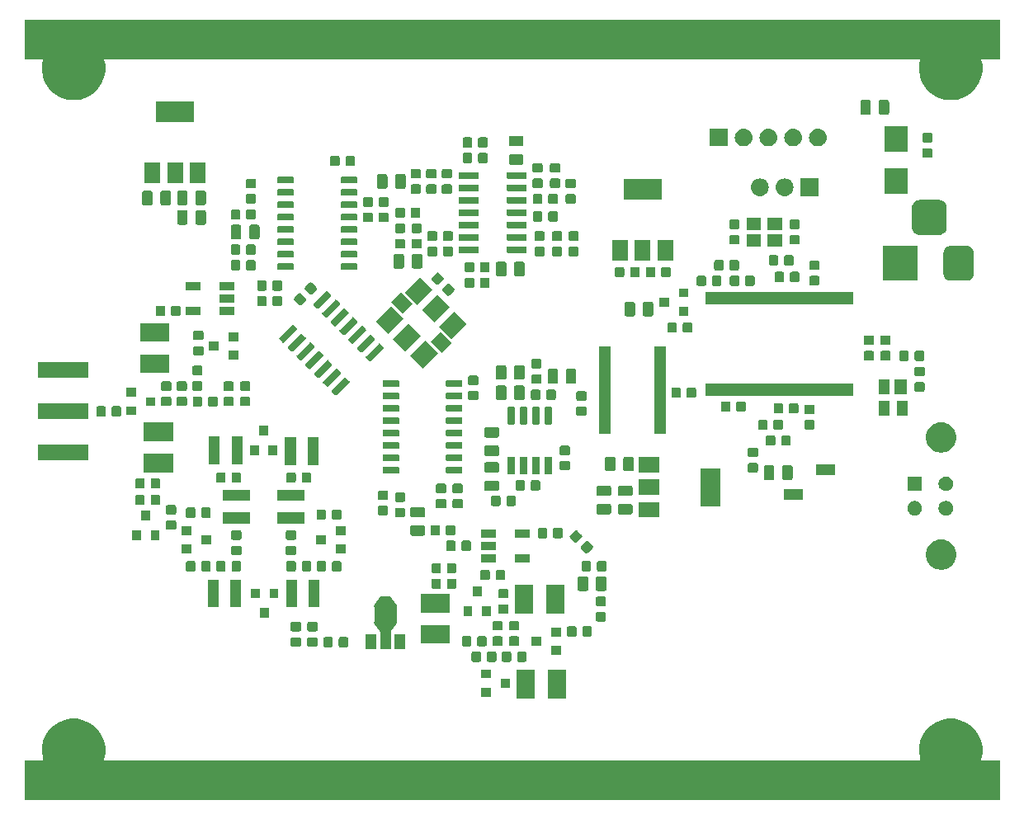
<source format=gbr>
G04 #@! TF.GenerationSoftware,KiCad,Pcbnew,(5.1.2)-1*
G04 #@! TF.CreationDate,2020-04-17T10:09:39+02:00*
G04 #@! TF.ProjectId,DeltaSDR,44656c74-6153-4445-922e-6b696361645f,rev?*
G04 #@! TF.SameCoordinates,Original*
G04 #@! TF.FileFunction,Soldermask,Top*
G04 #@! TF.FilePolarity,Negative*
%FSLAX46Y46*%
G04 Gerber Fmt 4.6, Leading zero omitted, Abs format (unit mm)*
G04 Created by KiCad (PCBNEW (5.1.2)-1) date 2020-04-17 10:09:39*
%MOMM*%
%LPD*%
G04 APERTURE LIST*
%ADD10C,0.100000*%
G04 APERTURE END LIST*
D10*
G36*
X210000000Y-140000000D02*
G01*
X110000000Y-140000000D01*
X110000000Y-136000000D01*
X210000000Y-136000000D01*
X210000000Y-140000000D01*
G37*
X210000000Y-140000000D02*
X110000000Y-140000000D01*
X110000000Y-136000000D01*
X210000000Y-136000000D01*
X210000000Y-140000000D01*
G36*
X210000000Y-64000000D02*
G01*
X110000000Y-64000000D01*
X110000000Y-60000000D01*
X210000000Y-60000000D01*
X210000000Y-64000000D01*
G37*
X210000000Y-64000000D02*
X110000000Y-64000000D01*
X110000000Y-60000000D01*
X210000000Y-60000000D01*
X210000000Y-64000000D01*
G36*
X205634239Y-131811467D02*
G01*
X205948282Y-131873934D01*
X206539926Y-132119001D01*
X207072392Y-132474784D01*
X207525216Y-132927608D01*
X207880999Y-133460074D01*
X208126066Y-134051718D01*
X208126066Y-134051719D01*
X208251000Y-134679803D01*
X208251000Y-135320197D01*
X208188533Y-135634239D01*
X208126066Y-135948282D01*
X207880999Y-136539926D01*
X207525216Y-137072392D01*
X207072392Y-137525216D01*
X206539926Y-137880999D01*
X205948282Y-138126066D01*
X205634239Y-138188533D01*
X205320197Y-138251000D01*
X204679803Y-138251000D01*
X204365761Y-138188533D01*
X204051718Y-138126066D01*
X203460074Y-137880999D01*
X202927608Y-137525216D01*
X202474784Y-137072392D01*
X202119001Y-136539926D01*
X201873934Y-135948282D01*
X201811467Y-135634239D01*
X201749000Y-135320197D01*
X201749000Y-134679803D01*
X201873934Y-134051719D01*
X201873934Y-134051718D01*
X202119001Y-133460074D01*
X202474784Y-132927608D01*
X202927608Y-132474784D01*
X203460074Y-132119001D01*
X204051718Y-131873934D01*
X204365761Y-131811467D01*
X204679803Y-131749000D01*
X205320197Y-131749000D01*
X205634239Y-131811467D01*
X205634239Y-131811467D01*
G37*
G36*
X115634239Y-131811467D02*
G01*
X115948282Y-131873934D01*
X116539926Y-132119001D01*
X117072392Y-132474784D01*
X117525216Y-132927608D01*
X117880999Y-133460074D01*
X118126066Y-134051718D01*
X118126066Y-134051719D01*
X118251000Y-134679803D01*
X118251000Y-135320197D01*
X118188533Y-135634239D01*
X118126066Y-135948282D01*
X117880999Y-136539926D01*
X117525216Y-137072392D01*
X117072392Y-137525216D01*
X116539926Y-137880999D01*
X115948282Y-138126066D01*
X115634239Y-138188533D01*
X115320197Y-138251000D01*
X114679803Y-138251000D01*
X114365761Y-138188533D01*
X114051718Y-138126066D01*
X113460074Y-137880999D01*
X112927608Y-137525216D01*
X112474784Y-137072392D01*
X112119001Y-136539926D01*
X111873934Y-135948282D01*
X111811467Y-135634239D01*
X111749000Y-135320197D01*
X111749000Y-134679803D01*
X111873934Y-134051719D01*
X111873934Y-134051718D01*
X112119001Y-133460074D01*
X112474784Y-132927608D01*
X112927608Y-132474784D01*
X113460074Y-132119001D01*
X114051718Y-131873934D01*
X114365761Y-131811467D01*
X114679803Y-131749000D01*
X115320197Y-131749000D01*
X115634239Y-131811467D01*
X115634239Y-131811467D01*
G37*
G36*
X165551000Y-129701000D02*
G01*
X163649000Y-129701000D01*
X163649000Y-126699000D01*
X165551000Y-126699000D01*
X165551000Y-129701000D01*
X165551000Y-129701000D01*
G37*
G36*
X162351000Y-129701000D02*
G01*
X160449000Y-129701000D01*
X160449000Y-126699000D01*
X162351000Y-126699000D01*
X162351000Y-129701000D01*
X162351000Y-129701000D01*
G37*
G36*
X157801000Y-129501000D02*
G01*
X156799000Y-129501000D01*
X156799000Y-128599000D01*
X157801000Y-128599000D01*
X157801000Y-129501000D01*
X157801000Y-129501000D01*
G37*
G36*
X159801000Y-128551000D02*
G01*
X158799000Y-128551000D01*
X158799000Y-127649000D01*
X159801000Y-127649000D01*
X159801000Y-128551000D01*
X159801000Y-128551000D01*
G37*
G36*
X157801000Y-127601000D02*
G01*
X156799000Y-127601000D01*
X156799000Y-126699000D01*
X157801000Y-126699000D01*
X157801000Y-127601000D01*
X157801000Y-127601000D01*
G37*
G36*
X161329591Y-124878085D02*
G01*
X161363569Y-124888393D01*
X161394890Y-124905134D01*
X161422339Y-124927661D01*
X161444866Y-124955110D01*
X161461607Y-124986431D01*
X161471915Y-125020409D01*
X161476000Y-125061890D01*
X161476000Y-125738110D01*
X161471915Y-125779591D01*
X161461607Y-125813569D01*
X161444866Y-125844890D01*
X161422339Y-125872339D01*
X161394890Y-125894866D01*
X161363569Y-125911607D01*
X161329591Y-125921915D01*
X161288110Y-125926000D01*
X160686890Y-125926000D01*
X160645409Y-125921915D01*
X160611431Y-125911607D01*
X160580110Y-125894866D01*
X160552661Y-125872339D01*
X160530134Y-125844890D01*
X160513393Y-125813569D01*
X160503085Y-125779591D01*
X160499000Y-125738110D01*
X160499000Y-125061890D01*
X160503085Y-125020409D01*
X160513393Y-124986431D01*
X160530134Y-124955110D01*
X160552661Y-124927661D01*
X160580110Y-124905134D01*
X160611431Y-124888393D01*
X160645409Y-124878085D01*
X160686890Y-124874000D01*
X161288110Y-124874000D01*
X161329591Y-124878085D01*
X161329591Y-124878085D01*
G37*
G36*
X159754591Y-124878085D02*
G01*
X159788569Y-124888393D01*
X159819890Y-124905134D01*
X159847339Y-124927661D01*
X159869866Y-124955110D01*
X159886607Y-124986431D01*
X159896915Y-125020409D01*
X159901000Y-125061890D01*
X159901000Y-125738110D01*
X159896915Y-125779591D01*
X159886607Y-125813569D01*
X159869866Y-125844890D01*
X159847339Y-125872339D01*
X159819890Y-125894866D01*
X159788569Y-125911607D01*
X159754591Y-125921915D01*
X159713110Y-125926000D01*
X159111890Y-125926000D01*
X159070409Y-125921915D01*
X159036431Y-125911607D01*
X159005110Y-125894866D01*
X158977661Y-125872339D01*
X158955134Y-125844890D01*
X158938393Y-125813569D01*
X158928085Y-125779591D01*
X158924000Y-125738110D01*
X158924000Y-125061890D01*
X158928085Y-125020409D01*
X158938393Y-124986431D01*
X158955134Y-124955110D01*
X158977661Y-124927661D01*
X159005110Y-124905134D01*
X159036431Y-124888393D01*
X159070409Y-124878085D01*
X159111890Y-124874000D01*
X159713110Y-124874000D01*
X159754591Y-124878085D01*
X159754591Y-124878085D01*
G37*
G36*
X156654591Y-124878085D02*
G01*
X156688569Y-124888393D01*
X156719890Y-124905134D01*
X156747339Y-124927661D01*
X156769866Y-124955110D01*
X156786607Y-124986431D01*
X156796915Y-125020409D01*
X156801000Y-125061890D01*
X156801000Y-125738110D01*
X156796915Y-125779591D01*
X156786607Y-125813569D01*
X156769866Y-125844890D01*
X156747339Y-125872339D01*
X156719890Y-125894866D01*
X156688569Y-125911607D01*
X156654591Y-125921915D01*
X156613110Y-125926000D01*
X156011890Y-125926000D01*
X155970409Y-125921915D01*
X155936431Y-125911607D01*
X155905110Y-125894866D01*
X155877661Y-125872339D01*
X155855134Y-125844890D01*
X155838393Y-125813569D01*
X155828085Y-125779591D01*
X155824000Y-125738110D01*
X155824000Y-125061890D01*
X155828085Y-125020409D01*
X155838393Y-124986431D01*
X155855134Y-124955110D01*
X155877661Y-124927661D01*
X155905110Y-124905134D01*
X155936431Y-124888393D01*
X155970409Y-124878085D01*
X156011890Y-124874000D01*
X156613110Y-124874000D01*
X156654591Y-124878085D01*
X156654591Y-124878085D01*
G37*
G36*
X158229591Y-124878085D02*
G01*
X158263569Y-124888393D01*
X158294890Y-124905134D01*
X158322339Y-124927661D01*
X158344866Y-124955110D01*
X158361607Y-124986431D01*
X158371915Y-125020409D01*
X158376000Y-125061890D01*
X158376000Y-125738110D01*
X158371915Y-125779591D01*
X158361607Y-125813569D01*
X158344866Y-125844890D01*
X158322339Y-125872339D01*
X158294890Y-125894866D01*
X158263569Y-125911607D01*
X158229591Y-125921915D01*
X158188110Y-125926000D01*
X157586890Y-125926000D01*
X157545409Y-125921915D01*
X157511431Y-125911607D01*
X157480110Y-125894866D01*
X157452661Y-125872339D01*
X157430134Y-125844890D01*
X157413393Y-125813569D01*
X157403085Y-125779591D01*
X157399000Y-125738110D01*
X157399000Y-125061890D01*
X157403085Y-125020409D01*
X157413393Y-124986431D01*
X157430134Y-124955110D01*
X157452661Y-124927661D01*
X157480110Y-124905134D01*
X157511431Y-124888393D01*
X157545409Y-124878085D01*
X157586890Y-124874000D01*
X158188110Y-124874000D01*
X158229591Y-124878085D01*
X158229591Y-124878085D01*
G37*
G36*
X165001000Y-125201000D02*
G01*
X163999000Y-125201000D01*
X163999000Y-124299000D01*
X165001000Y-124299000D01*
X165001000Y-125201000D01*
X165001000Y-125201000D01*
G37*
G36*
X148080958Y-120009086D02*
G01*
X148096983Y-120027623D01*
X148116317Y-120042678D01*
X148138216Y-120053672D01*
X148151000Y-120057195D01*
X148151000Y-120068639D01*
X148153402Y-120093025D01*
X148160515Y-120116474D01*
X148173879Y-120140724D01*
X148211450Y-120193949D01*
X148206553Y-120196566D01*
X148187611Y-120212111D01*
X148172066Y-120231053D01*
X148160515Y-120252664D01*
X148153402Y-120276113D01*
X148151000Y-120300499D01*
X148151000Y-121766701D01*
X148153402Y-121791087D01*
X148160515Y-121814536D01*
X148172066Y-121836147D01*
X148187611Y-121855089D01*
X148206553Y-121870634D01*
X148211026Y-121873025D01*
X148173596Y-121926496D01*
X148161579Y-121947851D01*
X148153959Y-121971140D01*
X148151000Y-121998178D01*
X148151000Y-122009144D01*
X148136590Y-122013515D01*
X148114979Y-122025066D01*
X148096037Y-122040611D01*
X148082022Y-122057317D01*
X147573596Y-122783640D01*
X147561579Y-122804995D01*
X147553959Y-122828284D01*
X147551000Y-122855322D01*
X147551000Y-124651000D01*
X146449000Y-124651000D01*
X146449000Y-122855322D01*
X146446598Y-122830936D01*
X146439485Y-122807487D01*
X146426404Y-122783640D01*
X145917978Y-122057317D01*
X145902026Y-122038716D01*
X145882752Y-122023585D01*
X145860896Y-122012505D01*
X145849000Y-122009176D01*
X145849000Y-121998178D01*
X145846598Y-121973792D01*
X145839485Y-121950343D01*
X145826404Y-121926496D01*
X145788974Y-121873025D01*
X145793447Y-121870634D01*
X145812389Y-121855089D01*
X145827934Y-121836147D01*
X145839485Y-121814536D01*
X145846598Y-121791087D01*
X145849000Y-121766701D01*
X145849000Y-120300499D01*
X145846598Y-120276113D01*
X145839485Y-120252664D01*
X145827934Y-120231053D01*
X145812389Y-120212111D01*
X145793447Y-120196566D01*
X145788550Y-120193949D01*
X145826121Y-120140724D01*
X145838222Y-120119416D01*
X145845933Y-120096157D01*
X145849000Y-120068639D01*
X145849000Y-120057265D01*
X145864757Y-120052485D01*
X145886368Y-120040934D01*
X145905310Y-120025389D01*
X145919042Y-120009086D01*
X146473574Y-119223500D01*
X147526426Y-119223500D01*
X148080958Y-120009086D01*
X148080958Y-120009086D01*
G37*
G36*
X146051000Y-124647500D02*
G01*
X144949000Y-124647500D01*
X144949000Y-123045500D01*
X146051000Y-123045500D01*
X146051000Y-124647500D01*
X146051000Y-124647500D01*
G37*
G36*
X149051000Y-124647500D02*
G01*
X147949000Y-124647500D01*
X147949000Y-123045500D01*
X149051000Y-123045500D01*
X149051000Y-124647500D01*
X149051000Y-124647500D01*
G37*
G36*
X143029591Y-123378085D02*
G01*
X143063569Y-123388393D01*
X143094890Y-123405134D01*
X143122339Y-123427661D01*
X143144866Y-123455110D01*
X143161607Y-123486431D01*
X143171915Y-123520409D01*
X143176000Y-123561890D01*
X143176000Y-124238110D01*
X143171915Y-124279591D01*
X143161607Y-124313569D01*
X143144866Y-124344890D01*
X143122339Y-124372339D01*
X143094890Y-124394866D01*
X143063569Y-124411607D01*
X143029591Y-124421915D01*
X142988110Y-124426000D01*
X142386890Y-124426000D01*
X142345409Y-124421915D01*
X142311431Y-124411607D01*
X142280110Y-124394866D01*
X142252661Y-124372339D01*
X142230134Y-124344890D01*
X142213393Y-124313569D01*
X142203085Y-124279591D01*
X142199000Y-124238110D01*
X142199000Y-123561890D01*
X142203085Y-123520409D01*
X142213393Y-123486431D01*
X142230134Y-123455110D01*
X142252661Y-123427661D01*
X142280110Y-123405134D01*
X142311431Y-123388393D01*
X142345409Y-123378085D01*
X142386890Y-123374000D01*
X142988110Y-123374000D01*
X143029591Y-123378085D01*
X143029591Y-123378085D01*
G37*
G36*
X141454591Y-123378085D02*
G01*
X141488569Y-123388393D01*
X141519890Y-123405134D01*
X141547339Y-123427661D01*
X141569866Y-123455110D01*
X141586607Y-123486431D01*
X141596915Y-123520409D01*
X141601000Y-123561890D01*
X141601000Y-124238110D01*
X141596915Y-124279591D01*
X141586607Y-124313569D01*
X141569866Y-124344890D01*
X141547339Y-124372339D01*
X141519890Y-124394866D01*
X141488569Y-124411607D01*
X141454591Y-124421915D01*
X141413110Y-124426000D01*
X140811890Y-124426000D01*
X140770409Y-124421915D01*
X140736431Y-124411607D01*
X140705110Y-124394866D01*
X140677661Y-124372339D01*
X140655134Y-124344890D01*
X140638393Y-124313569D01*
X140628085Y-124279591D01*
X140624000Y-124238110D01*
X140624000Y-123561890D01*
X140628085Y-123520409D01*
X140638393Y-123486431D01*
X140655134Y-123455110D01*
X140677661Y-123427661D01*
X140705110Y-123405134D01*
X140736431Y-123388393D01*
X140770409Y-123378085D01*
X140811890Y-123374000D01*
X141413110Y-123374000D01*
X141454591Y-123378085D01*
X141454591Y-123378085D01*
G37*
G36*
X138179591Y-123403085D02*
G01*
X138213569Y-123413393D01*
X138244890Y-123430134D01*
X138272339Y-123452661D01*
X138294866Y-123480110D01*
X138311607Y-123511431D01*
X138321915Y-123545409D01*
X138326000Y-123586890D01*
X138326000Y-124188110D01*
X138321915Y-124229591D01*
X138311607Y-124263569D01*
X138294866Y-124294890D01*
X138272339Y-124322339D01*
X138244890Y-124344866D01*
X138213569Y-124361607D01*
X138179591Y-124371915D01*
X138138110Y-124376000D01*
X137461890Y-124376000D01*
X137420409Y-124371915D01*
X137386431Y-124361607D01*
X137355110Y-124344866D01*
X137327661Y-124322339D01*
X137305134Y-124294890D01*
X137288393Y-124263569D01*
X137278085Y-124229591D01*
X137274000Y-124188110D01*
X137274000Y-123586890D01*
X137278085Y-123545409D01*
X137288393Y-123511431D01*
X137305134Y-123480110D01*
X137327661Y-123452661D01*
X137355110Y-123430134D01*
X137386431Y-123413393D01*
X137420409Y-123403085D01*
X137461890Y-123399000D01*
X138138110Y-123399000D01*
X138179591Y-123403085D01*
X138179591Y-123403085D01*
G37*
G36*
X139879591Y-123403085D02*
G01*
X139913569Y-123413393D01*
X139944890Y-123430134D01*
X139972339Y-123452661D01*
X139994866Y-123480110D01*
X140011607Y-123511431D01*
X140021915Y-123545409D01*
X140026000Y-123586890D01*
X140026000Y-124188110D01*
X140021915Y-124229591D01*
X140011607Y-124263569D01*
X139994866Y-124294890D01*
X139972339Y-124322339D01*
X139944890Y-124344866D01*
X139913569Y-124361607D01*
X139879591Y-124371915D01*
X139838110Y-124376000D01*
X139161890Y-124376000D01*
X139120409Y-124371915D01*
X139086431Y-124361607D01*
X139055110Y-124344866D01*
X139027661Y-124322339D01*
X139005134Y-124294890D01*
X138988393Y-124263569D01*
X138978085Y-124229591D01*
X138974000Y-124188110D01*
X138974000Y-123586890D01*
X138978085Y-123545409D01*
X138988393Y-123511431D01*
X139005134Y-123480110D01*
X139027661Y-123452661D01*
X139055110Y-123430134D01*
X139086431Y-123413393D01*
X139120409Y-123403085D01*
X139161890Y-123399000D01*
X139838110Y-123399000D01*
X139879591Y-123403085D01*
X139879591Y-123403085D01*
G37*
G36*
X157229591Y-123278085D02*
G01*
X157263569Y-123288393D01*
X157294890Y-123305134D01*
X157322339Y-123327661D01*
X157344866Y-123355110D01*
X157361607Y-123386431D01*
X157371915Y-123420409D01*
X157376000Y-123461890D01*
X157376000Y-124138110D01*
X157371915Y-124179591D01*
X157361607Y-124213569D01*
X157344866Y-124244890D01*
X157322339Y-124272339D01*
X157294890Y-124294866D01*
X157263569Y-124311607D01*
X157229591Y-124321915D01*
X157188110Y-124326000D01*
X156586890Y-124326000D01*
X156545409Y-124321915D01*
X156511431Y-124311607D01*
X156480110Y-124294866D01*
X156452661Y-124272339D01*
X156430134Y-124244890D01*
X156413393Y-124213569D01*
X156403085Y-124179591D01*
X156399000Y-124138110D01*
X156399000Y-123461890D01*
X156403085Y-123420409D01*
X156413393Y-123386431D01*
X156430134Y-123355110D01*
X156452661Y-123327661D01*
X156480110Y-123305134D01*
X156511431Y-123288393D01*
X156545409Y-123278085D01*
X156586890Y-123274000D01*
X157188110Y-123274000D01*
X157229591Y-123278085D01*
X157229591Y-123278085D01*
G37*
G36*
X155654591Y-123278085D02*
G01*
X155688569Y-123288393D01*
X155719890Y-123305134D01*
X155747339Y-123327661D01*
X155769866Y-123355110D01*
X155786607Y-123386431D01*
X155796915Y-123420409D01*
X155801000Y-123461890D01*
X155801000Y-124138110D01*
X155796915Y-124179591D01*
X155786607Y-124213569D01*
X155769866Y-124244890D01*
X155747339Y-124272339D01*
X155719890Y-124294866D01*
X155688569Y-124311607D01*
X155654591Y-124321915D01*
X155613110Y-124326000D01*
X155011890Y-124326000D01*
X154970409Y-124321915D01*
X154936431Y-124311607D01*
X154905110Y-124294866D01*
X154877661Y-124272339D01*
X154855134Y-124244890D01*
X154838393Y-124213569D01*
X154828085Y-124179591D01*
X154824000Y-124138110D01*
X154824000Y-123461890D01*
X154828085Y-123420409D01*
X154838393Y-123386431D01*
X154855134Y-123355110D01*
X154877661Y-123327661D01*
X154905110Y-123305134D01*
X154936431Y-123288393D01*
X154970409Y-123278085D01*
X155011890Y-123274000D01*
X155613110Y-123274000D01*
X155654591Y-123278085D01*
X155654591Y-123278085D01*
G37*
G36*
X158879591Y-123303085D02*
G01*
X158913569Y-123313393D01*
X158944890Y-123330134D01*
X158972339Y-123352661D01*
X158994866Y-123380110D01*
X159011607Y-123411431D01*
X159021915Y-123445409D01*
X159026000Y-123486890D01*
X159026000Y-124088110D01*
X159021915Y-124129591D01*
X159011607Y-124163569D01*
X158994866Y-124194890D01*
X158972339Y-124222339D01*
X158944890Y-124244866D01*
X158913569Y-124261607D01*
X158879591Y-124271915D01*
X158838110Y-124276000D01*
X158161890Y-124276000D01*
X158120409Y-124271915D01*
X158086431Y-124261607D01*
X158055110Y-124244866D01*
X158027661Y-124222339D01*
X158005134Y-124194890D01*
X157988393Y-124163569D01*
X157978085Y-124129591D01*
X157974000Y-124088110D01*
X157974000Y-123486890D01*
X157978085Y-123445409D01*
X157988393Y-123411431D01*
X158005134Y-123380110D01*
X158027661Y-123352661D01*
X158055110Y-123330134D01*
X158086431Y-123313393D01*
X158120409Y-123303085D01*
X158161890Y-123299000D01*
X158838110Y-123299000D01*
X158879591Y-123303085D01*
X158879591Y-123303085D01*
G37*
G36*
X160579591Y-123303085D02*
G01*
X160613569Y-123313393D01*
X160644890Y-123330134D01*
X160672339Y-123352661D01*
X160694866Y-123380110D01*
X160711607Y-123411431D01*
X160721915Y-123445409D01*
X160726000Y-123486890D01*
X160726000Y-124088110D01*
X160721915Y-124129591D01*
X160711607Y-124163569D01*
X160694866Y-124194890D01*
X160672339Y-124222339D01*
X160644890Y-124244866D01*
X160613569Y-124261607D01*
X160579591Y-124271915D01*
X160538110Y-124276000D01*
X159861890Y-124276000D01*
X159820409Y-124271915D01*
X159786431Y-124261607D01*
X159755110Y-124244866D01*
X159727661Y-124222339D01*
X159705134Y-124194890D01*
X159688393Y-124163569D01*
X159678085Y-124129591D01*
X159674000Y-124088110D01*
X159674000Y-123486890D01*
X159678085Y-123445409D01*
X159688393Y-123411431D01*
X159705134Y-123380110D01*
X159727661Y-123352661D01*
X159755110Y-123330134D01*
X159786431Y-123313393D01*
X159820409Y-123303085D01*
X159861890Y-123299000D01*
X160538110Y-123299000D01*
X160579591Y-123303085D01*
X160579591Y-123303085D01*
G37*
G36*
X163001000Y-124251000D02*
G01*
X161999000Y-124251000D01*
X161999000Y-123349000D01*
X163001000Y-123349000D01*
X163001000Y-124251000D01*
X163001000Y-124251000D01*
G37*
G36*
X153601000Y-124051000D02*
G01*
X150599000Y-124051000D01*
X150599000Y-122149000D01*
X153601000Y-122149000D01*
X153601000Y-124051000D01*
X153601000Y-124051000D01*
G37*
G36*
X168029591Y-122278085D02*
G01*
X168063569Y-122288393D01*
X168094890Y-122305134D01*
X168122339Y-122327661D01*
X168144866Y-122355110D01*
X168161607Y-122386431D01*
X168171915Y-122420409D01*
X168176000Y-122461890D01*
X168176000Y-123138110D01*
X168171915Y-123179591D01*
X168161607Y-123213569D01*
X168144866Y-123244890D01*
X168122339Y-123272339D01*
X168094890Y-123294866D01*
X168063569Y-123311607D01*
X168029591Y-123321915D01*
X167988110Y-123326000D01*
X167386890Y-123326000D01*
X167345409Y-123321915D01*
X167311431Y-123311607D01*
X167280110Y-123294866D01*
X167252661Y-123272339D01*
X167230134Y-123244890D01*
X167213393Y-123213569D01*
X167203085Y-123179591D01*
X167199000Y-123138110D01*
X167199000Y-122461890D01*
X167203085Y-122420409D01*
X167213393Y-122386431D01*
X167230134Y-122355110D01*
X167252661Y-122327661D01*
X167280110Y-122305134D01*
X167311431Y-122288393D01*
X167345409Y-122278085D01*
X167386890Y-122274000D01*
X167988110Y-122274000D01*
X168029591Y-122278085D01*
X168029591Y-122278085D01*
G37*
G36*
X166454591Y-122278085D02*
G01*
X166488569Y-122288393D01*
X166519890Y-122305134D01*
X166547339Y-122327661D01*
X166569866Y-122355110D01*
X166586607Y-122386431D01*
X166596915Y-122420409D01*
X166601000Y-122461890D01*
X166601000Y-123138110D01*
X166596915Y-123179591D01*
X166586607Y-123213569D01*
X166569866Y-123244890D01*
X166547339Y-123272339D01*
X166519890Y-123294866D01*
X166488569Y-123311607D01*
X166454591Y-123321915D01*
X166413110Y-123326000D01*
X165811890Y-123326000D01*
X165770409Y-123321915D01*
X165736431Y-123311607D01*
X165705110Y-123294866D01*
X165677661Y-123272339D01*
X165655134Y-123244890D01*
X165638393Y-123213569D01*
X165628085Y-123179591D01*
X165624000Y-123138110D01*
X165624000Y-122461890D01*
X165628085Y-122420409D01*
X165638393Y-122386431D01*
X165655134Y-122355110D01*
X165677661Y-122327661D01*
X165705110Y-122305134D01*
X165736431Y-122288393D01*
X165770409Y-122278085D01*
X165811890Y-122274000D01*
X166413110Y-122274000D01*
X166454591Y-122278085D01*
X166454591Y-122278085D01*
G37*
G36*
X165001000Y-123301000D02*
G01*
X163999000Y-123301000D01*
X163999000Y-122399000D01*
X165001000Y-122399000D01*
X165001000Y-123301000D01*
X165001000Y-123301000D01*
G37*
G36*
X138179591Y-121828085D02*
G01*
X138213569Y-121838393D01*
X138244890Y-121855134D01*
X138272339Y-121877661D01*
X138294866Y-121905110D01*
X138311607Y-121936431D01*
X138321915Y-121970409D01*
X138326000Y-122011890D01*
X138326000Y-122613110D01*
X138321915Y-122654591D01*
X138311607Y-122688569D01*
X138294866Y-122719890D01*
X138272339Y-122747339D01*
X138244890Y-122769866D01*
X138213569Y-122786607D01*
X138179591Y-122796915D01*
X138138110Y-122801000D01*
X137461890Y-122801000D01*
X137420409Y-122796915D01*
X137386431Y-122786607D01*
X137355110Y-122769866D01*
X137327661Y-122747339D01*
X137305134Y-122719890D01*
X137288393Y-122688569D01*
X137278085Y-122654591D01*
X137274000Y-122613110D01*
X137274000Y-122011890D01*
X137278085Y-121970409D01*
X137288393Y-121936431D01*
X137305134Y-121905110D01*
X137327661Y-121877661D01*
X137355110Y-121855134D01*
X137386431Y-121838393D01*
X137420409Y-121828085D01*
X137461890Y-121824000D01*
X138138110Y-121824000D01*
X138179591Y-121828085D01*
X138179591Y-121828085D01*
G37*
G36*
X139879591Y-121828085D02*
G01*
X139913569Y-121838393D01*
X139944890Y-121855134D01*
X139972339Y-121877661D01*
X139994866Y-121905110D01*
X140011607Y-121936431D01*
X140021915Y-121970409D01*
X140026000Y-122011890D01*
X140026000Y-122613110D01*
X140021915Y-122654591D01*
X140011607Y-122688569D01*
X139994866Y-122719890D01*
X139972339Y-122747339D01*
X139944890Y-122769866D01*
X139913569Y-122786607D01*
X139879591Y-122796915D01*
X139838110Y-122801000D01*
X139161890Y-122801000D01*
X139120409Y-122796915D01*
X139086431Y-122786607D01*
X139055110Y-122769866D01*
X139027661Y-122747339D01*
X139005134Y-122719890D01*
X138988393Y-122688569D01*
X138978085Y-122654591D01*
X138974000Y-122613110D01*
X138974000Y-122011890D01*
X138978085Y-121970409D01*
X138988393Y-121936431D01*
X139005134Y-121905110D01*
X139027661Y-121877661D01*
X139055110Y-121855134D01*
X139086431Y-121838393D01*
X139120409Y-121828085D01*
X139161890Y-121824000D01*
X139838110Y-121824000D01*
X139879591Y-121828085D01*
X139879591Y-121828085D01*
G37*
G36*
X160579591Y-121728085D02*
G01*
X160613569Y-121738393D01*
X160644890Y-121755134D01*
X160672339Y-121777661D01*
X160694866Y-121805110D01*
X160711607Y-121836431D01*
X160721915Y-121870409D01*
X160726000Y-121911890D01*
X160726000Y-122513110D01*
X160721915Y-122554591D01*
X160711607Y-122588569D01*
X160694866Y-122619890D01*
X160672339Y-122647339D01*
X160644890Y-122669866D01*
X160613569Y-122686607D01*
X160579591Y-122696915D01*
X160538110Y-122701000D01*
X159861890Y-122701000D01*
X159820409Y-122696915D01*
X159786431Y-122686607D01*
X159755110Y-122669866D01*
X159727661Y-122647339D01*
X159705134Y-122619890D01*
X159688393Y-122588569D01*
X159678085Y-122554591D01*
X159674000Y-122513110D01*
X159674000Y-121911890D01*
X159678085Y-121870409D01*
X159688393Y-121836431D01*
X159705134Y-121805110D01*
X159727661Y-121777661D01*
X159755110Y-121755134D01*
X159786431Y-121738393D01*
X159820409Y-121728085D01*
X159861890Y-121724000D01*
X160538110Y-121724000D01*
X160579591Y-121728085D01*
X160579591Y-121728085D01*
G37*
G36*
X158879591Y-121728085D02*
G01*
X158913569Y-121738393D01*
X158944890Y-121755134D01*
X158972339Y-121777661D01*
X158994866Y-121805110D01*
X159011607Y-121836431D01*
X159021915Y-121870409D01*
X159026000Y-121911890D01*
X159026000Y-122513110D01*
X159021915Y-122554591D01*
X159011607Y-122588569D01*
X158994866Y-122619890D01*
X158972339Y-122647339D01*
X158944890Y-122669866D01*
X158913569Y-122686607D01*
X158879591Y-122696915D01*
X158838110Y-122701000D01*
X158161890Y-122701000D01*
X158120409Y-122696915D01*
X158086431Y-122686607D01*
X158055110Y-122669866D01*
X158027661Y-122647339D01*
X158005134Y-122619890D01*
X157988393Y-122588569D01*
X157978085Y-122554591D01*
X157974000Y-122513110D01*
X157974000Y-121911890D01*
X157978085Y-121870409D01*
X157988393Y-121836431D01*
X158005134Y-121805110D01*
X158027661Y-121777661D01*
X158055110Y-121755134D01*
X158086431Y-121738393D01*
X158120409Y-121728085D01*
X158161890Y-121724000D01*
X158838110Y-121724000D01*
X158879591Y-121728085D01*
X158879591Y-121728085D01*
G37*
G36*
X169479591Y-120803085D02*
G01*
X169513569Y-120813393D01*
X169544890Y-120830134D01*
X169572339Y-120852661D01*
X169594866Y-120880110D01*
X169611607Y-120911431D01*
X169621915Y-120945409D01*
X169626000Y-120986890D01*
X169626000Y-121588110D01*
X169621915Y-121629591D01*
X169611607Y-121663569D01*
X169594866Y-121694890D01*
X169572339Y-121722339D01*
X169544890Y-121744866D01*
X169513569Y-121761607D01*
X169479591Y-121771915D01*
X169438110Y-121776000D01*
X168761890Y-121776000D01*
X168720409Y-121771915D01*
X168686431Y-121761607D01*
X168655110Y-121744866D01*
X168627661Y-121722339D01*
X168605134Y-121694890D01*
X168588393Y-121663569D01*
X168578085Y-121629591D01*
X168574000Y-121588110D01*
X168574000Y-120986890D01*
X168578085Y-120945409D01*
X168588393Y-120911431D01*
X168605134Y-120880110D01*
X168627661Y-120852661D01*
X168655110Y-120830134D01*
X168686431Y-120813393D01*
X168720409Y-120803085D01*
X168761890Y-120799000D01*
X169438110Y-120799000D01*
X169479591Y-120803085D01*
X169479591Y-120803085D01*
G37*
G36*
X135051000Y-121401000D02*
G01*
X134149000Y-121401000D01*
X134149000Y-120399000D01*
X135051000Y-120399000D01*
X135051000Y-121401000D01*
X135051000Y-121401000D01*
G37*
G36*
X155901000Y-121201000D02*
G01*
X154999000Y-121201000D01*
X154999000Y-120199000D01*
X155901000Y-120199000D01*
X155901000Y-121201000D01*
X155901000Y-121201000D01*
G37*
G36*
X157801000Y-121201000D02*
G01*
X156899000Y-121201000D01*
X156899000Y-120199000D01*
X157801000Y-120199000D01*
X157801000Y-121201000D01*
X157801000Y-121201000D01*
G37*
G36*
X162161000Y-120991000D02*
G01*
X160259000Y-120991000D01*
X160259000Y-117989000D01*
X162161000Y-117989000D01*
X162161000Y-120991000D01*
X162161000Y-120991000D01*
G37*
G36*
X165361000Y-120991000D02*
G01*
X163459000Y-120991000D01*
X163459000Y-117989000D01*
X165361000Y-117989000D01*
X165361000Y-120991000D01*
X165361000Y-120991000D01*
G37*
G36*
X159479591Y-120003085D02*
G01*
X159513569Y-120013393D01*
X159544890Y-120030134D01*
X159572339Y-120052661D01*
X159594866Y-120080110D01*
X159611607Y-120111431D01*
X159621915Y-120145409D01*
X159626000Y-120186890D01*
X159626000Y-120788110D01*
X159621915Y-120829591D01*
X159611607Y-120863569D01*
X159594866Y-120894890D01*
X159572339Y-120922339D01*
X159544890Y-120944866D01*
X159513569Y-120961607D01*
X159479591Y-120971915D01*
X159438110Y-120976000D01*
X158761890Y-120976000D01*
X158720409Y-120971915D01*
X158686431Y-120961607D01*
X158655110Y-120944866D01*
X158627661Y-120922339D01*
X158605134Y-120894890D01*
X158588393Y-120863569D01*
X158578085Y-120829591D01*
X158574000Y-120788110D01*
X158574000Y-120186890D01*
X158578085Y-120145409D01*
X158588393Y-120111431D01*
X158605134Y-120080110D01*
X158627661Y-120052661D01*
X158655110Y-120030134D01*
X158686431Y-120013393D01*
X158720409Y-120003085D01*
X158761890Y-119999000D01*
X159438110Y-119999000D01*
X159479591Y-120003085D01*
X159479591Y-120003085D01*
G37*
G36*
X153601000Y-120851000D02*
G01*
X150599000Y-120851000D01*
X150599000Y-118949000D01*
X153601000Y-118949000D01*
X153601000Y-120851000D01*
X153601000Y-120851000D01*
G37*
G36*
X132201000Y-120326000D02*
G01*
X131099000Y-120326000D01*
X131099000Y-117474000D01*
X132201000Y-117474000D01*
X132201000Y-120326000D01*
X132201000Y-120326000D01*
G37*
G36*
X129901000Y-120326000D02*
G01*
X128799000Y-120326000D01*
X128799000Y-117474000D01*
X129901000Y-117474000D01*
X129901000Y-120326000D01*
X129901000Y-120326000D01*
G37*
G36*
X137901000Y-120326000D02*
G01*
X136799000Y-120326000D01*
X136799000Y-117474000D01*
X137901000Y-117474000D01*
X137901000Y-120326000D01*
X137901000Y-120326000D01*
G37*
G36*
X140201000Y-120326000D02*
G01*
X139099000Y-120326000D01*
X139099000Y-117474000D01*
X140201000Y-117474000D01*
X140201000Y-120326000D01*
X140201000Y-120326000D01*
G37*
G36*
X169479591Y-119228085D02*
G01*
X169513569Y-119238393D01*
X169544890Y-119255134D01*
X169572339Y-119277661D01*
X169594866Y-119305110D01*
X169611607Y-119336431D01*
X169621915Y-119370409D01*
X169626000Y-119411890D01*
X169626000Y-120013110D01*
X169621915Y-120054591D01*
X169611607Y-120088569D01*
X169594866Y-120119890D01*
X169572339Y-120147339D01*
X169544890Y-120169866D01*
X169513569Y-120186607D01*
X169479591Y-120196915D01*
X169438110Y-120201000D01*
X168761890Y-120201000D01*
X168720409Y-120196915D01*
X168686431Y-120186607D01*
X168655110Y-120169866D01*
X168627661Y-120147339D01*
X168605134Y-120119890D01*
X168588393Y-120088569D01*
X168578085Y-120054591D01*
X168574000Y-120013110D01*
X168574000Y-119411890D01*
X168578085Y-119370409D01*
X168588393Y-119336431D01*
X168605134Y-119305110D01*
X168627661Y-119277661D01*
X168655110Y-119255134D01*
X168686431Y-119238393D01*
X168720409Y-119228085D01*
X168761890Y-119224000D01*
X169438110Y-119224000D01*
X169479591Y-119228085D01*
X169479591Y-119228085D01*
G37*
G36*
X159479591Y-118428085D02*
G01*
X159513569Y-118438393D01*
X159544890Y-118455134D01*
X159572339Y-118477661D01*
X159594866Y-118505110D01*
X159611607Y-118536431D01*
X159621915Y-118570409D01*
X159626000Y-118611890D01*
X159626000Y-119213110D01*
X159621915Y-119254591D01*
X159611607Y-119288569D01*
X159594866Y-119319890D01*
X159572339Y-119347339D01*
X159544890Y-119369866D01*
X159513569Y-119386607D01*
X159479591Y-119396915D01*
X159438110Y-119401000D01*
X158761890Y-119401000D01*
X158720409Y-119396915D01*
X158686431Y-119386607D01*
X158655110Y-119369866D01*
X158627661Y-119347339D01*
X158605134Y-119319890D01*
X158588393Y-119288569D01*
X158578085Y-119254591D01*
X158574000Y-119213110D01*
X158574000Y-118611890D01*
X158578085Y-118570409D01*
X158588393Y-118536431D01*
X158605134Y-118505110D01*
X158627661Y-118477661D01*
X158655110Y-118455134D01*
X158686431Y-118438393D01*
X158720409Y-118428085D01*
X158761890Y-118424000D01*
X159438110Y-118424000D01*
X159479591Y-118428085D01*
X159479591Y-118428085D01*
G37*
G36*
X134101000Y-119401000D02*
G01*
X133199000Y-119401000D01*
X133199000Y-118399000D01*
X134101000Y-118399000D01*
X134101000Y-119401000D01*
X134101000Y-119401000D01*
G37*
G36*
X136001000Y-119401000D02*
G01*
X135099000Y-119401000D01*
X135099000Y-118399000D01*
X136001000Y-118399000D01*
X136001000Y-119401000D01*
X136001000Y-119401000D01*
G37*
G36*
X156851000Y-119201000D02*
G01*
X155949000Y-119201000D01*
X155949000Y-118199000D01*
X156851000Y-118199000D01*
X156851000Y-119201000D01*
X156851000Y-119201000D01*
G37*
G36*
X167634468Y-117153565D02*
G01*
X167673138Y-117165296D01*
X167708777Y-117184346D01*
X167740017Y-117209983D01*
X167765654Y-117241223D01*
X167784704Y-117276862D01*
X167796435Y-117315532D01*
X167801000Y-117361888D01*
X167801000Y-118438112D01*
X167796435Y-118484468D01*
X167784704Y-118523138D01*
X167765654Y-118558777D01*
X167740017Y-118590017D01*
X167708777Y-118615654D01*
X167673138Y-118634704D01*
X167634468Y-118646435D01*
X167588112Y-118651000D01*
X166936888Y-118651000D01*
X166890532Y-118646435D01*
X166851862Y-118634704D01*
X166816223Y-118615654D01*
X166784983Y-118590017D01*
X166759346Y-118558777D01*
X166740296Y-118523138D01*
X166728565Y-118484468D01*
X166724000Y-118438112D01*
X166724000Y-117361888D01*
X166728565Y-117315532D01*
X166740296Y-117276862D01*
X166759346Y-117241223D01*
X166784983Y-117209983D01*
X166816223Y-117184346D01*
X166851862Y-117165296D01*
X166890532Y-117153565D01*
X166936888Y-117149000D01*
X167588112Y-117149000D01*
X167634468Y-117153565D01*
X167634468Y-117153565D01*
G37*
G36*
X169509468Y-117153565D02*
G01*
X169548138Y-117165296D01*
X169583777Y-117184346D01*
X169615017Y-117209983D01*
X169640654Y-117241223D01*
X169659704Y-117276862D01*
X169671435Y-117315532D01*
X169676000Y-117361888D01*
X169676000Y-118438112D01*
X169671435Y-118484468D01*
X169659704Y-118523138D01*
X169640654Y-118558777D01*
X169615017Y-118590017D01*
X169583777Y-118615654D01*
X169548138Y-118634704D01*
X169509468Y-118646435D01*
X169463112Y-118651000D01*
X168811888Y-118651000D01*
X168765532Y-118646435D01*
X168726862Y-118634704D01*
X168691223Y-118615654D01*
X168659983Y-118590017D01*
X168634346Y-118558777D01*
X168615296Y-118523138D01*
X168603565Y-118484468D01*
X168599000Y-118438112D01*
X168599000Y-117361888D01*
X168603565Y-117315532D01*
X168615296Y-117276862D01*
X168634346Y-117241223D01*
X168659983Y-117209983D01*
X168691223Y-117184346D01*
X168726862Y-117165296D01*
X168765532Y-117153565D01*
X168811888Y-117149000D01*
X169463112Y-117149000D01*
X169509468Y-117153565D01*
X169509468Y-117153565D01*
G37*
G36*
X154129591Y-117378085D02*
G01*
X154163569Y-117388393D01*
X154194890Y-117405134D01*
X154222339Y-117427661D01*
X154244866Y-117455110D01*
X154261607Y-117486431D01*
X154271915Y-117520409D01*
X154276000Y-117561890D01*
X154276000Y-118238110D01*
X154271915Y-118279591D01*
X154261607Y-118313569D01*
X154244866Y-118344890D01*
X154222339Y-118372339D01*
X154194890Y-118394866D01*
X154163569Y-118411607D01*
X154129591Y-118421915D01*
X154088110Y-118426000D01*
X153486890Y-118426000D01*
X153445409Y-118421915D01*
X153411431Y-118411607D01*
X153380110Y-118394866D01*
X153352661Y-118372339D01*
X153330134Y-118344890D01*
X153313393Y-118313569D01*
X153303085Y-118279591D01*
X153299000Y-118238110D01*
X153299000Y-117561890D01*
X153303085Y-117520409D01*
X153313393Y-117486431D01*
X153330134Y-117455110D01*
X153352661Y-117427661D01*
X153380110Y-117405134D01*
X153411431Y-117388393D01*
X153445409Y-117378085D01*
X153486890Y-117374000D01*
X154088110Y-117374000D01*
X154129591Y-117378085D01*
X154129591Y-117378085D01*
G37*
G36*
X152554591Y-117378085D02*
G01*
X152588569Y-117388393D01*
X152619890Y-117405134D01*
X152647339Y-117427661D01*
X152669866Y-117455110D01*
X152686607Y-117486431D01*
X152696915Y-117520409D01*
X152701000Y-117561890D01*
X152701000Y-118238110D01*
X152696915Y-118279591D01*
X152686607Y-118313569D01*
X152669866Y-118344890D01*
X152647339Y-118372339D01*
X152619890Y-118394866D01*
X152588569Y-118411607D01*
X152554591Y-118421915D01*
X152513110Y-118426000D01*
X151911890Y-118426000D01*
X151870409Y-118421915D01*
X151836431Y-118411607D01*
X151805110Y-118394866D01*
X151777661Y-118372339D01*
X151755134Y-118344890D01*
X151738393Y-118313569D01*
X151728085Y-118279591D01*
X151724000Y-118238110D01*
X151724000Y-117561890D01*
X151728085Y-117520409D01*
X151738393Y-117486431D01*
X151755134Y-117455110D01*
X151777661Y-117427661D01*
X151805110Y-117405134D01*
X151836431Y-117388393D01*
X151870409Y-117378085D01*
X151911890Y-117374000D01*
X152513110Y-117374000D01*
X152554591Y-117378085D01*
X152554591Y-117378085D01*
G37*
G36*
X157554591Y-116478085D02*
G01*
X157588569Y-116488393D01*
X157619890Y-116505134D01*
X157647339Y-116527661D01*
X157669866Y-116555110D01*
X157686607Y-116586431D01*
X157696915Y-116620409D01*
X157701000Y-116661890D01*
X157701000Y-117338110D01*
X157696915Y-117379591D01*
X157686607Y-117413569D01*
X157669866Y-117444890D01*
X157647339Y-117472339D01*
X157619890Y-117494866D01*
X157588569Y-117511607D01*
X157554591Y-117521915D01*
X157513110Y-117526000D01*
X156911890Y-117526000D01*
X156870409Y-117521915D01*
X156836431Y-117511607D01*
X156805110Y-117494866D01*
X156777661Y-117472339D01*
X156755134Y-117444890D01*
X156738393Y-117413569D01*
X156728085Y-117379591D01*
X156724000Y-117338110D01*
X156724000Y-116661890D01*
X156728085Y-116620409D01*
X156738393Y-116586431D01*
X156755134Y-116555110D01*
X156777661Y-116527661D01*
X156805110Y-116505134D01*
X156836431Y-116488393D01*
X156870409Y-116478085D01*
X156911890Y-116474000D01*
X157513110Y-116474000D01*
X157554591Y-116478085D01*
X157554591Y-116478085D01*
G37*
G36*
X159129591Y-116478085D02*
G01*
X159163569Y-116488393D01*
X159194890Y-116505134D01*
X159222339Y-116527661D01*
X159244866Y-116555110D01*
X159261607Y-116586431D01*
X159271915Y-116620409D01*
X159276000Y-116661890D01*
X159276000Y-117338110D01*
X159271915Y-117379591D01*
X159261607Y-117413569D01*
X159244866Y-117444890D01*
X159222339Y-117472339D01*
X159194890Y-117494866D01*
X159163569Y-117511607D01*
X159129591Y-117521915D01*
X159088110Y-117526000D01*
X158486890Y-117526000D01*
X158445409Y-117521915D01*
X158411431Y-117511607D01*
X158380110Y-117494866D01*
X158352661Y-117472339D01*
X158330134Y-117444890D01*
X158313393Y-117413569D01*
X158303085Y-117379591D01*
X158299000Y-117338110D01*
X158299000Y-116661890D01*
X158303085Y-116620409D01*
X158313393Y-116586431D01*
X158330134Y-116555110D01*
X158352661Y-116527661D01*
X158380110Y-116505134D01*
X158411431Y-116488393D01*
X158445409Y-116478085D01*
X158486890Y-116474000D01*
X159088110Y-116474000D01*
X159129591Y-116478085D01*
X159129591Y-116478085D01*
G37*
G36*
X154129591Y-115778085D02*
G01*
X154163569Y-115788393D01*
X154194890Y-115805134D01*
X154222339Y-115827661D01*
X154244866Y-115855110D01*
X154261607Y-115886431D01*
X154271915Y-115920409D01*
X154276000Y-115961890D01*
X154276000Y-116638110D01*
X154271915Y-116679591D01*
X154261607Y-116713569D01*
X154244866Y-116744890D01*
X154222339Y-116772339D01*
X154194890Y-116794866D01*
X154163569Y-116811607D01*
X154129591Y-116821915D01*
X154088110Y-116826000D01*
X153486890Y-116826000D01*
X153445409Y-116821915D01*
X153411431Y-116811607D01*
X153380110Y-116794866D01*
X153352661Y-116772339D01*
X153330134Y-116744890D01*
X153313393Y-116713569D01*
X153303085Y-116679591D01*
X153299000Y-116638110D01*
X153299000Y-115961890D01*
X153303085Y-115920409D01*
X153313393Y-115886431D01*
X153330134Y-115855110D01*
X153352661Y-115827661D01*
X153380110Y-115805134D01*
X153411431Y-115788393D01*
X153445409Y-115778085D01*
X153486890Y-115774000D01*
X154088110Y-115774000D01*
X154129591Y-115778085D01*
X154129591Y-115778085D01*
G37*
G36*
X152554591Y-115778085D02*
G01*
X152588569Y-115788393D01*
X152619890Y-115805134D01*
X152647339Y-115827661D01*
X152669866Y-115855110D01*
X152686607Y-115886431D01*
X152696915Y-115920409D01*
X152701000Y-115961890D01*
X152701000Y-116638110D01*
X152696915Y-116679591D01*
X152686607Y-116713569D01*
X152669866Y-116744890D01*
X152647339Y-116772339D01*
X152619890Y-116794866D01*
X152588569Y-116811607D01*
X152554591Y-116821915D01*
X152513110Y-116826000D01*
X151911890Y-116826000D01*
X151870409Y-116821915D01*
X151836431Y-116811607D01*
X151805110Y-116794866D01*
X151777661Y-116772339D01*
X151755134Y-116744890D01*
X151738393Y-116713569D01*
X151728085Y-116679591D01*
X151724000Y-116638110D01*
X151724000Y-115961890D01*
X151728085Y-115920409D01*
X151738393Y-115886431D01*
X151755134Y-115855110D01*
X151777661Y-115827661D01*
X151805110Y-115805134D01*
X151836431Y-115788393D01*
X151870409Y-115778085D01*
X151911890Y-115774000D01*
X152513110Y-115774000D01*
X152554591Y-115778085D01*
X152554591Y-115778085D01*
G37*
G36*
X142329591Y-115578085D02*
G01*
X142363569Y-115588393D01*
X142394890Y-115605134D01*
X142422339Y-115627661D01*
X142444866Y-115655110D01*
X142461607Y-115686431D01*
X142471915Y-115720409D01*
X142476000Y-115761890D01*
X142476000Y-116438110D01*
X142471915Y-116479591D01*
X142461607Y-116513569D01*
X142444866Y-116544890D01*
X142422339Y-116572339D01*
X142394890Y-116594866D01*
X142363569Y-116611607D01*
X142329591Y-116621915D01*
X142288110Y-116626000D01*
X141686890Y-116626000D01*
X141645409Y-116621915D01*
X141611431Y-116611607D01*
X141580110Y-116594866D01*
X141552661Y-116572339D01*
X141530134Y-116544890D01*
X141513393Y-116513569D01*
X141503085Y-116479591D01*
X141499000Y-116438110D01*
X141499000Y-115761890D01*
X141503085Y-115720409D01*
X141513393Y-115686431D01*
X141530134Y-115655110D01*
X141552661Y-115627661D01*
X141580110Y-115605134D01*
X141611431Y-115588393D01*
X141645409Y-115578085D01*
X141686890Y-115574000D01*
X142288110Y-115574000D01*
X142329591Y-115578085D01*
X142329591Y-115578085D01*
G37*
G36*
X140754591Y-115578085D02*
G01*
X140788569Y-115588393D01*
X140819890Y-115605134D01*
X140847339Y-115627661D01*
X140869866Y-115655110D01*
X140886607Y-115686431D01*
X140896915Y-115720409D01*
X140901000Y-115761890D01*
X140901000Y-116438110D01*
X140896915Y-116479591D01*
X140886607Y-116513569D01*
X140869866Y-116544890D01*
X140847339Y-116572339D01*
X140819890Y-116594866D01*
X140788569Y-116611607D01*
X140754591Y-116621915D01*
X140713110Y-116626000D01*
X140111890Y-116626000D01*
X140070409Y-116621915D01*
X140036431Y-116611607D01*
X140005110Y-116594866D01*
X139977661Y-116572339D01*
X139955134Y-116544890D01*
X139938393Y-116513569D01*
X139928085Y-116479591D01*
X139924000Y-116438110D01*
X139924000Y-115761890D01*
X139928085Y-115720409D01*
X139938393Y-115686431D01*
X139955134Y-115655110D01*
X139977661Y-115627661D01*
X140005110Y-115605134D01*
X140036431Y-115588393D01*
X140070409Y-115578085D01*
X140111890Y-115574000D01*
X140713110Y-115574000D01*
X140754591Y-115578085D01*
X140754591Y-115578085D01*
G37*
G36*
X169529591Y-115578085D02*
G01*
X169563569Y-115588393D01*
X169594890Y-115605134D01*
X169622339Y-115627661D01*
X169644866Y-115655110D01*
X169661607Y-115686431D01*
X169671915Y-115720409D01*
X169676000Y-115761890D01*
X169676000Y-116438110D01*
X169671915Y-116479591D01*
X169661607Y-116513569D01*
X169644866Y-116544890D01*
X169622339Y-116572339D01*
X169594890Y-116594866D01*
X169563569Y-116611607D01*
X169529591Y-116621915D01*
X169488110Y-116626000D01*
X168886890Y-116626000D01*
X168845409Y-116621915D01*
X168811431Y-116611607D01*
X168780110Y-116594866D01*
X168752661Y-116572339D01*
X168730134Y-116544890D01*
X168713393Y-116513569D01*
X168703085Y-116479591D01*
X168699000Y-116438110D01*
X168699000Y-115761890D01*
X168703085Y-115720409D01*
X168713393Y-115686431D01*
X168730134Y-115655110D01*
X168752661Y-115627661D01*
X168780110Y-115605134D01*
X168811431Y-115588393D01*
X168845409Y-115578085D01*
X168886890Y-115574000D01*
X169488110Y-115574000D01*
X169529591Y-115578085D01*
X169529591Y-115578085D01*
G37*
G36*
X127354591Y-115578085D02*
G01*
X127388569Y-115588393D01*
X127419890Y-115605134D01*
X127447339Y-115627661D01*
X127469866Y-115655110D01*
X127486607Y-115686431D01*
X127496915Y-115720409D01*
X127501000Y-115761890D01*
X127501000Y-116438110D01*
X127496915Y-116479591D01*
X127486607Y-116513569D01*
X127469866Y-116544890D01*
X127447339Y-116572339D01*
X127419890Y-116594866D01*
X127388569Y-116611607D01*
X127354591Y-116621915D01*
X127313110Y-116626000D01*
X126711890Y-116626000D01*
X126670409Y-116621915D01*
X126636431Y-116611607D01*
X126605110Y-116594866D01*
X126577661Y-116572339D01*
X126555134Y-116544890D01*
X126538393Y-116513569D01*
X126528085Y-116479591D01*
X126524000Y-116438110D01*
X126524000Y-115761890D01*
X126528085Y-115720409D01*
X126538393Y-115686431D01*
X126555134Y-115655110D01*
X126577661Y-115627661D01*
X126605110Y-115605134D01*
X126636431Y-115588393D01*
X126670409Y-115578085D01*
X126711890Y-115574000D01*
X127313110Y-115574000D01*
X127354591Y-115578085D01*
X127354591Y-115578085D01*
G37*
G36*
X128929591Y-115578085D02*
G01*
X128963569Y-115588393D01*
X128994890Y-115605134D01*
X129022339Y-115627661D01*
X129044866Y-115655110D01*
X129061607Y-115686431D01*
X129071915Y-115720409D01*
X129076000Y-115761890D01*
X129076000Y-116438110D01*
X129071915Y-116479591D01*
X129061607Y-116513569D01*
X129044866Y-116544890D01*
X129022339Y-116572339D01*
X128994890Y-116594866D01*
X128963569Y-116611607D01*
X128929591Y-116621915D01*
X128888110Y-116626000D01*
X128286890Y-116626000D01*
X128245409Y-116621915D01*
X128211431Y-116611607D01*
X128180110Y-116594866D01*
X128152661Y-116572339D01*
X128130134Y-116544890D01*
X128113393Y-116513569D01*
X128103085Y-116479591D01*
X128099000Y-116438110D01*
X128099000Y-115761890D01*
X128103085Y-115720409D01*
X128113393Y-115686431D01*
X128130134Y-115655110D01*
X128152661Y-115627661D01*
X128180110Y-115605134D01*
X128211431Y-115588393D01*
X128245409Y-115578085D01*
X128286890Y-115574000D01*
X128888110Y-115574000D01*
X128929591Y-115578085D01*
X128929591Y-115578085D01*
G37*
G36*
X132029591Y-115578085D02*
G01*
X132063569Y-115588393D01*
X132094890Y-115605134D01*
X132122339Y-115627661D01*
X132144866Y-115655110D01*
X132161607Y-115686431D01*
X132171915Y-115720409D01*
X132176000Y-115761890D01*
X132176000Y-116438110D01*
X132171915Y-116479591D01*
X132161607Y-116513569D01*
X132144866Y-116544890D01*
X132122339Y-116572339D01*
X132094890Y-116594866D01*
X132063569Y-116611607D01*
X132029591Y-116621915D01*
X131988110Y-116626000D01*
X131386890Y-116626000D01*
X131345409Y-116621915D01*
X131311431Y-116611607D01*
X131280110Y-116594866D01*
X131252661Y-116572339D01*
X131230134Y-116544890D01*
X131213393Y-116513569D01*
X131203085Y-116479591D01*
X131199000Y-116438110D01*
X131199000Y-115761890D01*
X131203085Y-115720409D01*
X131213393Y-115686431D01*
X131230134Y-115655110D01*
X131252661Y-115627661D01*
X131280110Y-115605134D01*
X131311431Y-115588393D01*
X131345409Y-115578085D01*
X131386890Y-115574000D01*
X131988110Y-115574000D01*
X132029591Y-115578085D01*
X132029591Y-115578085D01*
G37*
G36*
X130454591Y-115578085D02*
G01*
X130488569Y-115588393D01*
X130519890Y-115605134D01*
X130547339Y-115627661D01*
X130569866Y-115655110D01*
X130586607Y-115686431D01*
X130596915Y-115720409D01*
X130601000Y-115761890D01*
X130601000Y-116438110D01*
X130596915Y-116479591D01*
X130586607Y-116513569D01*
X130569866Y-116544890D01*
X130547339Y-116572339D01*
X130519890Y-116594866D01*
X130488569Y-116611607D01*
X130454591Y-116621915D01*
X130413110Y-116626000D01*
X129811890Y-116626000D01*
X129770409Y-116621915D01*
X129736431Y-116611607D01*
X129705110Y-116594866D01*
X129677661Y-116572339D01*
X129655134Y-116544890D01*
X129638393Y-116513569D01*
X129628085Y-116479591D01*
X129624000Y-116438110D01*
X129624000Y-115761890D01*
X129628085Y-115720409D01*
X129638393Y-115686431D01*
X129655134Y-115655110D01*
X129677661Y-115627661D01*
X129705110Y-115605134D01*
X129736431Y-115588393D01*
X129770409Y-115578085D01*
X129811890Y-115574000D01*
X130413110Y-115574000D01*
X130454591Y-115578085D01*
X130454591Y-115578085D01*
G37*
G36*
X167954591Y-115578085D02*
G01*
X167988569Y-115588393D01*
X168019890Y-115605134D01*
X168047339Y-115627661D01*
X168069866Y-115655110D01*
X168086607Y-115686431D01*
X168096915Y-115720409D01*
X168101000Y-115761890D01*
X168101000Y-116438110D01*
X168096915Y-116479591D01*
X168086607Y-116513569D01*
X168069866Y-116544890D01*
X168047339Y-116572339D01*
X168019890Y-116594866D01*
X167988569Y-116611607D01*
X167954591Y-116621915D01*
X167913110Y-116626000D01*
X167311890Y-116626000D01*
X167270409Y-116621915D01*
X167236431Y-116611607D01*
X167205110Y-116594866D01*
X167177661Y-116572339D01*
X167155134Y-116544890D01*
X167138393Y-116513569D01*
X167128085Y-116479591D01*
X167124000Y-116438110D01*
X167124000Y-115761890D01*
X167128085Y-115720409D01*
X167138393Y-115686431D01*
X167155134Y-115655110D01*
X167177661Y-115627661D01*
X167205110Y-115605134D01*
X167236431Y-115588393D01*
X167270409Y-115578085D01*
X167311890Y-115574000D01*
X167913110Y-115574000D01*
X167954591Y-115578085D01*
X167954591Y-115578085D01*
G37*
G36*
X137654591Y-115578085D02*
G01*
X137688569Y-115588393D01*
X137719890Y-115605134D01*
X137747339Y-115627661D01*
X137769866Y-115655110D01*
X137786607Y-115686431D01*
X137796915Y-115720409D01*
X137801000Y-115761890D01*
X137801000Y-116438110D01*
X137796915Y-116479591D01*
X137786607Y-116513569D01*
X137769866Y-116544890D01*
X137747339Y-116572339D01*
X137719890Y-116594866D01*
X137688569Y-116611607D01*
X137654591Y-116621915D01*
X137613110Y-116626000D01*
X137011890Y-116626000D01*
X136970409Y-116621915D01*
X136936431Y-116611607D01*
X136905110Y-116594866D01*
X136877661Y-116572339D01*
X136855134Y-116544890D01*
X136838393Y-116513569D01*
X136828085Y-116479591D01*
X136824000Y-116438110D01*
X136824000Y-115761890D01*
X136828085Y-115720409D01*
X136838393Y-115686431D01*
X136855134Y-115655110D01*
X136877661Y-115627661D01*
X136905110Y-115605134D01*
X136936431Y-115588393D01*
X136970409Y-115578085D01*
X137011890Y-115574000D01*
X137613110Y-115574000D01*
X137654591Y-115578085D01*
X137654591Y-115578085D01*
G37*
G36*
X139229591Y-115578085D02*
G01*
X139263569Y-115588393D01*
X139294890Y-115605134D01*
X139322339Y-115627661D01*
X139344866Y-115655110D01*
X139361607Y-115686431D01*
X139371915Y-115720409D01*
X139376000Y-115761890D01*
X139376000Y-116438110D01*
X139371915Y-116479591D01*
X139361607Y-116513569D01*
X139344866Y-116544890D01*
X139322339Y-116572339D01*
X139294890Y-116594866D01*
X139263569Y-116611607D01*
X139229591Y-116621915D01*
X139188110Y-116626000D01*
X138586890Y-116626000D01*
X138545409Y-116621915D01*
X138511431Y-116611607D01*
X138480110Y-116594866D01*
X138452661Y-116572339D01*
X138430134Y-116544890D01*
X138413393Y-116513569D01*
X138403085Y-116479591D01*
X138399000Y-116438110D01*
X138399000Y-115761890D01*
X138403085Y-115720409D01*
X138413393Y-115686431D01*
X138430134Y-115655110D01*
X138452661Y-115627661D01*
X138480110Y-115605134D01*
X138511431Y-115588393D01*
X138545409Y-115578085D01*
X138586890Y-115574000D01*
X139188110Y-115574000D01*
X139229591Y-115578085D01*
X139229591Y-115578085D01*
G37*
G36*
X204281413Y-113386607D02*
G01*
X204467410Y-113423604D01*
X204749674Y-113540521D01*
X205003705Y-113710259D01*
X205219741Y-113926295D01*
X205389479Y-114180326D01*
X205506396Y-114462590D01*
X205566000Y-114762240D01*
X205566000Y-115067760D01*
X205506396Y-115367410D01*
X205389479Y-115649674D01*
X205219741Y-115903705D01*
X205003705Y-116119741D01*
X204749674Y-116289479D01*
X204467410Y-116406396D01*
X204351756Y-116429401D01*
X204167761Y-116466000D01*
X203862239Y-116466000D01*
X203678244Y-116429401D01*
X203562590Y-116406396D01*
X203280326Y-116289479D01*
X203026295Y-116119741D01*
X202810259Y-115903705D01*
X202640521Y-115649674D01*
X202523604Y-115367410D01*
X202464000Y-115067760D01*
X202464000Y-114762240D01*
X202523604Y-114462590D01*
X202640521Y-114180326D01*
X202810259Y-113926295D01*
X203026295Y-113710259D01*
X203280326Y-113540521D01*
X203562590Y-113423604D01*
X203748587Y-113386607D01*
X203862239Y-113364000D01*
X204167761Y-113364000D01*
X204281413Y-113386607D01*
X204281413Y-113386607D01*
G37*
G36*
X161766000Y-115701000D02*
G01*
X160264000Y-115701000D01*
X160264000Y-114839000D01*
X161766000Y-114839000D01*
X161766000Y-115701000D01*
X161766000Y-115701000D01*
G37*
G36*
X158336000Y-115701000D02*
G01*
X156834000Y-115701000D01*
X156834000Y-114839000D01*
X158336000Y-114839000D01*
X158336000Y-115701000D01*
X158336000Y-115701000D01*
G37*
G36*
X137679591Y-114003085D02*
G01*
X137713569Y-114013393D01*
X137744890Y-114030134D01*
X137772339Y-114052661D01*
X137794866Y-114080110D01*
X137811607Y-114111431D01*
X137821915Y-114145409D01*
X137826000Y-114186890D01*
X137826000Y-114788110D01*
X137821915Y-114829591D01*
X137811607Y-114863569D01*
X137794866Y-114894890D01*
X137772339Y-114922339D01*
X137744890Y-114944866D01*
X137713569Y-114961607D01*
X137679591Y-114971915D01*
X137638110Y-114976000D01*
X136961890Y-114976000D01*
X136920409Y-114971915D01*
X136886431Y-114961607D01*
X136855110Y-114944866D01*
X136827661Y-114922339D01*
X136805134Y-114894890D01*
X136788393Y-114863569D01*
X136778085Y-114829591D01*
X136774000Y-114788110D01*
X136774000Y-114186890D01*
X136778085Y-114145409D01*
X136788393Y-114111431D01*
X136805134Y-114080110D01*
X136827661Y-114052661D01*
X136855110Y-114030134D01*
X136886431Y-114013393D01*
X136920409Y-114003085D01*
X136961890Y-113999000D01*
X137638110Y-113999000D01*
X137679591Y-114003085D01*
X137679591Y-114003085D01*
G37*
G36*
X132079591Y-114003085D02*
G01*
X132113569Y-114013393D01*
X132144890Y-114030134D01*
X132172339Y-114052661D01*
X132194866Y-114080110D01*
X132211607Y-114111431D01*
X132221915Y-114145409D01*
X132226000Y-114186890D01*
X132226000Y-114788110D01*
X132221915Y-114829591D01*
X132211607Y-114863569D01*
X132194866Y-114894890D01*
X132172339Y-114922339D01*
X132144890Y-114944866D01*
X132113569Y-114961607D01*
X132079591Y-114971915D01*
X132038110Y-114976000D01*
X131361890Y-114976000D01*
X131320409Y-114971915D01*
X131286431Y-114961607D01*
X131255110Y-114944866D01*
X131227661Y-114922339D01*
X131205134Y-114894890D01*
X131188393Y-114863569D01*
X131178085Y-114829591D01*
X131174000Y-114788110D01*
X131174000Y-114186890D01*
X131178085Y-114145409D01*
X131188393Y-114111431D01*
X131205134Y-114080110D01*
X131227661Y-114052661D01*
X131255110Y-114030134D01*
X131286431Y-114013393D01*
X131320409Y-114003085D01*
X131361890Y-113999000D01*
X132038110Y-113999000D01*
X132079591Y-114003085D01*
X132079591Y-114003085D01*
G37*
G36*
X142901000Y-114801000D02*
G01*
X141899000Y-114801000D01*
X141899000Y-113899000D01*
X142901000Y-113899000D01*
X142901000Y-114801000D01*
X142901000Y-114801000D01*
G37*
G36*
X127101000Y-114801000D02*
G01*
X126099000Y-114801000D01*
X126099000Y-113899000D01*
X127101000Y-113899000D01*
X127101000Y-114801000D01*
X127101000Y-114801000D01*
G37*
G36*
X167718705Y-113518855D02*
G01*
X167752683Y-113529163D01*
X167784004Y-113545904D01*
X167816218Y-113572342D01*
X167856069Y-113612193D01*
X167856075Y-113612198D01*
X168201496Y-113957619D01*
X168201501Y-113957625D01*
X168241352Y-113997476D01*
X168267790Y-114029690D01*
X168284531Y-114061011D01*
X168294839Y-114094989D01*
X168298319Y-114130330D01*
X168294839Y-114165671D01*
X168284531Y-114199649D01*
X168267790Y-114230970D01*
X168241352Y-114263184D01*
X168201501Y-114303035D01*
X168201496Y-114303041D01*
X167803041Y-114701496D01*
X167803035Y-114701501D01*
X167763184Y-114741352D01*
X167730970Y-114767790D01*
X167699649Y-114784531D01*
X167665671Y-114794839D01*
X167630330Y-114798319D01*
X167594989Y-114794839D01*
X167561011Y-114784531D01*
X167529690Y-114767790D01*
X167497476Y-114741352D01*
X167457625Y-114701501D01*
X167457619Y-114701496D01*
X167112198Y-114356075D01*
X167112193Y-114356069D01*
X167072342Y-114316218D01*
X167045904Y-114284004D01*
X167029163Y-114252683D01*
X167018855Y-114218705D01*
X167015375Y-114183364D01*
X167018855Y-114148023D01*
X167029163Y-114114045D01*
X167045904Y-114082724D01*
X167072342Y-114050510D01*
X167112193Y-114010659D01*
X167112198Y-114010653D01*
X167510653Y-113612198D01*
X167510659Y-113612193D01*
X167550510Y-113572342D01*
X167582724Y-113545904D01*
X167614045Y-113529163D01*
X167648023Y-113518855D01*
X167683364Y-113515375D01*
X167718705Y-113518855D01*
X167718705Y-113518855D01*
G37*
G36*
X155629591Y-113478085D02*
G01*
X155663569Y-113488393D01*
X155694890Y-113505134D01*
X155722339Y-113527661D01*
X155744866Y-113555110D01*
X155761607Y-113586431D01*
X155771915Y-113620409D01*
X155776000Y-113661890D01*
X155776000Y-114338110D01*
X155771915Y-114379591D01*
X155761607Y-114413569D01*
X155744866Y-114444890D01*
X155722339Y-114472339D01*
X155694890Y-114494866D01*
X155663569Y-114511607D01*
X155629591Y-114521915D01*
X155588110Y-114526000D01*
X154986890Y-114526000D01*
X154945409Y-114521915D01*
X154911431Y-114511607D01*
X154880110Y-114494866D01*
X154852661Y-114472339D01*
X154830134Y-114444890D01*
X154813393Y-114413569D01*
X154803085Y-114379591D01*
X154799000Y-114338110D01*
X154799000Y-113661890D01*
X154803085Y-113620409D01*
X154813393Y-113586431D01*
X154830134Y-113555110D01*
X154852661Y-113527661D01*
X154880110Y-113505134D01*
X154911431Y-113488393D01*
X154945409Y-113478085D01*
X154986890Y-113474000D01*
X155588110Y-113474000D01*
X155629591Y-113478085D01*
X155629591Y-113478085D01*
G37*
G36*
X154054591Y-113478085D02*
G01*
X154088569Y-113488393D01*
X154119890Y-113505134D01*
X154147339Y-113527661D01*
X154169866Y-113555110D01*
X154186607Y-113586431D01*
X154196915Y-113620409D01*
X154201000Y-113661890D01*
X154201000Y-114338110D01*
X154196915Y-114379591D01*
X154186607Y-114413569D01*
X154169866Y-114444890D01*
X154147339Y-114472339D01*
X154119890Y-114494866D01*
X154088569Y-114511607D01*
X154054591Y-114521915D01*
X154013110Y-114526000D01*
X153411890Y-114526000D01*
X153370409Y-114521915D01*
X153336431Y-114511607D01*
X153305110Y-114494866D01*
X153277661Y-114472339D01*
X153255134Y-114444890D01*
X153238393Y-114413569D01*
X153228085Y-114379591D01*
X153224000Y-114338110D01*
X153224000Y-113661890D01*
X153228085Y-113620409D01*
X153238393Y-113586431D01*
X153255134Y-113555110D01*
X153277661Y-113527661D01*
X153305110Y-113505134D01*
X153336431Y-113488393D01*
X153370409Y-113478085D01*
X153411890Y-113474000D01*
X154013110Y-113474000D01*
X154054591Y-113478085D01*
X154054591Y-113478085D01*
G37*
G36*
X158336000Y-114431000D02*
G01*
X156834000Y-114431000D01*
X156834000Y-113569000D01*
X158336000Y-113569000D01*
X158336000Y-114431000D01*
X158336000Y-114431000D01*
G37*
G36*
X140901000Y-113851000D02*
G01*
X139899000Y-113851000D01*
X139899000Y-112949000D01*
X140901000Y-112949000D01*
X140901000Y-113851000D01*
X140901000Y-113851000D01*
G37*
G36*
X129101000Y-113851000D02*
G01*
X128099000Y-113851000D01*
X128099000Y-112949000D01*
X129101000Y-112949000D01*
X129101000Y-113851000D01*
X129101000Y-113851000D01*
G37*
G36*
X166605011Y-112405161D02*
G01*
X166638989Y-112415469D01*
X166670310Y-112432210D01*
X166702524Y-112458648D01*
X166742375Y-112498499D01*
X166742381Y-112498504D01*
X167087802Y-112843925D01*
X167087807Y-112843931D01*
X167127658Y-112883782D01*
X167154096Y-112915996D01*
X167170837Y-112947317D01*
X167181145Y-112981295D01*
X167184625Y-113016636D01*
X167181145Y-113051977D01*
X167170837Y-113085955D01*
X167154096Y-113117276D01*
X167127658Y-113149490D01*
X167087807Y-113189341D01*
X167087802Y-113189347D01*
X166689347Y-113587802D01*
X166689341Y-113587807D01*
X166649490Y-113627658D01*
X166617276Y-113654096D01*
X166585955Y-113670837D01*
X166551977Y-113681145D01*
X166516636Y-113684625D01*
X166481295Y-113681145D01*
X166447317Y-113670837D01*
X166415996Y-113654096D01*
X166383782Y-113627658D01*
X166343931Y-113587807D01*
X166343925Y-113587802D01*
X165998504Y-113242381D01*
X165998499Y-113242375D01*
X165958648Y-113202524D01*
X165932210Y-113170310D01*
X165915469Y-113138989D01*
X165905161Y-113105011D01*
X165901681Y-113069670D01*
X165905161Y-113034329D01*
X165915469Y-113000351D01*
X165932210Y-112969030D01*
X165958648Y-112936816D01*
X165998499Y-112896965D01*
X165998504Y-112896959D01*
X166396959Y-112498504D01*
X166396965Y-112498499D01*
X166436816Y-112458648D01*
X166469030Y-112432210D01*
X166500351Y-112415469D01*
X166534329Y-112405161D01*
X166569670Y-112401681D01*
X166605011Y-112405161D01*
X166605011Y-112405161D01*
G37*
G36*
X137679591Y-112428085D02*
G01*
X137713569Y-112438393D01*
X137744890Y-112455134D01*
X137772339Y-112477661D01*
X137794866Y-112505110D01*
X137811607Y-112536431D01*
X137821915Y-112570409D01*
X137826000Y-112611890D01*
X137826000Y-113213110D01*
X137821915Y-113254591D01*
X137811607Y-113288569D01*
X137794866Y-113319890D01*
X137772339Y-113347339D01*
X137744890Y-113369866D01*
X137713569Y-113386607D01*
X137679591Y-113396915D01*
X137638110Y-113401000D01*
X136961890Y-113401000D01*
X136920409Y-113396915D01*
X136886431Y-113386607D01*
X136855110Y-113369866D01*
X136827661Y-113347339D01*
X136805134Y-113319890D01*
X136788393Y-113288569D01*
X136778085Y-113254591D01*
X136774000Y-113213110D01*
X136774000Y-112611890D01*
X136778085Y-112570409D01*
X136788393Y-112536431D01*
X136805134Y-112505110D01*
X136827661Y-112477661D01*
X136855110Y-112455134D01*
X136886431Y-112438393D01*
X136920409Y-112428085D01*
X136961890Y-112424000D01*
X137638110Y-112424000D01*
X137679591Y-112428085D01*
X137679591Y-112428085D01*
G37*
G36*
X123801000Y-113401000D02*
G01*
X122899000Y-113401000D01*
X122899000Y-112399000D01*
X123801000Y-112399000D01*
X123801000Y-113401000D01*
X123801000Y-113401000D01*
G37*
G36*
X121901000Y-113401000D02*
G01*
X120999000Y-113401000D01*
X120999000Y-112399000D01*
X121901000Y-112399000D01*
X121901000Y-113401000D01*
X121901000Y-113401000D01*
G37*
G36*
X132079591Y-112428085D02*
G01*
X132113569Y-112438393D01*
X132144890Y-112455134D01*
X132172339Y-112477661D01*
X132194866Y-112505110D01*
X132211607Y-112536431D01*
X132221915Y-112570409D01*
X132226000Y-112611890D01*
X132226000Y-113213110D01*
X132221915Y-113254591D01*
X132211607Y-113288569D01*
X132194866Y-113319890D01*
X132172339Y-113347339D01*
X132144890Y-113369866D01*
X132113569Y-113386607D01*
X132079591Y-113396915D01*
X132038110Y-113401000D01*
X131361890Y-113401000D01*
X131320409Y-113396915D01*
X131286431Y-113386607D01*
X131255110Y-113369866D01*
X131227661Y-113347339D01*
X131205134Y-113319890D01*
X131188393Y-113288569D01*
X131178085Y-113254591D01*
X131174000Y-113213110D01*
X131174000Y-112611890D01*
X131178085Y-112570409D01*
X131188393Y-112536431D01*
X131205134Y-112505110D01*
X131227661Y-112477661D01*
X131255110Y-112455134D01*
X131286431Y-112438393D01*
X131320409Y-112428085D01*
X131361890Y-112424000D01*
X132038110Y-112424000D01*
X132079591Y-112428085D01*
X132079591Y-112428085D01*
G37*
G36*
X165029591Y-112178085D02*
G01*
X165063569Y-112188393D01*
X165094890Y-112205134D01*
X165122339Y-112227661D01*
X165144866Y-112255110D01*
X165161607Y-112286431D01*
X165171915Y-112320409D01*
X165176000Y-112361890D01*
X165176000Y-113038110D01*
X165171915Y-113079591D01*
X165161607Y-113113569D01*
X165144866Y-113144890D01*
X165122339Y-113172339D01*
X165094890Y-113194866D01*
X165063569Y-113211607D01*
X165029591Y-113221915D01*
X164988110Y-113226000D01*
X164386890Y-113226000D01*
X164345409Y-113221915D01*
X164311431Y-113211607D01*
X164280110Y-113194866D01*
X164252661Y-113172339D01*
X164230134Y-113144890D01*
X164213393Y-113113569D01*
X164203085Y-113079591D01*
X164199000Y-113038110D01*
X164199000Y-112361890D01*
X164203085Y-112320409D01*
X164213393Y-112286431D01*
X164230134Y-112255110D01*
X164252661Y-112227661D01*
X164280110Y-112205134D01*
X164311431Y-112188393D01*
X164345409Y-112178085D01*
X164386890Y-112174000D01*
X164988110Y-112174000D01*
X165029591Y-112178085D01*
X165029591Y-112178085D01*
G37*
G36*
X163454591Y-112178085D02*
G01*
X163488569Y-112188393D01*
X163519890Y-112205134D01*
X163547339Y-112227661D01*
X163569866Y-112255110D01*
X163586607Y-112286431D01*
X163596915Y-112320409D01*
X163601000Y-112361890D01*
X163601000Y-113038110D01*
X163596915Y-113079591D01*
X163586607Y-113113569D01*
X163569866Y-113144890D01*
X163547339Y-113172339D01*
X163519890Y-113194866D01*
X163488569Y-113211607D01*
X163454591Y-113221915D01*
X163413110Y-113226000D01*
X162811890Y-113226000D01*
X162770409Y-113221915D01*
X162736431Y-113211607D01*
X162705110Y-113194866D01*
X162677661Y-113172339D01*
X162655134Y-113144890D01*
X162638393Y-113113569D01*
X162628085Y-113079591D01*
X162624000Y-113038110D01*
X162624000Y-112361890D01*
X162628085Y-112320409D01*
X162638393Y-112286431D01*
X162655134Y-112255110D01*
X162677661Y-112227661D01*
X162705110Y-112205134D01*
X162736431Y-112188393D01*
X162770409Y-112178085D01*
X162811890Y-112174000D01*
X163413110Y-112174000D01*
X163454591Y-112178085D01*
X163454591Y-112178085D01*
G37*
G36*
X158336000Y-113161000D02*
G01*
X156834000Y-113161000D01*
X156834000Y-112299000D01*
X158336000Y-112299000D01*
X158336000Y-113161000D01*
X158336000Y-113161000D01*
G37*
G36*
X161766000Y-113161000D02*
G01*
X160264000Y-113161000D01*
X160264000Y-112299000D01*
X161766000Y-112299000D01*
X161766000Y-113161000D01*
X161766000Y-113161000D01*
G37*
G36*
X150884468Y-111903565D02*
G01*
X150923138Y-111915296D01*
X150958777Y-111934346D01*
X150990017Y-111959983D01*
X151015654Y-111991223D01*
X151034704Y-112026862D01*
X151046435Y-112065532D01*
X151051000Y-112111888D01*
X151051000Y-112763112D01*
X151046435Y-112809468D01*
X151034704Y-112848138D01*
X151015654Y-112883777D01*
X150990017Y-112915017D01*
X150958777Y-112940654D01*
X150923138Y-112959704D01*
X150884468Y-112971435D01*
X150838112Y-112976000D01*
X149761888Y-112976000D01*
X149715532Y-112971435D01*
X149676862Y-112959704D01*
X149641223Y-112940654D01*
X149609983Y-112915017D01*
X149584346Y-112883777D01*
X149565296Y-112848138D01*
X149553565Y-112809468D01*
X149549000Y-112763112D01*
X149549000Y-112111888D01*
X149553565Y-112065532D01*
X149565296Y-112026862D01*
X149584346Y-111991223D01*
X149609983Y-111959983D01*
X149641223Y-111934346D01*
X149676862Y-111915296D01*
X149715532Y-111903565D01*
X149761888Y-111899000D01*
X150838112Y-111899000D01*
X150884468Y-111903565D01*
X150884468Y-111903565D01*
G37*
G36*
X152454591Y-111878085D02*
G01*
X152488569Y-111888393D01*
X152519890Y-111905134D01*
X152547339Y-111927661D01*
X152569866Y-111955110D01*
X152586607Y-111986431D01*
X152596915Y-112020409D01*
X152601000Y-112061890D01*
X152601000Y-112738110D01*
X152596915Y-112779591D01*
X152586607Y-112813569D01*
X152569866Y-112844890D01*
X152547339Y-112872339D01*
X152519890Y-112894866D01*
X152488569Y-112911607D01*
X152454591Y-112921915D01*
X152413110Y-112926000D01*
X151811890Y-112926000D01*
X151770409Y-112921915D01*
X151736431Y-112911607D01*
X151705110Y-112894866D01*
X151677661Y-112872339D01*
X151655134Y-112844890D01*
X151638393Y-112813569D01*
X151628085Y-112779591D01*
X151624000Y-112738110D01*
X151624000Y-112061890D01*
X151628085Y-112020409D01*
X151638393Y-111986431D01*
X151655134Y-111955110D01*
X151677661Y-111927661D01*
X151705110Y-111905134D01*
X151736431Y-111888393D01*
X151770409Y-111878085D01*
X151811890Y-111874000D01*
X152413110Y-111874000D01*
X152454591Y-111878085D01*
X152454591Y-111878085D01*
G37*
G36*
X154029591Y-111878085D02*
G01*
X154063569Y-111888393D01*
X154094890Y-111905134D01*
X154122339Y-111927661D01*
X154144866Y-111955110D01*
X154161607Y-111986431D01*
X154171915Y-112020409D01*
X154176000Y-112061890D01*
X154176000Y-112738110D01*
X154171915Y-112779591D01*
X154161607Y-112813569D01*
X154144866Y-112844890D01*
X154122339Y-112872339D01*
X154094890Y-112894866D01*
X154063569Y-112911607D01*
X154029591Y-112921915D01*
X153988110Y-112926000D01*
X153386890Y-112926000D01*
X153345409Y-112921915D01*
X153311431Y-112911607D01*
X153280110Y-112894866D01*
X153252661Y-112872339D01*
X153230134Y-112844890D01*
X153213393Y-112813569D01*
X153203085Y-112779591D01*
X153199000Y-112738110D01*
X153199000Y-112061890D01*
X153203085Y-112020409D01*
X153213393Y-111986431D01*
X153230134Y-111955110D01*
X153252661Y-111927661D01*
X153280110Y-111905134D01*
X153311431Y-111888393D01*
X153345409Y-111878085D01*
X153386890Y-111874000D01*
X153988110Y-111874000D01*
X154029591Y-111878085D01*
X154029591Y-111878085D01*
G37*
G36*
X127101000Y-112901000D02*
G01*
X126099000Y-112901000D01*
X126099000Y-111999000D01*
X127101000Y-111999000D01*
X127101000Y-112901000D01*
X127101000Y-112901000D01*
G37*
G36*
X142901000Y-112901000D02*
G01*
X141899000Y-112901000D01*
X141899000Y-111999000D01*
X142901000Y-111999000D01*
X142901000Y-112901000D01*
X142901000Y-112901000D01*
G37*
G36*
X125379591Y-111403085D02*
G01*
X125413569Y-111413393D01*
X125444890Y-111430134D01*
X125472339Y-111452661D01*
X125494866Y-111480110D01*
X125511607Y-111511431D01*
X125521915Y-111545409D01*
X125526000Y-111586890D01*
X125526000Y-112188110D01*
X125521915Y-112229591D01*
X125511607Y-112263569D01*
X125494866Y-112294890D01*
X125472339Y-112322339D01*
X125444890Y-112344866D01*
X125413569Y-112361607D01*
X125379591Y-112371915D01*
X125338110Y-112376000D01*
X124661890Y-112376000D01*
X124620409Y-112371915D01*
X124586431Y-112361607D01*
X124555110Y-112344866D01*
X124527661Y-112322339D01*
X124505134Y-112294890D01*
X124488393Y-112263569D01*
X124478085Y-112229591D01*
X124474000Y-112188110D01*
X124474000Y-111586890D01*
X124478085Y-111545409D01*
X124488393Y-111511431D01*
X124505134Y-111480110D01*
X124527661Y-111452661D01*
X124555110Y-111430134D01*
X124586431Y-111413393D01*
X124620409Y-111403085D01*
X124661890Y-111399000D01*
X125338110Y-111399000D01*
X125379591Y-111403085D01*
X125379591Y-111403085D01*
G37*
G36*
X133126000Y-111701000D02*
G01*
X130274000Y-111701000D01*
X130274000Y-110599000D01*
X133126000Y-110599000D01*
X133126000Y-111701000D01*
X133126000Y-111701000D01*
G37*
G36*
X138726000Y-111701000D02*
G01*
X135874000Y-111701000D01*
X135874000Y-110599000D01*
X138726000Y-110599000D01*
X138726000Y-111701000D01*
X138726000Y-111701000D01*
G37*
G36*
X122851000Y-111401000D02*
G01*
X121949000Y-111401000D01*
X121949000Y-110399000D01*
X122851000Y-110399000D01*
X122851000Y-111401000D01*
X122851000Y-111401000D01*
G37*
G36*
X140754591Y-110278085D02*
G01*
X140788569Y-110288393D01*
X140819890Y-110305134D01*
X140847339Y-110327661D01*
X140869866Y-110355110D01*
X140886607Y-110386431D01*
X140896915Y-110420409D01*
X140901000Y-110461890D01*
X140901000Y-111138110D01*
X140896915Y-111179591D01*
X140886607Y-111213569D01*
X140869866Y-111244890D01*
X140847339Y-111272339D01*
X140819890Y-111294866D01*
X140788569Y-111311607D01*
X140754591Y-111321915D01*
X140713110Y-111326000D01*
X140111890Y-111326000D01*
X140070409Y-111321915D01*
X140036431Y-111311607D01*
X140005110Y-111294866D01*
X139977661Y-111272339D01*
X139955134Y-111244890D01*
X139938393Y-111213569D01*
X139928085Y-111179591D01*
X139924000Y-111138110D01*
X139924000Y-110461890D01*
X139928085Y-110420409D01*
X139938393Y-110386431D01*
X139955134Y-110355110D01*
X139977661Y-110327661D01*
X140005110Y-110305134D01*
X140036431Y-110288393D01*
X140070409Y-110278085D01*
X140111890Y-110274000D01*
X140713110Y-110274000D01*
X140754591Y-110278085D01*
X140754591Y-110278085D01*
G37*
G36*
X142329591Y-110278085D02*
G01*
X142363569Y-110288393D01*
X142394890Y-110305134D01*
X142422339Y-110327661D01*
X142444866Y-110355110D01*
X142461607Y-110386431D01*
X142471915Y-110420409D01*
X142476000Y-110461890D01*
X142476000Y-111138110D01*
X142471915Y-111179591D01*
X142461607Y-111213569D01*
X142444866Y-111244890D01*
X142422339Y-111272339D01*
X142394890Y-111294866D01*
X142363569Y-111311607D01*
X142329591Y-111321915D01*
X142288110Y-111326000D01*
X141686890Y-111326000D01*
X141645409Y-111321915D01*
X141611431Y-111311607D01*
X141580110Y-111294866D01*
X141552661Y-111272339D01*
X141530134Y-111244890D01*
X141513393Y-111213569D01*
X141503085Y-111179591D01*
X141499000Y-111138110D01*
X141499000Y-110461890D01*
X141503085Y-110420409D01*
X141513393Y-110386431D01*
X141530134Y-110355110D01*
X141552661Y-110327661D01*
X141580110Y-110305134D01*
X141611431Y-110288393D01*
X141645409Y-110278085D01*
X141686890Y-110274000D01*
X142288110Y-110274000D01*
X142329591Y-110278085D01*
X142329591Y-110278085D01*
G37*
G36*
X127354591Y-110078085D02*
G01*
X127388569Y-110088393D01*
X127419890Y-110105134D01*
X127447339Y-110127661D01*
X127469866Y-110155110D01*
X127486607Y-110186431D01*
X127496915Y-110220409D01*
X127501000Y-110261890D01*
X127501000Y-110938110D01*
X127496915Y-110979591D01*
X127486607Y-111013569D01*
X127469866Y-111044890D01*
X127447339Y-111072339D01*
X127419890Y-111094866D01*
X127388569Y-111111607D01*
X127354591Y-111121915D01*
X127313110Y-111126000D01*
X126711890Y-111126000D01*
X126670409Y-111121915D01*
X126636431Y-111111607D01*
X126605110Y-111094866D01*
X126577661Y-111072339D01*
X126555134Y-111044890D01*
X126538393Y-111013569D01*
X126528085Y-110979591D01*
X126524000Y-110938110D01*
X126524000Y-110261890D01*
X126528085Y-110220409D01*
X126538393Y-110186431D01*
X126555134Y-110155110D01*
X126577661Y-110127661D01*
X126605110Y-110105134D01*
X126636431Y-110088393D01*
X126670409Y-110078085D01*
X126711890Y-110074000D01*
X127313110Y-110074000D01*
X127354591Y-110078085D01*
X127354591Y-110078085D01*
G37*
G36*
X128929591Y-110078085D02*
G01*
X128963569Y-110088393D01*
X128994890Y-110105134D01*
X129022339Y-110127661D01*
X129044866Y-110155110D01*
X129061607Y-110186431D01*
X129071915Y-110220409D01*
X129076000Y-110261890D01*
X129076000Y-110938110D01*
X129071915Y-110979591D01*
X129061607Y-111013569D01*
X129044866Y-111044890D01*
X129022339Y-111072339D01*
X128994890Y-111094866D01*
X128963569Y-111111607D01*
X128929591Y-111121915D01*
X128888110Y-111126000D01*
X128286890Y-111126000D01*
X128245409Y-111121915D01*
X128211431Y-111111607D01*
X128180110Y-111094866D01*
X128152661Y-111072339D01*
X128130134Y-111044890D01*
X128113393Y-111013569D01*
X128103085Y-110979591D01*
X128099000Y-110938110D01*
X128099000Y-110261890D01*
X128103085Y-110220409D01*
X128113393Y-110186431D01*
X128130134Y-110155110D01*
X128152661Y-110127661D01*
X128180110Y-110105134D01*
X128211431Y-110088393D01*
X128245409Y-110078085D01*
X128286890Y-110074000D01*
X128888110Y-110074000D01*
X128929591Y-110078085D01*
X128929591Y-110078085D01*
G37*
G36*
X175101000Y-111101000D02*
G01*
X172999000Y-111101000D01*
X172999000Y-109499000D01*
X175101000Y-109499000D01*
X175101000Y-111101000D01*
X175101000Y-111101000D01*
G37*
G36*
X150884468Y-110028565D02*
G01*
X150923138Y-110040296D01*
X150958777Y-110059346D01*
X150990017Y-110084983D01*
X151015654Y-110116223D01*
X151034704Y-110151862D01*
X151046435Y-110190532D01*
X151051000Y-110236888D01*
X151051000Y-110888112D01*
X151046435Y-110934468D01*
X151034704Y-110973138D01*
X151015654Y-111008777D01*
X150990017Y-111040017D01*
X150958777Y-111065654D01*
X150923138Y-111084704D01*
X150884468Y-111096435D01*
X150838112Y-111101000D01*
X149761888Y-111101000D01*
X149715532Y-111096435D01*
X149676862Y-111084704D01*
X149641223Y-111065654D01*
X149609983Y-111040017D01*
X149584346Y-111008777D01*
X149565296Y-110973138D01*
X149553565Y-110934468D01*
X149549000Y-110888112D01*
X149549000Y-110236888D01*
X149553565Y-110190532D01*
X149565296Y-110151862D01*
X149584346Y-110116223D01*
X149609983Y-110084983D01*
X149641223Y-110059346D01*
X149676862Y-110040296D01*
X149715532Y-110028565D01*
X149761888Y-110024000D01*
X150838112Y-110024000D01*
X150884468Y-110028565D01*
X150884468Y-110028565D01*
G37*
G36*
X148879591Y-110103085D02*
G01*
X148913569Y-110113393D01*
X148944890Y-110130134D01*
X148972339Y-110152661D01*
X148994866Y-110180110D01*
X149011607Y-110211431D01*
X149021915Y-110245409D01*
X149026000Y-110286890D01*
X149026000Y-110888110D01*
X149021915Y-110929591D01*
X149011607Y-110963569D01*
X148994866Y-110994890D01*
X148972339Y-111022339D01*
X148944890Y-111044866D01*
X148913569Y-111061607D01*
X148879591Y-111071915D01*
X148838110Y-111076000D01*
X148161890Y-111076000D01*
X148120409Y-111071915D01*
X148086431Y-111061607D01*
X148055110Y-111044866D01*
X148027661Y-111022339D01*
X148005134Y-110994890D01*
X147988393Y-110963569D01*
X147978085Y-110929591D01*
X147974000Y-110888110D01*
X147974000Y-110286890D01*
X147978085Y-110245409D01*
X147988393Y-110211431D01*
X148005134Y-110180110D01*
X148027661Y-110152661D01*
X148055110Y-110130134D01*
X148086431Y-110113393D01*
X148120409Y-110103085D01*
X148161890Y-110099000D01*
X148838110Y-110099000D01*
X148879591Y-110103085D01*
X148879591Y-110103085D01*
G37*
G36*
X201524059Y-109422860D02*
G01*
X201583157Y-109447339D01*
X201660732Y-109479472D01*
X201783735Y-109561660D01*
X201888340Y-109666265D01*
X201970528Y-109789268D01*
X201970529Y-109789270D01*
X202027140Y-109925941D01*
X202056000Y-110071032D01*
X202056000Y-110218968D01*
X202027140Y-110364059D01*
X202001989Y-110424780D01*
X201970528Y-110500732D01*
X201888340Y-110623735D01*
X201783735Y-110728340D01*
X201660732Y-110810528D01*
X201660731Y-110810529D01*
X201660730Y-110810529D01*
X201524059Y-110867140D01*
X201378968Y-110896000D01*
X201231032Y-110896000D01*
X201085941Y-110867140D01*
X200949270Y-110810529D01*
X200949269Y-110810529D01*
X200949268Y-110810528D01*
X200826265Y-110728340D01*
X200721660Y-110623735D01*
X200639472Y-110500732D01*
X200608012Y-110424780D01*
X200582860Y-110364059D01*
X200554000Y-110218968D01*
X200554000Y-110071032D01*
X200582860Y-109925941D01*
X200639471Y-109789270D01*
X200639472Y-109789268D01*
X200721660Y-109666265D01*
X200826265Y-109561660D01*
X200949268Y-109479472D01*
X201026844Y-109447339D01*
X201085941Y-109422860D01*
X201231032Y-109394000D01*
X201378968Y-109394000D01*
X201524059Y-109422860D01*
X201524059Y-109422860D01*
G37*
G36*
X204724059Y-109422860D02*
G01*
X204783157Y-109447339D01*
X204860732Y-109479472D01*
X204983735Y-109561660D01*
X205088340Y-109666265D01*
X205170528Y-109789268D01*
X205170529Y-109789270D01*
X205227140Y-109925941D01*
X205256000Y-110071032D01*
X205256000Y-110218968D01*
X205227140Y-110364059D01*
X205201989Y-110424780D01*
X205170528Y-110500732D01*
X205088340Y-110623735D01*
X204983735Y-110728340D01*
X204860732Y-110810528D01*
X204860731Y-110810529D01*
X204860730Y-110810529D01*
X204724059Y-110867140D01*
X204578968Y-110896000D01*
X204431032Y-110896000D01*
X204285941Y-110867140D01*
X204149270Y-110810529D01*
X204149269Y-110810529D01*
X204149268Y-110810528D01*
X204026265Y-110728340D01*
X203921660Y-110623735D01*
X203839472Y-110500732D01*
X203808012Y-110424780D01*
X203782860Y-110364059D01*
X203754000Y-110218968D01*
X203754000Y-110071032D01*
X203782860Y-109925941D01*
X203839471Y-109789270D01*
X203839472Y-109789268D01*
X203921660Y-109666265D01*
X204026265Y-109561660D01*
X204149268Y-109479472D01*
X204226844Y-109447339D01*
X204285941Y-109422860D01*
X204431032Y-109394000D01*
X204578968Y-109394000D01*
X204724059Y-109422860D01*
X204724059Y-109422860D01*
G37*
G36*
X147129591Y-109903085D02*
G01*
X147163569Y-109913393D01*
X147194890Y-109930134D01*
X147222339Y-109952661D01*
X147244866Y-109980110D01*
X147261607Y-110011431D01*
X147271915Y-110045409D01*
X147276000Y-110086890D01*
X147276000Y-110688110D01*
X147271915Y-110729591D01*
X147261607Y-110763569D01*
X147244866Y-110794890D01*
X147222339Y-110822339D01*
X147194890Y-110844866D01*
X147163569Y-110861607D01*
X147129591Y-110871915D01*
X147088110Y-110876000D01*
X146411890Y-110876000D01*
X146370409Y-110871915D01*
X146336431Y-110861607D01*
X146305110Y-110844866D01*
X146277661Y-110822339D01*
X146255134Y-110794890D01*
X146238393Y-110763569D01*
X146228085Y-110729591D01*
X146224000Y-110688110D01*
X146224000Y-110086890D01*
X146228085Y-110045409D01*
X146238393Y-110011431D01*
X146255134Y-109980110D01*
X146277661Y-109952661D01*
X146305110Y-109930134D01*
X146336431Y-109913393D01*
X146370409Y-109903085D01*
X146411890Y-109899000D01*
X147088110Y-109899000D01*
X147129591Y-109903085D01*
X147129591Y-109903085D01*
G37*
G36*
X125379591Y-109828085D02*
G01*
X125413569Y-109838393D01*
X125444890Y-109855134D01*
X125472339Y-109877661D01*
X125494866Y-109905110D01*
X125511607Y-109936431D01*
X125521915Y-109970409D01*
X125526000Y-110011890D01*
X125526000Y-110613110D01*
X125521915Y-110654591D01*
X125511607Y-110688569D01*
X125494866Y-110719890D01*
X125472339Y-110747339D01*
X125444890Y-110769866D01*
X125413569Y-110786607D01*
X125379591Y-110796915D01*
X125338110Y-110801000D01*
X124661890Y-110801000D01*
X124620409Y-110796915D01*
X124586431Y-110786607D01*
X124555110Y-110769866D01*
X124527661Y-110747339D01*
X124505134Y-110719890D01*
X124488393Y-110688569D01*
X124478085Y-110654591D01*
X124474000Y-110613110D01*
X124474000Y-110011890D01*
X124478085Y-109970409D01*
X124488393Y-109936431D01*
X124505134Y-109905110D01*
X124527661Y-109877661D01*
X124555110Y-109855134D01*
X124586431Y-109838393D01*
X124620409Y-109828085D01*
X124661890Y-109824000D01*
X125338110Y-109824000D01*
X125379591Y-109828085D01*
X125379591Y-109828085D01*
G37*
G36*
X172184468Y-109703565D02*
G01*
X172223138Y-109715296D01*
X172258777Y-109734346D01*
X172290017Y-109759983D01*
X172315654Y-109791223D01*
X172334704Y-109826862D01*
X172346435Y-109865532D01*
X172351000Y-109911888D01*
X172351000Y-110563112D01*
X172346435Y-110609468D01*
X172334704Y-110648138D01*
X172315654Y-110683777D01*
X172290017Y-110715017D01*
X172258777Y-110740654D01*
X172223138Y-110759704D01*
X172184468Y-110771435D01*
X172138112Y-110776000D01*
X171061888Y-110776000D01*
X171015532Y-110771435D01*
X170976862Y-110759704D01*
X170941223Y-110740654D01*
X170909983Y-110715017D01*
X170884346Y-110683777D01*
X170865296Y-110648138D01*
X170853565Y-110609468D01*
X170849000Y-110563112D01*
X170849000Y-109911888D01*
X170853565Y-109865532D01*
X170865296Y-109826862D01*
X170884346Y-109791223D01*
X170909983Y-109759983D01*
X170941223Y-109734346D01*
X170976862Y-109715296D01*
X171015532Y-109703565D01*
X171061888Y-109699000D01*
X172138112Y-109699000D01*
X172184468Y-109703565D01*
X172184468Y-109703565D01*
G37*
G36*
X169984468Y-109703565D02*
G01*
X170023138Y-109715296D01*
X170058777Y-109734346D01*
X170090017Y-109759983D01*
X170115654Y-109791223D01*
X170134704Y-109826862D01*
X170146435Y-109865532D01*
X170151000Y-109911888D01*
X170151000Y-110563112D01*
X170146435Y-110609468D01*
X170134704Y-110648138D01*
X170115654Y-110683777D01*
X170090017Y-110715017D01*
X170058777Y-110740654D01*
X170023138Y-110759704D01*
X169984468Y-110771435D01*
X169938112Y-110776000D01*
X168861888Y-110776000D01*
X168815532Y-110771435D01*
X168776862Y-110759704D01*
X168741223Y-110740654D01*
X168709983Y-110715017D01*
X168684346Y-110683777D01*
X168665296Y-110648138D01*
X168653565Y-110609468D01*
X168649000Y-110563112D01*
X168649000Y-109911888D01*
X168653565Y-109865532D01*
X168665296Y-109826862D01*
X168684346Y-109791223D01*
X168709983Y-109759983D01*
X168741223Y-109734346D01*
X168776862Y-109715296D01*
X168815532Y-109703565D01*
X168861888Y-109699000D01*
X169938112Y-109699000D01*
X169984468Y-109703565D01*
X169984468Y-109703565D01*
G37*
G36*
X154779591Y-109203085D02*
G01*
X154813569Y-109213393D01*
X154844890Y-109230134D01*
X154872339Y-109252661D01*
X154894866Y-109280110D01*
X154911607Y-109311431D01*
X154921915Y-109345409D01*
X154926000Y-109386890D01*
X154926000Y-109988110D01*
X154921915Y-110029591D01*
X154911607Y-110063569D01*
X154894866Y-110094890D01*
X154872339Y-110122339D01*
X154844890Y-110144866D01*
X154813569Y-110161607D01*
X154779591Y-110171915D01*
X154738110Y-110176000D01*
X154061890Y-110176000D01*
X154020409Y-110171915D01*
X153986431Y-110161607D01*
X153955110Y-110144866D01*
X153927661Y-110122339D01*
X153905134Y-110094890D01*
X153888393Y-110063569D01*
X153878085Y-110029591D01*
X153874000Y-109988110D01*
X153874000Y-109386890D01*
X153878085Y-109345409D01*
X153888393Y-109311431D01*
X153905134Y-109280110D01*
X153927661Y-109252661D01*
X153955110Y-109230134D01*
X153986431Y-109213393D01*
X154020409Y-109203085D01*
X154061890Y-109199000D01*
X154738110Y-109199000D01*
X154779591Y-109203085D01*
X154779591Y-109203085D01*
G37*
G36*
X153079591Y-109203085D02*
G01*
X153113569Y-109213393D01*
X153144890Y-109230134D01*
X153172339Y-109252661D01*
X153194866Y-109280110D01*
X153211607Y-109311431D01*
X153221915Y-109345409D01*
X153226000Y-109386890D01*
X153226000Y-109988110D01*
X153221915Y-110029591D01*
X153211607Y-110063569D01*
X153194866Y-110094890D01*
X153172339Y-110122339D01*
X153144890Y-110144866D01*
X153113569Y-110161607D01*
X153079591Y-110171915D01*
X153038110Y-110176000D01*
X152361890Y-110176000D01*
X152320409Y-110171915D01*
X152286431Y-110161607D01*
X152255110Y-110144866D01*
X152227661Y-110122339D01*
X152205134Y-110094890D01*
X152188393Y-110063569D01*
X152178085Y-110029591D01*
X152174000Y-109988110D01*
X152174000Y-109386890D01*
X152178085Y-109345409D01*
X152188393Y-109311431D01*
X152205134Y-109280110D01*
X152227661Y-109252661D01*
X152255110Y-109230134D01*
X152286431Y-109213393D01*
X152320409Y-109203085D01*
X152361890Y-109199000D01*
X153038110Y-109199000D01*
X153079591Y-109203085D01*
X153079591Y-109203085D01*
G37*
G36*
X181401000Y-109951000D02*
G01*
X179299000Y-109951000D01*
X179299000Y-106049000D01*
X181401000Y-106049000D01*
X181401000Y-109951000D01*
X181401000Y-109951000D01*
G37*
G36*
X160229591Y-108878085D02*
G01*
X160263569Y-108888393D01*
X160294890Y-108905134D01*
X160322339Y-108927661D01*
X160344866Y-108955110D01*
X160361607Y-108986431D01*
X160371915Y-109020409D01*
X160376000Y-109061890D01*
X160376000Y-109738110D01*
X160371915Y-109779591D01*
X160361607Y-109813569D01*
X160344866Y-109844890D01*
X160322339Y-109872339D01*
X160294890Y-109894866D01*
X160263569Y-109911607D01*
X160229591Y-109921915D01*
X160188110Y-109926000D01*
X159586890Y-109926000D01*
X159545409Y-109921915D01*
X159511431Y-109911607D01*
X159480110Y-109894866D01*
X159452661Y-109872339D01*
X159430134Y-109844890D01*
X159413393Y-109813569D01*
X159403085Y-109779591D01*
X159399000Y-109738110D01*
X159399000Y-109061890D01*
X159403085Y-109020409D01*
X159413393Y-108986431D01*
X159430134Y-108955110D01*
X159452661Y-108927661D01*
X159480110Y-108905134D01*
X159511431Y-108888393D01*
X159545409Y-108878085D01*
X159586890Y-108874000D01*
X160188110Y-108874000D01*
X160229591Y-108878085D01*
X160229591Y-108878085D01*
G37*
G36*
X158654591Y-108878085D02*
G01*
X158688569Y-108888393D01*
X158719890Y-108905134D01*
X158747339Y-108927661D01*
X158769866Y-108955110D01*
X158786607Y-108986431D01*
X158796915Y-109020409D01*
X158801000Y-109061890D01*
X158801000Y-109738110D01*
X158796915Y-109779591D01*
X158786607Y-109813569D01*
X158769866Y-109844890D01*
X158747339Y-109872339D01*
X158719890Y-109894866D01*
X158688569Y-109911607D01*
X158654591Y-109921915D01*
X158613110Y-109926000D01*
X158011890Y-109926000D01*
X157970409Y-109921915D01*
X157936431Y-109911607D01*
X157905110Y-109894866D01*
X157877661Y-109872339D01*
X157855134Y-109844890D01*
X157838393Y-109813569D01*
X157828085Y-109779591D01*
X157824000Y-109738110D01*
X157824000Y-109061890D01*
X157828085Y-109020409D01*
X157838393Y-108986431D01*
X157855134Y-108955110D01*
X157877661Y-108927661D01*
X157905110Y-108905134D01*
X157936431Y-108888393D01*
X157970409Y-108878085D01*
X158011890Y-108874000D01*
X158613110Y-108874000D01*
X158654591Y-108878085D01*
X158654591Y-108878085D01*
G37*
G36*
X123729591Y-108778085D02*
G01*
X123763569Y-108788393D01*
X123794890Y-108805134D01*
X123822339Y-108827661D01*
X123844866Y-108855110D01*
X123861607Y-108886431D01*
X123871915Y-108920409D01*
X123876000Y-108961890D01*
X123876000Y-109638110D01*
X123871915Y-109679591D01*
X123861607Y-109713569D01*
X123844866Y-109744890D01*
X123822339Y-109772339D01*
X123794890Y-109794866D01*
X123763569Y-109811607D01*
X123729591Y-109821915D01*
X123688110Y-109826000D01*
X123086890Y-109826000D01*
X123045409Y-109821915D01*
X123011431Y-109811607D01*
X122980110Y-109794866D01*
X122952661Y-109772339D01*
X122930134Y-109744890D01*
X122913393Y-109713569D01*
X122903085Y-109679591D01*
X122899000Y-109638110D01*
X122899000Y-108961890D01*
X122903085Y-108920409D01*
X122913393Y-108886431D01*
X122930134Y-108855110D01*
X122952661Y-108827661D01*
X122980110Y-108805134D01*
X123011431Y-108788393D01*
X123045409Y-108778085D01*
X123086890Y-108774000D01*
X123688110Y-108774000D01*
X123729591Y-108778085D01*
X123729591Y-108778085D01*
G37*
G36*
X122154591Y-108778085D02*
G01*
X122188569Y-108788393D01*
X122219890Y-108805134D01*
X122247339Y-108827661D01*
X122269866Y-108855110D01*
X122286607Y-108886431D01*
X122296915Y-108920409D01*
X122301000Y-108961890D01*
X122301000Y-109638110D01*
X122296915Y-109679591D01*
X122286607Y-109713569D01*
X122269866Y-109744890D01*
X122247339Y-109772339D01*
X122219890Y-109794866D01*
X122188569Y-109811607D01*
X122154591Y-109821915D01*
X122113110Y-109826000D01*
X121511890Y-109826000D01*
X121470409Y-109821915D01*
X121436431Y-109811607D01*
X121405110Y-109794866D01*
X121377661Y-109772339D01*
X121355134Y-109744890D01*
X121338393Y-109713569D01*
X121328085Y-109679591D01*
X121324000Y-109638110D01*
X121324000Y-108961890D01*
X121328085Y-108920409D01*
X121338393Y-108886431D01*
X121355134Y-108855110D01*
X121377661Y-108827661D01*
X121405110Y-108805134D01*
X121436431Y-108788393D01*
X121470409Y-108778085D01*
X121511890Y-108774000D01*
X122113110Y-108774000D01*
X122154591Y-108778085D01*
X122154591Y-108778085D01*
G37*
G36*
X148879591Y-108528085D02*
G01*
X148913569Y-108538393D01*
X148944890Y-108555134D01*
X148972339Y-108577661D01*
X148994866Y-108605110D01*
X149011607Y-108636431D01*
X149021915Y-108670409D01*
X149026000Y-108711890D01*
X149026000Y-109313110D01*
X149021915Y-109354591D01*
X149011607Y-109388569D01*
X148994866Y-109419890D01*
X148972339Y-109447339D01*
X148944890Y-109469866D01*
X148913569Y-109486607D01*
X148879591Y-109496915D01*
X148838110Y-109501000D01*
X148161890Y-109501000D01*
X148120409Y-109496915D01*
X148086431Y-109486607D01*
X148055110Y-109469866D01*
X148027661Y-109447339D01*
X148005134Y-109419890D01*
X147988393Y-109388569D01*
X147978085Y-109354591D01*
X147974000Y-109313110D01*
X147974000Y-108711890D01*
X147978085Y-108670409D01*
X147988393Y-108636431D01*
X148005134Y-108605110D01*
X148027661Y-108577661D01*
X148055110Y-108555134D01*
X148086431Y-108538393D01*
X148120409Y-108528085D01*
X148161890Y-108524000D01*
X148838110Y-108524000D01*
X148879591Y-108528085D01*
X148879591Y-108528085D01*
G37*
G36*
X133126000Y-109401000D02*
G01*
X130274000Y-109401000D01*
X130274000Y-108299000D01*
X133126000Y-108299000D01*
X133126000Y-109401000D01*
X133126000Y-109401000D01*
G37*
G36*
X138726000Y-109401000D02*
G01*
X135874000Y-109401000D01*
X135874000Y-108299000D01*
X138726000Y-108299000D01*
X138726000Y-109401000D01*
X138726000Y-109401000D01*
G37*
G36*
X189851000Y-109321000D02*
G01*
X187849000Y-109321000D01*
X187849000Y-108219000D01*
X189851000Y-108219000D01*
X189851000Y-109321000D01*
X189851000Y-109321000D01*
G37*
G36*
X147129591Y-108328085D02*
G01*
X147163569Y-108338393D01*
X147194890Y-108355134D01*
X147222339Y-108377661D01*
X147244866Y-108405110D01*
X147261607Y-108436431D01*
X147271915Y-108470409D01*
X147276000Y-108511890D01*
X147276000Y-109113110D01*
X147271915Y-109154591D01*
X147261607Y-109188569D01*
X147244866Y-109219890D01*
X147222339Y-109247339D01*
X147194890Y-109269866D01*
X147163569Y-109286607D01*
X147129591Y-109296915D01*
X147088110Y-109301000D01*
X146411890Y-109301000D01*
X146370409Y-109296915D01*
X146336431Y-109286607D01*
X146305110Y-109269866D01*
X146277661Y-109247339D01*
X146255134Y-109219890D01*
X146238393Y-109188569D01*
X146228085Y-109154591D01*
X146224000Y-109113110D01*
X146224000Y-108511890D01*
X146228085Y-108470409D01*
X146238393Y-108436431D01*
X146255134Y-108405110D01*
X146277661Y-108377661D01*
X146305110Y-108355134D01*
X146336431Y-108338393D01*
X146370409Y-108328085D01*
X146411890Y-108324000D01*
X147088110Y-108324000D01*
X147129591Y-108328085D01*
X147129591Y-108328085D01*
G37*
G36*
X172184468Y-107828565D02*
G01*
X172223138Y-107840296D01*
X172258777Y-107859346D01*
X172290017Y-107884983D01*
X172315654Y-107916223D01*
X172334704Y-107951862D01*
X172346435Y-107990532D01*
X172351000Y-108036888D01*
X172351000Y-108688112D01*
X172346435Y-108734468D01*
X172334704Y-108773138D01*
X172315654Y-108808777D01*
X172290017Y-108840017D01*
X172258777Y-108865654D01*
X172223138Y-108884704D01*
X172184468Y-108896435D01*
X172138112Y-108901000D01*
X171061888Y-108901000D01*
X171015532Y-108896435D01*
X170976862Y-108884704D01*
X170941223Y-108865654D01*
X170909983Y-108840017D01*
X170884346Y-108808777D01*
X170865296Y-108773138D01*
X170853565Y-108734468D01*
X170849000Y-108688112D01*
X170849000Y-108036888D01*
X170853565Y-107990532D01*
X170865296Y-107951862D01*
X170884346Y-107916223D01*
X170909983Y-107884983D01*
X170941223Y-107859346D01*
X170976862Y-107840296D01*
X171015532Y-107828565D01*
X171061888Y-107824000D01*
X172138112Y-107824000D01*
X172184468Y-107828565D01*
X172184468Y-107828565D01*
G37*
G36*
X169984468Y-107828565D02*
G01*
X170023138Y-107840296D01*
X170058777Y-107859346D01*
X170090017Y-107884983D01*
X170115654Y-107916223D01*
X170134704Y-107951862D01*
X170146435Y-107990532D01*
X170151000Y-108036888D01*
X170151000Y-108688112D01*
X170146435Y-108734468D01*
X170134704Y-108773138D01*
X170115654Y-108808777D01*
X170090017Y-108840017D01*
X170058777Y-108865654D01*
X170023138Y-108884704D01*
X169984468Y-108896435D01*
X169938112Y-108901000D01*
X168861888Y-108901000D01*
X168815532Y-108896435D01*
X168776862Y-108884704D01*
X168741223Y-108865654D01*
X168709983Y-108840017D01*
X168684346Y-108808777D01*
X168665296Y-108773138D01*
X168653565Y-108734468D01*
X168649000Y-108688112D01*
X168649000Y-108036888D01*
X168653565Y-107990532D01*
X168665296Y-107951862D01*
X168684346Y-107916223D01*
X168709983Y-107884983D01*
X168741223Y-107859346D01*
X168776862Y-107840296D01*
X168815532Y-107828565D01*
X168861888Y-107824000D01*
X169938112Y-107824000D01*
X169984468Y-107828565D01*
X169984468Y-107828565D01*
G37*
G36*
X175101000Y-108801000D02*
G01*
X172999000Y-108801000D01*
X172999000Y-107199000D01*
X175101000Y-107199000D01*
X175101000Y-108801000D01*
X175101000Y-108801000D01*
G37*
G36*
X153079591Y-107628085D02*
G01*
X153113569Y-107638393D01*
X153144890Y-107655134D01*
X153172339Y-107677661D01*
X153194866Y-107705110D01*
X153211607Y-107736431D01*
X153221915Y-107770409D01*
X153226000Y-107811890D01*
X153226000Y-108413110D01*
X153221915Y-108454591D01*
X153211607Y-108488569D01*
X153194866Y-108519890D01*
X153172339Y-108547339D01*
X153144890Y-108569866D01*
X153113569Y-108586607D01*
X153079591Y-108596915D01*
X153038110Y-108601000D01*
X152361890Y-108601000D01*
X152320409Y-108596915D01*
X152286431Y-108586607D01*
X152255110Y-108569866D01*
X152227661Y-108547339D01*
X152205134Y-108519890D01*
X152188393Y-108488569D01*
X152178085Y-108454591D01*
X152174000Y-108413110D01*
X152174000Y-107811890D01*
X152178085Y-107770409D01*
X152188393Y-107736431D01*
X152205134Y-107705110D01*
X152227661Y-107677661D01*
X152255110Y-107655134D01*
X152286431Y-107638393D01*
X152320409Y-107628085D01*
X152361890Y-107624000D01*
X153038110Y-107624000D01*
X153079591Y-107628085D01*
X153079591Y-107628085D01*
G37*
G36*
X154779591Y-107628085D02*
G01*
X154813569Y-107638393D01*
X154844890Y-107655134D01*
X154872339Y-107677661D01*
X154894866Y-107705110D01*
X154911607Y-107736431D01*
X154921915Y-107770409D01*
X154926000Y-107811890D01*
X154926000Y-108413110D01*
X154921915Y-108454591D01*
X154911607Y-108488569D01*
X154894866Y-108519890D01*
X154872339Y-108547339D01*
X154844890Y-108569866D01*
X154813569Y-108586607D01*
X154779591Y-108596915D01*
X154738110Y-108601000D01*
X154061890Y-108601000D01*
X154020409Y-108596915D01*
X153986431Y-108586607D01*
X153955110Y-108569866D01*
X153927661Y-108547339D01*
X153905134Y-108519890D01*
X153888393Y-108488569D01*
X153878085Y-108454591D01*
X153874000Y-108413110D01*
X153874000Y-107811890D01*
X153878085Y-107770409D01*
X153888393Y-107736431D01*
X153905134Y-107705110D01*
X153927661Y-107677661D01*
X153955110Y-107655134D01*
X153986431Y-107638393D01*
X154020409Y-107628085D01*
X154061890Y-107624000D01*
X154738110Y-107624000D01*
X154779591Y-107628085D01*
X154779591Y-107628085D01*
G37*
G36*
X204724059Y-106922860D02*
G01*
X204860732Y-106979472D01*
X204983735Y-107061660D01*
X205088340Y-107166265D01*
X205169943Y-107288393D01*
X205170529Y-107289270D01*
X205227140Y-107425941D01*
X205256000Y-107571032D01*
X205256000Y-107718968D01*
X205227140Y-107864059D01*
X205181096Y-107975220D01*
X205170528Y-108000732D01*
X205088340Y-108123735D01*
X204983735Y-108228340D01*
X204860732Y-108310528D01*
X204860731Y-108310529D01*
X204860730Y-108310529D01*
X204724059Y-108367140D01*
X204578968Y-108396000D01*
X204431032Y-108396000D01*
X204285941Y-108367140D01*
X204149270Y-108310529D01*
X204149269Y-108310529D01*
X204149268Y-108310528D01*
X204026265Y-108228340D01*
X203921660Y-108123735D01*
X203839472Y-108000732D01*
X203828905Y-107975220D01*
X203782860Y-107864059D01*
X203754000Y-107718968D01*
X203754000Y-107571032D01*
X203782860Y-107425941D01*
X203839471Y-107289270D01*
X203840057Y-107288393D01*
X203921660Y-107166265D01*
X204026265Y-107061660D01*
X204149268Y-106979472D01*
X204285941Y-106922860D01*
X204431032Y-106894000D01*
X204578968Y-106894000D01*
X204724059Y-106922860D01*
X204724059Y-106922860D01*
G37*
G36*
X202056000Y-108396000D02*
G01*
X200554000Y-108396000D01*
X200554000Y-106894000D01*
X202056000Y-106894000D01*
X202056000Y-108396000D01*
X202056000Y-108396000D01*
G37*
G36*
X158484468Y-107303565D02*
G01*
X158523138Y-107315296D01*
X158558777Y-107334346D01*
X158590017Y-107359983D01*
X158615654Y-107391223D01*
X158634704Y-107426862D01*
X158646435Y-107465532D01*
X158651000Y-107511888D01*
X158651000Y-108163112D01*
X158646435Y-108209468D01*
X158634704Y-108248138D01*
X158615654Y-108283777D01*
X158590017Y-108315017D01*
X158558777Y-108340654D01*
X158523138Y-108359704D01*
X158484468Y-108371435D01*
X158438112Y-108376000D01*
X157361888Y-108376000D01*
X157315532Y-108371435D01*
X157276862Y-108359704D01*
X157241223Y-108340654D01*
X157209983Y-108315017D01*
X157184346Y-108283777D01*
X157165296Y-108248138D01*
X157153565Y-108209468D01*
X157149000Y-108163112D01*
X157149000Y-107511888D01*
X157153565Y-107465532D01*
X157165296Y-107426862D01*
X157184346Y-107391223D01*
X157209983Y-107359983D01*
X157241223Y-107334346D01*
X157276862Y-107315296D01*
X157315532Y-107303565D01*
X157361888Y-107299000D01*
X158438112Y-107299000D01*
X158484468Y-107303565D01*
X158484468Y-107303565D01*
G37*
G36*
X161154591Y-107278085D02*
G01*
X161188569Y-107288393D01*
X161219890Y-107305134D01*
X161247339Y-107327661D01*
X161269866Y-107355110D01*
X161286607Y-107386431D01*
X161296915Y-107420409D01*
X161301000Y-107461890D01*
X161301000Y-108138110D01*
X161296915Y-108179591D01*
X161286607Y-108213569D01*
X161269866Y-108244890D01*
X161247339Y-108272339D01*
X161219890Y-108294866D01*
X161188569Y-108311607D01*
X161154591Y-108321915D01*
X161113110Y-108326000D01*
X160511890Y-108326000D01*
X160470409Y-108321915D01*
X160436431Y-108311607D01*
X160405110Y-108294866D01*
X160377661Y-108272339D01*
X160355134Y-108244890D01*
X160338393Y-108213569D01*
X160328085Y-108179591D01*
X160324000Y-108138110D01*
X160324000Y-107461890D01*
X160328085Y-107420409D01*
X160338393Y-107386431D01*
X160355134Y-107355110D01*
X160377661Y-107327661D01*
X160405110Y-107305134D01*
X160436431Y-107288393D01*
X160470409Y-107278085D01*
X160511890Y-107274000D01*
X161113110Y-107274000D01*
X161154591Y-107278085D01*
X161154591Y-107278085D01*
G37*
G36*
X162729591Y-107278085D02*
G01*
X162763569Y-107288393D01*
X162794890Y-107305134D01*
X162822339Y-107327661D01*
X162844866Y-107355110D01*
X162861607Y-107386431D01*
X162871915Y-107420409D01*
X162876000Y-107461890D01*
X162876000Y-108138110D01*
X162871915Y-108179591D01*
X162861607Y-108213569D01*
X162844866Y-108244890D01*
X162822339Y-108272339D01*
X162794890Y-108294866D01*
X162763569Y-108311607D01*
X162729591Y-108321915D01*
X162688110Y-108326000D01*
X162086890Y-108326000D01*
X162045409Y-108321915D01*
X162011431Y-108311607D01*
X161980110Y-108294866D01*
X161952661Y-108272339D01*
X161930134Y-108244890D01*
X161913393Y-108213569D01*
X161903085Y-108179591D01*
X161899000Y-108138110D01*
X161899000Y-107461890D01*
X161903085Y-107420409D01*
X161913393Y-107386431D01*
X161930134Y-107355110D01*
X161952661Y-107327661D01*
X161980110Y-107305134D01*
X162011431Y-107288393D01*
X162045409Y-107278085D01*
X162086890Y-107274000D01*
X162688110Y-107274000D01*
X162729591Y-107278085D01*
X162729591Y-107278085D01*
G37*
G36*
X122154591Y-107078085D02*
G01*
X122188569Y-107088393D01*
X122219890Y-107105134D01*
X122247339Y-107127661D01*
X122269866Y-107155110D01*
X122286607Y-107186431D01*
X122296915Y-107220409D01*
X122301000Y-107261890D01*
X122301000Y-107938110D01*
X122296915Y-107979591D01*
X122286607Y-108013569D01*
X122269866Y-108044890D01*
X122247339Y-108072339D01*
X122219890Y-108094866D01*
X122188569Y-108111607D01*
X122154591Y-108121915D01*
X122113110Y-108126000D01*
X121511890Y-108126000D01*
X121470409Y-108121915D01*
X121436431Y-108111607D01*
X121405110Y-108094866D01*
X121377661Y-108072339D01*
X121355134Y-108044890D01*
X121338393Y-108013569D01*
X121328085Y-107979591D01*
X121324000Y-107938110D01*
X121324000Y-107261890D01*
X121328085Y-107220409D01*
X121338393Y-107186431D01*
X121355134Y-107155110D01*
X121377661Y-107127661D01*
X121405110Y-107105134D01*
X121436431Y-107088393D01*
X121470409Y-107078085D01*
X121511890Y-107074000D01*
X122113110Y-107074000D01*
X122154591Y-107078085D01*
X122154591Y-107078085D01*
G37*
G36*
X123729591Y-107078085D02*
G01*
X123763569Y-107088393D01*
X123794890Y-107105134D01*
X123822339Y-107127661D01*
X123844866Y-107155110D01*
X123861607Y-107186431D01*
X123871915Y-107220409D01*
X123876000Y-107261890D01*
X123876000Y-107938110D01*
X123871915Y-107979591D01*
X123861607Y-108013569D01*
X123844866Y-108044890D01*
X123822339Y-108072339D01*
X123794890Y-108094866D01*
X123763569Y-108111607D01*
X123729591Y-108121915D01*
X123688110Y-108126000D01*
X123086890Y-108126000D01*
X123045409Y-108121915D01*
X123011431Y-108111607D01*
X122980110Y-108094866D01*
X122952661Y-108072339D01*
X122930134Y-108044890D01*
X122913393Y-108013569D01*
X122903085Y-107979591D01*
X122899000Y-107938110D01*
X122899000Y-107261890D01*
X122903085Y-107220409D01*
X122913393Y-107186431D01*
X122930134Y-107155110D01*
X122952661Y-107127661D01*
X122980110Y-107105134D01*
X123011431Y-107088393D01*
X123045409Y-107078085D01*
X123086890Y-107074000D01*
X123688110Y-107074000D01*
X123729591Y-107078085D01*
X123729591Y-107078085D01*
G37*
G36*
X139229591Y-106478085D02*
G01*
X139263569Y-106488393D01*
X139294890Y-106505134D01*
X139322339Y-106527661D01*
X139344866Y-106555110D01*
X139361607Y-106586431D01*
X139371915Y-106620409D01*
X139376000Y-106661890D01*
X139376000Y-107338110D01*
X139371915Y-107379591D01*
X139361607Y-107413569D01*
X139344866Y-107444890D01*
X139322339Y-107472339D01*
X139294890Y-107494866D01*
X139263569Y-107511607D01*
X139229591Y-107521915D01*
X139188110Y-107526000D01*
X138586890Y-107526000D01*
X138545409Y-107521915D01*
X138511431Y-107511607D01*
X138480110Y-107494866D01*
X138452661Y-107472339D01*
X138430134Y-107444890D01*
X138413393Y-107413569D01*
X138403085Y-107379591D01*
X138399000Y-107338110D01*
X138399000Y-106661890D01*
X138403085Y-106620409D01*
X138413393Y-106586431D01*
X138430134Y-106555110D01*
X138452661Y-106527661D01*
X138480110Y-106505134D01*
X138511431Y-106488393D01*
X138545409Y-106478085D01*
X138586890Y-106474000D01*
X139188110Y-106474000D01*
X139229591Y-106478085D01*
X139229591Y-106478085D01*
G37*
G36*
X137654591Y-106478085D02*
G01*
X137688569Y-106488393D01*
X137719890Y-106505134D01*
X137747339Y-106527661D01*
X137769866Y-106555110D01*
X137786607Y-106586431D01*
X137796915Y-106620409D01*
X137801000Y-106661890D01*
X137801000Y-107338110D01*
X137796915Y-107379591D01*
X137786607Y-107413569D01*
X137769866Y-107444890D01*
X137747339Y-107472339D01*
X137719890Y-107494866D01*
X137688569Y-107511607D01*
X137654591Y-107521915D01*
X137613110Y-107526000D01*
X137011890Y-107526000D01*
X136970409Y-107521915D01*
X136936431Y-107511607D01*
X136905110Y-107494866D01*
X136877661Y-107472339D01*
X136855134Y-107444890D01*
X136838393Y-107413569D01*
X136828085Y-107379591D01*
X136824000Y-107338110D01*
X136824000Y-106661890D01*
X136828085Y-106620409D01*
X136838393Y-106586431D01*
X136855134Y-106555110D01*
X136877661Y-106527661D01*
X136905110Y-106505134D01*
X136936431Y-106488393D01*
X136970409Y-106478085D01*
X137011890Y-106474000D01*
X137613110Y-106474000D01*
X137654591Y-106478085D01*
X137654591Y-106478085D01*
G37*
G36*
X130454591Y-106478085D02*
G01*
X130488569Y-106488393D01*
X130519890Y-106505134D01*
X130547339Y-106527661D01*
X130569866Y-106555110D01*
X130586607Y-106586431D01*
X130596915Y-106620409D01*
X130601000Y-106661890D01*
X130601000Y-107338110D01*
X130596915Y-107379591D01*
X130586607Y-107413569D01*
X130569866Y-107444890D01*
X130547339Y-107472339D01*
X130519890Y-107494866D01*
X130488569Y-107511607D01*
X130454591Y-107521915D01*
X130413110Y-107526000D01*
X129811890Y-107526000D01*
X129770409Y-107521915D01*
X129736431Y-107511607D01*
X129705110Y-107494866D01*
X129677661Y-107472339D01*
X129655134Y-107444890D01*
X129638393Y-107413569D01*
X129628085Y-107379591D01*
X129624000Y-107338110D01*
X129624000Y-106661890D01*
X129628085Y-106620409D01*
X129638393Y-106586431D01*
X129655134Y-106555110D01*
X129677661Y-106527661D01*
X129705110Y-106505134D01*
X129736431Y-106488393D01*
X129770409Y-106478085D01*
X129811890Y-106474000D01*
X130413110Y-106474000D01*
X130454591Y-106478085D01*
X130454591Y-106478085D01*
G37*
G36*
X132029591Y-106478085D02*
G01*
X132063569Y-106488393D01*
X132094890Y-106505134D01*
X132122339Y-106527661D01*
X132144866Y-106555110D01*
X132161607Y-106586431D01*
X132171915Y-106620409D01*
X132176000Y-106661890D01*
X132176000Y-107338110D01*
X132171915Y-107379591D01*
X132161607Y-107413569D01*
X132144866Y-107444890D01*
X132122339Y-107472339D01*
X132094890Y-107494866D01*
X132063569Y-107511607D01*
X132029591Y-107521915D01*
X131988110Y-107526000D01*
X131386890Y-107526000D01*
X131345409Y-107521915D01*
X131311431Y-107511607D01*
X131280110Y-107494866D01*
X131252661Y-107472339D01*
X131230134Y-107444890D01*
X131213393Y-107413569D01*
X131203085Y-107379591D01*
X131199000Y-107338110D01*
X131199000Y-106661890D01*
X131203085Y-106620409D01*
X131213393Y-106586431D01*
X131230134Y-106555110D01*
X131252661Y-106527661D01*
X131280110Y-106505134D01*
X131311431Y-106488393D01*
X131345409Y-106478085D01*
X131386890Y-106474000D01*
X131988110Y-106474000D01*
X132029591Y-106478085D01*
X132029591Y-106478085D01*
G37*
G36*
X188609468Y-105753565D02*
G01*
X188648138Y-105765296D01*
X188683777Y-105784346D01*
X188715017Y-105809983D01*
X188740654Y-105841223D01*
X188759704Y-105876862D01*
X188771435Y-105915532D01*
X188776000Y-105961888D01*
X188776000Y-107038112D01*
X188771435Y-107084468D01*
X188759704Y-107123138D01*
X188740654Y-107158777D01*
X188715017Y-107190017D01*
X188683777Y-107215654D01*
X188648138Y-107234704D01*
X188609468Y-107246435D01*
X188563112Y-107251000D01*
X187911888Y-107251000D01*
X187865532Y-107246435D01*
X187826862Y-107234704D01*
X187791223Y-107215654D01*
X187759983Y-107190017D01*
X187734346Y-107158777D01*
X187715296Y-107123138D01*
X187703565Y-107084468D01*
X187699000Y-107038112D01*
X187699000Y-105961888D01*
X187703565Y-105915532D01*
X187715296Y-105876862D01*
X187734346Y-105841223D01*
X187759983Y-105809983D01*
X187791223Y-105784346D01*
X187826862Y-105765296D01*
X187865532Y-105753565D01*
X187911888Y-105749000D01*
X188563112Y-105749000D01*
X188609468Y-105753565D01*
X188609468Y-105753565D01*
G37*
G36*
X186734468Y-105753565D02*
G01*
X186773138Y-105765296D01*
X186808777Y-105784346D01*
X186840017Y-105809983D01*
X186865654Y-105841223D01*
X186884704Y-105876862D01*
X186896435Y-105915532D01*
X186901000Y-105961888D01*
X186901000Y-107038112D01*
X186896435Y-107084468D01*
X186884704Y-107123138D01*
X186865654Y-107158777D01*
X186840017Y-107190017D01*
X186808777Y-107215654D01*
X186773138Y-107234704D01*
X186734468Y-107246435D01*
X186688112Y-107251000D01*
X186036888Y-107251000D01*
X185990532Y-107246435D01*
X185951862Y-107234704D01*
X185916223Y-107215654D01*
X185884983Y-107190017D01*
X185859346Y-107158777D01*
X185840296Y-107123138D01*
X185828565Y-107084468D01*
X185824000Y-107038112D01*
X185824000Y-105961888D01*
X185828565Y-105915532D01*
X185840296Y-105876862D01*
X185859346Y-105841223D01*
X185884983Y-105809983D01*
X185916223Y-105784346D01*
X185951862Y-105765296D01*
X185990532Y-105753565D01*
X186036888Y-105749000D01*
X186688112Y-105749000D01*
X186734468Y-105753565D01*
X186734468Y-105753565D01*
G37*
G36*
X193151000Y-106781000D02*
G01*
X191149000Y-106781000D01*
X191149000Y-105679000D01*
X193151000Y-105679000D01*
X193151000Y-106781000D01*
X193151000Y-106781000D01*
G37*
G36*
X160154928Y-104851764D02*
G01*
X160176009Y-104858160D01*
X160195445Y-104868548D01*
X160212476Y-104882524D01*
X160226452Y-104899555D01*
X160236840Y-104918991D01*
X160243236Y-104940072D01*
X160246000Y-104968140D01*
X160246000Y-106581860D01*
X160243236Y-106609928D01*
X160236840Y-106631009D01*
X160226452Y-106650445D01*
X160212476Y-106667476D01*
X160195445Y-106681452D01*
X160176009Y-106691840D01*
X160154928Y-106698236D01*
X160126860Y-106701000D01*
X159663140Y-106701000D01*
X159635072Y-106698236D01*
X159613991Y-106691840D01*
X159594555Y-106681452D01*
X159577524Y-106667476D01*
X159563548Y-106650445D01*
X159553160Y-106631009D01*
X159546764Y-106609928D01*
X159544000Y-106581860D01*
X159544000Y-104968140D01*
X159546764Y-104940072D01*
X159553160Y-104918991D01*
X159563548Y-104899555D01*
X159577524Y-104882524D01*
X159594555Y-104868548D01*
X159613991Y-104858160D01*
X159635072Y-104851764D01*
X159663140Y-104849000D01*
X160126860Y-104849000D01*
X160154928Y-104851764D01*
X160154928Y-104851764D01*
G37*
G36*
X162694928Y-104851764D02*
G01*
X162716009Y-104858160D01*
X162735445Y-104868548D01*
X162752476Y-104882524D01*
X162766452Y-104899555D01*
X162776840Y-104918991D01*
X162783236Y-104940072D01*
X162786000Y-104968140D01*
X162786000Y-106581860D01*
X162783236Y-106609928D01*
X162776840Y-106631009D01*
X162766452Y-106650445D01*
X162752476Y-106667476D01*
X162735445Y-106681452D01*
X162716009Y-106691840D01*
X162694928Y-106698236D01*
X162666860Y-106701000D01*
X162203140Y-106701000D01*
X162175072Y-106698236D01*
X162153991Y-106691840D01*
X162134555Y-106681452D01*
X162117524Y-106667476D01*
X162103548Y-106650445D01*
X162093160Y-106631009D01*
X162086764Y-106609928D01*
X162084000Y-106581860D01*
X162084000Y-104968140D01*
X162086764Y-104940072D01*
X162093160Y-104918991D01*
X162103548Y-104899555D01*
X162117524Y-104882524D01*
X162134555Y-104868548D01*
X162153991Y-104858160D01*
X162175072Y-104851764D01*
X162203140Y-104849000D01*
X162666860Y-104849000D01*
X162694928Y-104851764D01*
X162694928Y-104851764D01*
G37*
G36*
X163964928Y-104851764D02*
G01*
X163986009Y-104858160D01*
X164005445Y-104868548D01*
X164022476Y-104882524D01*
X164036452Y-104899555D01*
X164046840Y-104918991D01*
X164053236Y-104940072D01*
X164056000Y-104968140D01*
X164056000Y-106581860D01*
X164053236Y-106609928D01*
X164046840Y-106631009D01*
X164036452Y-106650445D01*
X164022476Y-106667476D01*
X164005445Y-106681452D01*
X163986009Y-106691840D01*
X163964928Y-106698236D01*
X163936860Y-106701000D01*
X163473140Y-106701000D01*
X163445072Y-106698236D01*
X163423991Y-106691840D01*
X163404555Y-106681452D01*
X163387524Y-106667476D01*
X163373548Y-106650445D01*
X163363160Y-106631009D01*
X163356764Y-106609928D01*
X163354000Y-106581860D01*
X163354000Y-104968140D01*
X163356764Y-104940072D01*
X163363160Y-104918991D01*
X163373548Y-104899555D01*
X163387524Y-104882524D01*
X163404555Y-104868548D01*
X163423991Y-104858160D01*
X163445072Y-104851764D01*
X163473140Y-104849000D01*
X163936860Y-104849000D01*
X163964928Y-104851764D01*
X163964928Y-104851764D01*
G37*
G36*
X161424928Y-104851764D02*
G01*
X161446009Y-104858160D01*
X161465445Y-104868548D01*
X161482476Y-104882524D01*
X161496452Y-104899555D01*
X161506840Y-104918991D01*
X161513236Y-104940072D01*
X161516000Y-104968140D01*
X161516000Y-106581860D01*
X161513236Y-106609928D01*
X161506840Y-106631009D01*
X161496452Y-106650445D01*
X161482476Y-106667476D01*
X161465445Y-106681452D01*
X161446009Y-106691840D01*
X161424928Y-106698236D01*
X161396860Y-106701000D01*
X160933140Y-106701000D01*
X160905072Y-106698236D01*
X160883991Y-106691840D01*
X160864555Y-106681452D01*
X160847524Y-106667476D01*
X160833548Y-106650445D01*
X160823160Y-106631009D01*
X160816764Y-106609928D01*
X160814000Y-106581860D01*
X160814000Y-104968140D01*
X160816764Y-104940072D01*
X160823160Y-104918991D01*
X160833548Y-104899555D01*
X160847524Y-104882524D01*
X160864555Y-104868548D01*
X160883991Y-104858160D01*
X160905072Y-104851764D01*
X160933140Y-104849000D01*
X161396860Y-104849000D01*
X161424928Y-104851764D01*
X161424928Y-104851764D01*
G37*
G36*
X148319987Y-105921524D02*
G01*
X148338730Y-105927210D01*
X148355997Y-105936439D01*
X148371136Y-105948864D01*
X148383561Y-105964003D01*
X148392790Y-105981270D01*
X148398476Y-106000013D01*
X148401000Y-106025640D01*
X148401000Y-106464360D01*
X148398476Y-106489987D01*
X148392790Y-106508730D01*
X148383561Y-106525997D01*
X148371136Y-106541136D01*
X148355997Y-106553561D01*
X148338730Y-106562790D01*
X148319987Y-106568476D01*
X148294360Y-106571000D01*
X146805640Y-106571000D01*
X146780013Y-106568476D01*
X146761270Y-106562790D01*
X146744003Y-106553561D01*
X146728864Y-106541136D01*
X146716439Y-106525997D01*
X146707210Y-106508730D01*
X146701524Y-106489987D01*
X146699000Y-106464360D01*
X146699000Y-106025640D01*
X146701524Y-106000013D01*
X146707210Y-105981270D01*
X146716439Y-105964003D01*
X146728864Y-105948864D01*
X146744003Y-105936439D01*
X146761270Y-105927210D01*
X146780013Y-105921524D01*
X146805640Y-105919000D01*
X148294360Y-105919000D01*
X148319987Y-105921524D01*
X148319987Y-105921524D01*
G37*
G36*
X154819987Y-105921524D02*
G01*
X154838730Y-105927210D01*
X154855997Y-105936439D01*
X154871136Y-105948864D01*
X154883561Y-105964003D01*
X154892790Y-105981270D01*
X154898476Y-106000013D01*
X154901000Y-106025640D01*
X154901000Y-106464360D01*
X154898476Y-106489987D01*
X154892790Y-106508730D01*
X154883561Y-106525997D01*
X154871136Y-106541136D01*
X154855997Y-106553561D01*
X154838730Y-106562790D01*
X154819987Y-106568476D01*
X154794360Y-106571000D01*
X153305640Y-106571000D01*
X153280013Y-106568476D01*
X153261270Y-106562790D01*
X153244003Y-106553561D01*
X153228864Y-106541136D01*
X153216439Y-106525997D01*
X153207210Y-106508730D01*
X153201524Y-106489987D01*
X153199000Y-106464360D01*
X153199000Y-106025640D01*
X153201524Y-106000013D01*
X153207210Y-105981270D01*
X153216439Y-105964003D01*
X153228864Y-105948864D01*
X153244003Y-105936439D01*
X153261270Y-105927210D01*
X153280013Y-105921524D01*
X153305640Y-105919000D01*
X154794360Y-105919000D01*
X154819987Y-105921524D01*
X154819987Y-105921524D01*
G37*
G36*
X175101000Y-106501000D02*
G01*
X172999000Y-106501000D01*
X172999000Y-104899000D01*
X175101000Y-104899000D01*
X175101000Y-106501000D01*
X175101000Y-106501000D01*
G37*
G36*
X158484468Y-105428565D02*
G01*
X158523138Y-105440296D01*
X158558777Y-105459346D01*
X158590017Y-105484983D01*
X158615654Y-105516223D01*
X158634704Y-105551862D01*
X158646435Y-105590532D01*
X158651000Y-105636888D01*
X158651000Y-106288112D01*
X158646435Y-106334468D01*
X158634704Y-106373138D01*
X158615654Y-106408777D01*
X158590017Y-106440017D01*
X158558777Y-106465654D01*
X158523138Y-106484704D01*
X158484468Y-106496435D01*
X158438112Y-106501000D01*
X157361888Y-106501000D01*
X157315532Y-106496435D01*
X157276862Y-106484704D01*
X157241223Y-106465654D01*
X157209983Y-106440017D01*
X157184346Y-106408777D01*
X157165296Y-106373138D01*
X157153565Y-106334468D01*
X157149000Y-106288112D01*
X157149000Y-105636888D01*
X157153565Y-105590532D01*
X157165296Y-105551862D01*
X157184346Y-105516223D01*
X157209983Y-105484983D01*
X157241223Y-105459346D01*
X157276862Y-105440296D01*
X157315532Y-105428565D01*
X157361888Y-105424000D01*
X158438112Y-105424000D01*
X158484468Y-105428565D01*
X158484468Y-105428565D01*
G37*
G36*
X185079591Y-105503085D02*
G01*
X185113569Y-105513393D01*
X185144890Y-105530134D01*
X185172339Y-105552661D01*
X185194866Y-105580110D01*
X185211607Y-105611431D01*
X185221915Y-105645409D01*
X185226000Y-105686890D01*
X185226000Y-106288110D01*
X185221915Y-106329591D01*
X185211607Y-106363569D01*
X185194866Y-106394890D01*
X185172339Y-106422339D01*
X185144890Y-106444866D01*
X185113569Y-106461607D01*
X185079591Y-106471915D01*
X185038110Y-106476000D01*
X184361890Y-106476000D01*
X184320409Y-106471915D01*
X184286431Y-106461607D01*
X184255110Y-106444866D01*
X184227661Y-106422339D01*
X184205134Y-106394890D01*
X184188393Y-106363569D01*
X184178085Y-106329591D01*
X184174000Y-106288110D01*
X184174000Y-105686890D01*
X184178085Y-105645409D01*
X184188393Y-105611431D01*
X184205134Y-105580110D01*
X184227661Y-105552661D01*
X184255110Y-105530134D01*
X184286431Y-105513393D01*
X184320409Y-105503085D01*
X184361890Y-105499000D01*
X185038110Y-105499000D01*
X185079591Y-105503085D01*
X185079591Y-105503085D01*
G37*
G36*
X125201000Y-106451000D02*
G01*
X122199000Y-106451000D01*
X122199000Y-104549000D01*
X125201000Y-104549000D01*
X125201000Y-106451000D01*
X125201000Y-106451000D01*
G37*
G36*
X172309468Y-104853565D02*
G01*
X172348138Y-104865296D01*
X172383777Y-104884346D01*
X172415017Y-104909983D01*
X172440654Y-104941223D01*
X172459704Y-104976862D01*
X172471435Y-105015532D01*
X172476000Y-105061888D01*
X172476000Y-106138112D01*
X172471435Y-106184468D01*
X172459704Y-106223138D01*
X172440654Y-106258777D01*
X172415017Y-106290017D01*
X172383777Y-106315654D01*
X172348138Y-106334704D01*
X172309468Y-106346435D01*
X172263112Y-106351000D01*
X171611888Y-106351000D01*
X171565532Y-106346435D01*
X171526862Y-106334704D01*
X171491223Y-106315654D01*
X171459983Y-106290017D01*
X171434346Y-106258777D01*
X171415296Y-106223138D01*
X171403565Y-106184468D01*
X171399000Y-106138112D01*
X171399000Y-105061888D01*
X171403565Y-105015532D01*
X171415296Y-104976862D01*
X171434346Y-104941223D01*
X171459983Y-104909983D01*
X171491223Y-104884346D01*
X171526862Y-104865296D01*
X171565532Y-104853565D01*
X171611888Y-104849000D01*
X172263112Y-104849000D01*
X172309468Y-104853565D01*
X172309468Y-104853565D01*
G37*
G36*
X170434468Y-104853565D02*
G01*
X170473138Y-104865296D01*
X170508777Y-104884346D01*
X170540017Y-104909983D01*
X170565654Y-104941223D01*
X170584704Y-104976862D01*
X170596435Y-105015532D01*
X170601000Y-105061888D01*
X170601000Y-106138112D01*
X170596435Y-106184468D01*
X170584704Y-106223138D01*
X170565654Y-106258777D01*
X170540017Y-106290017D01*
X170508777Y-106315654D01*
X170473138Y-106334704D01*
X170434468Y-106346435D01*
X170388112Y-106351000D01*
X169736888Y-106351000D01*
X169690532Y-106346435D01*
X169651862Y-106334704D01*
X169616223Y-106315654D01*
X169584983Y-106290017D01*
X169559346Y-106258777D01*
X169540296Y-106223138D01*
X169528565Y-106184468D01*
X169524000Y-106138112D01*
X169524000Y-105061888D01*
X169528565Y-105015532D01*
X169540296Y-104976862D01*
X169559346Y-104941223D01*
X169584983Y-104909983D01*
X169616223Y-104884346D01*
X169651862Y-104865296D01*
X169690532Y-104853565D01*
X169736888Y-104849000D01*
X170388112Y-104849000D01*
X170434468Y-104853565D01*
X170434468Y-104853565D01*
G37*
G36*
X165779591Y-105303085D02*
G01*
X165813569Y-105313393D01*
X165844890Y-105330134D01*
X165872339Y-105352661D01*
X165894866Y-105380110D01*
X165911607Y-105411431D01*
X165921915Y-105445409D01*
X165926000Y-105486890D01*
X165926000Y-106088110D01*
X165921915Y-106129591D01*
X165911607Y-106163569D01*
X165894866Y-106194890D01*
X165872339Y-106222339D01*
X165844890Y-106244866D01*
X165813569Y-106261607D01*
X165779591Y-106271915D01*
X165738110Y-106276000D01*
X165061890Y-106276000D01*
X165020409Y-106271915D01*
X164986431Y-106261607D01*
X164955110Y-106244866D01*
X164927661Y-106222339D01*
X164905134Y-106194890D01*
X164888393Y-106163569D01*
X164878085Y-106129591D01*
X164874000Y-106088110D01*
X164874000Y-105486890D01*
X164878085Y-105445409D01*
X164888393Y-105411431D01*
X164905134Y-105380110D01*
X164927661Y-105352661D01*
X164955110Y-105330134D01*
X164986431Y-105313393D01*
X165020409Y-105303085D01*
X165061890Y-105299000D01*
X165738110Y-105299000D01*
X165779591Y-105303085D01*
X165779591Y-105303085D01*
G37*
G36*
X140101000Y-105726000D02*
G01*
X138999000Y-105726000D01*
X138999000Y-102874000D01*
X140101000Y-102874000D01*
X140101000Y-105726000D01*
X140101000Y-105726000D01*
G37*
G36*
X137801000Y-105726000D02*
G01*
X136699000Y-105726000D01*
X136699000Y-102874000D01*
X137801000Y-102874000D01*
X137801000Y-105726000D01*
X137801000Y-105726000D01*
G37*
G36*
X130001000Y-105626000D02*
G01*
X128899000Y-105626000D01*
X128899000Y-102774000D01*
X130001000Y-102774000D01*
X130001000Y-105626000D01*
X130001000Y-105626000D01*
G37*
G36*
X132301000Y-105626000D02*
G01*
X131199000Y-105626000D01*
X131199000Y-102774000D01*
X132301000Y-102774000D01*
X132301000Y-105626000D01*
X132301000Y-105626000D01*
G37*
G36*
X154819987Y-104651524D02*
G01*
X154838730Y-104657210D01*
X154855997Y-104666439D01*
X154871136Y-104678864D01*
X154883561Y-104694003D01*
X154892790Y-104711270D01*
X154898476Y-104730013D01*
X154901000Y-104755640D01*
X154901000Y-105194360D01*
X154898476Y-105219987D01*
X154892790Y-105238730D01*
X154883561Y-105255997D01*
X154871136Y-105271136D01*
X154855997Y-105283561D01*
X154838730Y-105292790D01*
X154819987Y-105298476D01*
X154794360Y-105301000D01*
X153305640Y-105301000D01*
X153280013Y-105298476D01*
X153261270Y-105292790D01*
X153244003Y-105283561D01*
X153228864Y-105271136D01*
X153216439Y-105255997D01*
X153207210Y-105238730D01*
X153201524Y-105219987D01*
X153199000Y-105194360D01*
X153199000Y-104755640D01*
X153201524Y-104730013D01*
X153207210Y-104711270D01*
X153216439Y-104694003D01*
X153228864Y-104678864D01*
X153244003Y-104666439D01*
X153261270Y-104657210D01*
X153280013Y-104651524D01*
X153305640Y-104649000D01*
X154794360Y-104649000D01*
X154819987Y-104651524D01*
X154819987Y-104651524D01*
G37*
G36*
X148319987Y-104651524D02*
G01*
X148338730Y-104657210D01*
X148355997Y-104666439D01*
X148371136Y-104678864D01*
X148383561Y-104694003D01*
X148392790Y-104711270D01*
X148398476Y-104730013D01*
X148401000Y-104755640D01*
X148401000Y-105194360D01*
X148398476Y-105219987D01*
X148392790Y-105238730D01*
X148383561Y-105255997D01*
X148371136Y-105271136D01*
X148355997Y-105283561D01*
X148338730Y-105292790D01*
X148319987Y-105298476D01*
X148294360Y-105301000D01*
X146805640Y-105301000D01*
X146780013Y-105298476D01*
X146761270Y-105292790D01*
X146744003Y-105283561D01*
X146728864Y-105271136D01*
X146716439Y-105255997D01*
X146707210Y-105238730D01*
X146701524Y-105219987D01*
X146699000Y-105194360D01*
X146699000Y-104755640D01*
X146701524Y-104730013D01*
X146707210Y-104711270D01*
X146716439Y-104694003D01*
X146728864Y-104678864D01*
X146744003Y-104666439D01*
X146761270Y-104657210D01*
X146780013Y-104651524D01*
X146805640Y-104649000D01*
X148294360Y-104649000D01*
X148319987Y-104651524D01*
X148319987Y-104651524D01*
G37*
G36*
X116491000Y-105251000D02*
G01*
X111309000Y-105251000D01*
X111309000Y-103649000D01*
X116491000Y-103649000D01*
X116491000Y-105251000D01*
X116491000Y-105251000D01*
G37*
G36*
X185079591Y-103928085D02*
G01*
X185113569Y-103938393D01*
X185144890Y-103955134D01*
X185172339Y-103977661D01*
X185194866Y-104005110D01*
X185211607Y-104036431D01*
X185221915Y-104070409D01*
X185226000Y-104111890D01*
X185226000Y-104713110D01*
X185221915Y-104754591D01*
X185211607Y-104788569D01*
X185194866Y-104819890D01*
X185172339Y-104847339D01*
X185144890Y-104869866D01*
X185113569Y-104886607D01*
X185079591Y-104896915D01*
X185038110Y-104901000D01*
X184361890Y-104901000D01*
X184320409Y-104896915D01*
X184286431Y-104886607D01*
X184255110Y-104869866D01*
X184227661Y-104847339D01*
X184205134Y-104819890D01*
X184188393Y-104788569D01*
X184178085Y-104754591D01*
X184174000Y-104713110D01*
X184174000Y-104111890D01*
X184178085Y-104070409D01*
X184188393Y-104036431D01*
X184205134Y-104005110D01*
X184227661Y-103977661D01*
X184255110Y-103955134D01*
X184286431Y-103938393D01*
X184320409Y-103928085D01*
X184361890Y-103924000D01*
X185038110Y-103924000D01*
X185079591Y-103928085D01*
X185079591Y-103928085D01*
G37*
G36*
X158484468Y-103703565D02*
G01*
X158523138Y-103715296D01*
X158558777Y-103734346D01*
X158590017Y-103759983D01*
X158615654Y-103791223D01*
X158634704Y-103826862D01*
X158646435Y-103865532D01*
X158651000Y-103911888D01*
X158651000Y-104563112D01*
X158646435Y-104609468D01*
X158634704Y-104648138D01*
X158615654Y-104683777D01*
X158590017Y-104715017D01*
X158558777Y-104740654D01*
X158523138Y-104759704D01*
X158484468Y-104771435D01*
X158438112Y-104776000D01*
X157361888Y-104776000D01*
X157315532Y-104771435D01*
X157276862Y-104759704D01*
X157241223Y-104740654D01*
X157209983Y-104715017D01*
X157184346Y-104683777D01*
X157165296Y-104648138D01*
X157153565Y-104609468D01*
X157149000Y-104563112D01*
X157149000Y-103911888D01*
X157153565Y-103865532D01*
X157165296Y-103826862D01*
X157184346Y-103791223D01*
X157209983Y-103759983D01*
X157241223Y-103734346D01*
X157276862Y-103715296D01*
X157315532Y-103703565D01*
X157361888Y-103699000D01*
X158438112Y-103699000D01*
X158484468Y-103703565D01*
X158484468Y-103703565D01*
G37*
G36*
X135901000Y-104701000D02*
G01*
X134999000Y-104701000D01*
X134999000Y-103699000D01*
X135901000Y-103699000D01*
X135901000Y-104701000D01*
X135901000Y-104701000D01*
G37*
G36*
X165779591Y-103728085D02*
G01*
X165813569Y-103738393D01*
X165844890Y-103755134D01*
X165872339Y-103777661D01*
X165894866Y-103805110D01*
X165911607Y-103836431D01*
X165921915Y-103870409D01*
X165926000Y-103911890D01*
X165926000Y-104513110D01*
X165921915Y-104554591D01*
X165911607Y-104588569D01*
X165894866Y-104619890D01*
X165872339Y-104647339D01*
X165844890Y-104669866D01*
X165813569Y-104686607D01*
X165779591Y-104696915D01*
X165738110Y-104701000D01*
X165061890Y-104701000D01*
X165020409Y-104696915D01*
X164986431Y-104686607D01*
X164955110Y-104669866D01*
X164927661Y-104647339D01*
X164905134Y-104619890D01*
X164888393Y-104588569D01*
X164878085Y-104554591D01*
X164874000Y-104513110D01*
X164874000Y-103911890D01*
X164878085Y-103870409D01*
X164888393Y-103836431D01*
X164905134Y-103805110D01*
X164927661Y-103777661D01*
X164955110Y-103755134D01*
X164986431Y-103738393D01*
X165020409Y-103728085D01*
X165061890Y-103724000D01*
X165738110Y-103724000D01*
X165779591Y-103728085D01*
X165779591Y-103728085D01*
G37*
G36*
X134001000Y-104701000D02*
G01*
X133099000Y-104701000D01*
X133099000Y-103699000D01*
X134001000Y-103699000D01*
X134001000Y-104701000D01*
X134001000Y-104701000D01*
G37*
G36*
X204293444Y-101349000D02*
G01*
X204467410Y-101383604D01*
X204749674Y-101500521D01*
X205003705Y-101670259D01*
X205219741Y-101886295D01*
X205389479Y-102140326D01*
X205506396Y-102422590D01*
X205506396Y-102422591D01*
X205564593Y-102715164D01*
X205566000Y-102722240D01*
X205566000Y-103027760D01*
X205506396Y-103327410D01*
X205389479Y-103609674D01*
X205219741Y-103863705D01*
X205003705Y-104079741D01*
X204749674Y-104249479D01*
X204467410Y-104366396D01*
X204317585Y-104396198D01*
X204167761Y-104426000D01*
X203862239Y-104426000D01*
X203712415Y-104396198D01*
X203562590Y-104366396D01*
X203280326Y-104249479D01*
X203026295Y-104079741D01*
X202810259Y-103863705D01*
X202640521Y-103609674D01*
X202523604Y-103327410D01*
X202464000Y-103027760D01*
X202464000Y-102722240D01*
X202465408Y-102715164D01*
X202523604Y-102422591D01*
X202523604Y-102422590D01*
X202640521Y-102140326D01*
X202810259Y-101886295D01*
X203026295Y-101670259D01*
X203280326Y-101500521D01*
X203562590Y-101383604D01*
X203736556Y-101349000D01*
X203862239Y-101324000D01*
X204167761Y-101324000D01*
X204293444Y-101349000D01*
X204293444Y-101349000D01*
G37*
G36*
X148319987Y-103381524D02*
G01*
X148338730Y-103387210D01*
X148355997Y-103396439D01*
X148371136Y-103408864D01*
X148383561Y-103424003D01*
X148392790Y-103441270D01*
X148398476Y-103460013D01*
X148401000Y-103485640D01*
X148401000Y-103924360D01*
X148398476Y-103949987D01*
X148392790Y-103968730D01*
X148383561Y-103985997D01*
X148371136Y-104001136D01*
X148355997Y-104013561D01*
X148338730Y-104022790D01*
X148319987Y-104028476D01*
X148294360Y-104031000D01*
X146805640Y-104031000D01*
X146780013Y-104028476D01*
X146761270Y-104022790D01*
X146744003Y-104013561D01*
X146728864Y-104001136D01*
X146716439Y-103985997D01*
X146707210Y-103968730D01*
X146701524Y-103949987D01*
X146699000Y-103924360D01*
X146699000Y-103485640D01*
X146701524Y-103460013D01*
X146707210Y-103441270D01*
X146716439Y-103424003D01*
X146728864Y-103408864D01*
X146744003Y-103396439D01*
X146761270Y-103387210D01*
X146780013Y-103381524D01*
X146805640Y-103379000D01*
X148294360Y-103379000D01*
X148319987Y-103381524D01*
X148319987Y-103381524D01*
G37*
G36*
X154819987Y-103381524D02*
G01*
X154838730Y-103387210D01*
X154855997Y-103396439D01*
X154871136Y-103408864D01*
X154883561Y-103424003D01*
X154892790Y-103441270D01*
X154898476Y-103460013D01*
X154901000Y-103485640D01*
X154901000Y-103924360D01*
X154898476Y-103949987D01*
X154892790Y-103968730D01*
X154883561Y-103985997D01*
X154871136Y-104001136D01*
X154855997Y-104013561D01*
X154838730Y-104022790D01*
X154819987Y-104028476D01*
X154794360Y-104031000D01*
X153305640Y-104031000D01*
X153280013Y-104028476D01*
X153261270Y-104022790D01*
X153244003Y-104013561D01*
X153228864Y-104001136D01*
X153216439Y-103985997D01*
X153207210Y-103968730D01*
X153201524Y-103949987D01*
X153199000Y-103924360D01*
X153199000Y-103485640D01*
X153201524Y-103460013D01*
X153207210Y-103441270D01*
X153216439Y-103424003D01*
X153228864Y-103408864D01*
X153244003Y-103396439D01*
X153261270Y-103387210D01*
X153280013Y-103381524D01*
X153305640Y-103379000D01*
X154794360Y-103379000D01*
X154819987Y-103381524D01*
X154819987Y-103381524D01*
G37*
G36*
X186854591Y-102678085D02*
G01*
X186888569Y-102688393D01*
X186919890Y-102705134D01*
X186947339Y-102727661D01*
X186969866Y-102755110D01*
X186986607Y-102786431D01*
X186996915Y-102820409D01*
X187001000Y-102861890D01*
X187001000Y-103538110D01*
X186996915Y-103579591D01*
X186986607Y-103613569D01*
X186969866Y-103644890D01*
X186947339Y-103672339D01*
X186919890Y-103694866D01*
X186888569Y-103711607D01*
X186854591Y-103721915D01*
X186813110Y-103726000D01*
X186211890Y-103726000D01*
X186170409Y-103721915D01*
X186136431Y-103711607D01*
X186105110Y-103694866D01*
X186077661Y-103672339D01*
X186055134Y-103644890D01*
X186038393Y-103613569D01*
X186028085Y-103579591D01*
X186024000Y-103538110D01*
X186024000Y-102861890D01*
X186028085Y-102820409D01*
X186038393Y-102786431D01*
X186055134Y-102755110D01*
X186077661Y-102727661D01*
X186105110Y-102705134D01*
X186136431Y-102688393D01*
X186170409Y-102678085D01*
X186211890Y-102674000D01*
X186813110Y-102674000D01*
X186854591Y-102678085D01*
X186854591Y-102678085D01*
G37*
G36*
X188429591Y-102678085D02*
G01*
X188463569Y-102688393D01*
X188494890Y-102705134D01*
X188522339Y-102727661D01*
X188544866Y-102755110D01*
X188561607Y-102786431D01*
X188571915Y-102820409D01*
X188576000Y-102861890D01*
X188576000Y-103538110D01*
X188571915Y-103579591D01*
X188561607Y-103613569D01*
X188544866Y-103644890D01*
X188522339Y-103672339D01*
X188494890Y-103694866D01*
X188463569Y-103711607D01*
X188429591Y-103721915D01*
X188388110Y-103726000D01*
X187786890Y-103726000D01*
X187745409Y-103721915D01*
X187711431Y-103711607D01*
X187680110Y-103694866D01*
X187652661Y-103672339D01*
X187630134Y-103644890D01*
X187613393Y-103613569D01*
X187603085Y-103579591D01*
X187599000Y-103538110D01*
X187599000Y-102861890D01*
X187603085Y-102820409D01*
X187613393Y-102786431D01*
X187630134Y-102755110D01*
X187652661Y-102727661D01*
X187680110Y-102705134D01*
X187711431Y-102688393D01*
X187745409Y-102678085D01*
X187786890Y-102674000D01*
X188388110Y-102674000D01*
X188429591Y-102678085D01*
X188429591Y-102678085D01*
G37*
G36*
X125201000Y-103251000D02*
G01*
X122199000Y-103251000D01*
X122199000Y-101349000D01*
X125201000Y-101349000D01*
X125201000Y-103251000D01*
X125201000Y-103251000D01*
G37*
G36*
X158484468Y-101828565D02*
G01*
X158523138Y-101840296D01*
X158558777Y-101859346D01*
X158590017Y-101884983D01*
X158615654Y-101916223D01*
X158634704Y-101951862D01*
X158646435Y-101990532D01*
X158651000Y-102036888D01*
X158651000Y-102688112D01*
X158646435Y-102734468D01*
X158634704Y-102773138D01*
X158615654Y-102808777D01*
X158590017Y-102840017D01*
X158558777Y-102865654D01*
X158523138Y-102884704D01*
X158484468Y-102896435D01*
X158438112Y-102901000D01*
X157361888Y-102901000D01*
X157315532Y-102896435D01*
X157276862Y-102884704D01*
X157241223Y-102865654D01*
X157209983Y-102840017D01*
X157184346Y-102808777D01*
X157165296Y-102773138D01*
X157153565Y-102734468D01*
X157149000Y-102688112D01*
X157149000Y-102036888D01*
X157153565Y-101990532D01*
X157165296Y-101951862D01*
X157184346Y-101916223D01*
X157209983Y-101884983D01*
X157241223Y-101859346D01*
X157276862Y-101840296D01*
X157315532Y-101828565D01*
X157361888Y-101824000D01*
X158438112Y-101824000D01*
X158484468Y-101828565D01*
X158484468Y-101828565D01*
G37*
G36*
X148319987Y-102111524D02*
G01*
X148338730Y-102117210D01*
X148355997Y-102126439D01*
X148371136Y-102138864D01*
X148383561Y-102154003D01*
X148392790Y-102171270D01*
X148398476Y-102190013D01*
X148401000Y-102215640D01*
X148401000Y-102654360D01*
X148398476Y-102679987D01*
X148392790Y-102698730D01*
X148383561Y-102715997D01*
X148371136Y-102731136D01*
X148355997Y-102743561D01*
X148338730Y-102752790D01*
X148319987Y-102758476D01*
X148294360Y-102761000D01*
X146805640Y-102761000D01*
X146780013Y-102758476D01*
X146761270Y-102752790D01*
X146744003Y-102743561D01*
X146728864Y-102731136D01*
X146716439Y-102715997D01*
X146707210Y-102698730D01*
X146701524Y-102679987D01*
X146699000Y-102654360D01*
X146699000Y-102215640D01*
X146701524Y-102190013D01*
X146707210Y-102171270D01*
X146716439Y-102154003D01*
X146728864Y-102138864D01*
X146744003Y-102126439D01*
X146761270Y-102117210D01*
X146780013Y-102111524D01*
X146805640Y-102109000D01*
X148294360Y-102109000D01*
X148319987Y-102111524D01*
X148319987Y-102111524D01*
G37*
G36*
X154819987Y-102111524D02*
G01*
X154838730Y-102117210D01*
X154855997Y-102126439D01*
X154871136Y-102138864D01*
X154883561Y-102154003D01*
X154892790Y-102171270D01*
X154898476Y-102190013D01*
X154901000Y-102215640D01*
X154901000Y-102654360D01*
X154898476Y-102679987D01*
X154892790Y-102698730D01*
X154883561Y-102715997D01*
X154871136Y-102731136D01*
X154855997Y-102743561D01*
X154838730Y-102752790D01*
X154819987Y-102758476D01*
X154794360Y-102761000D01*
X153305640Y-102761000D01*
X153280013Y-102758476D01*
X153261270Y-102752790D01*
X153244003Y-102743561D01*
X153228864Y-102731136D01*
X153216439Y-102715997D01*
X153207210Y-102698730D01*
X153201524Y-102679987D01*
X153199000Y-102654360D01*
X153199000Y-102215640D01*
X153201524Y-102190013D01*
X153207210Y-102171270D01*
X153216439Y-102154003D01*
X153228864Y-102138864D01*
X153244003Y-102126439D01*
X153261270Y-102117210D01*
X153280013Y-102111524D01*
X153305640Y-102109000D01*
X154794360Y-102109000D01*
X154819987Y-102111524D01*
X154819987Y-102111524D01*
G37*
G36*
X134951000Y-102701000D02*
G01*
X134049000Y-102701000D01*
X134049000Y-101699000D01*
X134951000Y-101699000D01*
X134951000Y-102701000D01*
X134951000Y-102701000D01*
G37*
G36*
X170111000Y-102476000D02*
G01*
X168909000Y-102476000D01*
X168909000Y-93524000D01*
X170111000Y-93524000D01*
X170111000Y-102476000D01*
X170111000Y-102476000D01*
G37*
G36*
X175811000Y-102476000D02*
G01*
X174609000Y-102476000D01*
X174609000Y-93524000D01*
X175811000Y-93524000D01*
X175811000Y-102476000D01*
X175811000Y-102476000D01*
G37*
G36*
X187629591Y-101078085D02*
G01*
X187663569Y-101088393D01*
X187694890Y-101105134D01*
X187722339Y-101127661D01*
X187744866Y-101155110D01*
X187761607Y-101186431D01*
X187771915Y-101220409D01*
X187776000Y-101261890D01*
X187776000Y-101938110D01*
X187771915Y-101979591D01*
X187761607Y-102013569D01*
X187744866Y-102044890D01*
X187722339Y-102072339D01*
X187694890Y-102094866D01*
X187663569Y-102111607D01*
X187629591Y-102121915D01*
X187588110Y-102126000D01*
X186986890Y-102126000D01*
X186945409Y-102121915D01*
X186911431Y-102111607D01*
X186880110Y-102094866D01*
X186852661Y-102072339D01*
X186830134Y-102044890D01*
X186813393Y-102013569D01*
X186803085Y-101979591D01*
X186799000Y-101938110D01*
X186799000Y-101261890D01*
X186803085Y-101220409D01*
X186813393Y-101186431D01*
X186830134Y-101155110D01*
X186852661Y-101127661D01*
X186880110Y-101105134D01*
X186911431Y-101088393D01*
X186945409Y-101078085D01*
X186986890Y-101074000D01*
X187588110Y-101074000D01*
X187629591Y-101078085D01*
X187629591Y-101078085D01*
G37*
G36*
X186054591Y-101078085D02*
G01*
X186088569Y-101088393D01*
X186119890Y-101105134D01*
X186147339Y-101127661D01*
X186169866Y-101155110D01*
X186186607Y-101186431D01*
X186196915Y-101220409D01*
X186201000Y-101261890D01*
X186201000Y-101938110D01*
X186196915Y-101979591D01*
X186186607Y-102013569D01*
X186169866Y-102044890D01*
X186147339Y-102072339D01*
X186119890Y-102094866D01*
X186088569Y-102111607D01*
X186054591Y-102121915D01*
X186013110Y-102126000D01*
X185411890Y-102126000D01*
X185370409Y-102121915D01*
X185336431Y-102111607D01*
X185305110Y-102094866D01*
X185277661Y-102072339D01*
X185255134Y-102044890D01*
X185238393Y-102013569D01*
X185228085Y-101979591D01*
X185224000Y-101938110D01*
X185224000Y-101261890D01*
X185228085Y-101220409D01*
X185238393Y-101186431D01*
X185255134Y-101155110D01*
X185277661Y-101127661D01*
X185305110Y-101105134D01*
X185336431Y-101088393D01*
X185370409Y-101078085D01*
X185411890Y-101074000D01*
X186013110Y-101074000D01*
X186054591Y-101078085D01*
X186054591Y-101078085D01*
G37*
G36*
X190879591Y-101103085D02*
G01*
X190913569Y-101113393D01*
X190944890Y-101130134D01*
X190972339Y-101152661D01*
X190994866Y-101180110D01*
X191011607Y-101211431D01*
X191021915Y-101245409D01*
X191026000Y-101286890D01*
X191026000Y-101888110D01*
X191021915Y-101929591D01*
X191011607Y-101963569D01*
X190994866Y-101994890D01*
X190972339Y-102022339D01*
X190944890Y-102044866D01*
X190913569Y-102061607D01*
X190879591Y-102071915D01*
X190838110Y-102076000D01*
X190161890Y-102076000D01*
X190120409Y-102071915D01*
X190086431Y-102061607D01*
X190055110Y-102044866D01*
X190027661Y-102022339D01*
X190005134Y-101994890D01*
X189988393Y-101963569D01*
X189978085Y-101929591D01*
X189974000Y-101888110D01*
X189974000Y-101286890D01*
X189978085Y-101245409D01*
X189988393Y-101211431D01*
X190005134Y-101180110D01*
X190027661Y-101152661D01*
X190055110Y-101130134D01*
X190086431Y-101113393D01*
X190120409Y-101103085D01*
X190161890Y-101099000D01*
X190838110Y-101099000D01*
X190879591Y-101103085D01*
X190879591Y-101103085D01*
G37*
G36*
X161424928Y-99701764D02*
G01*
X161446009Y-99708160D01*
X161465445Y-99718548D01*
X161482476Y-99732524D01*
X161496452Y-99749555D01*
X161506840Y-99768991D01*
X161513236Y-99790072D01*
X161516000Y-99818140D01*
X161516000Y-101431860D01*
X161513236Y-101459928D01*
X161506840Y-101481009D01*
X161496452Y-101500445D01*
X161482476Y-101517476D01*
X161465445Y-101531452D01*
X161446009Y-101541840D01*
X161424928Y-101548236D01*
X161396860Y-101551000D01*
X160933140Y-101551000D01*
X160905072Y-101548236D01*
X160883991Y-101541840D01*
X160864555Y-101531452D01*
X160847524Y-101517476D01*
X160833548Y-101500445D01*
X160823160Y-101481009D01*
X160816764Y-101459928D01*
X160814000Y-101431860D01*
X160814000Y-99818140D01*
X160816764Y-99790072D01*
X160823160Y-99768991D01*
X160833548Y-99749555D01*
X160847524Y-99732524D01*
X160864555Y-99718548D01*
X160883991Y-99708160D01*
X160905072Y-99701764D01*
X160933140Y-99699000D01*
X161396860Y-99699000D01*
X161424928Y-99701764D01*
X161424928Y-99701764D01*
G37*
G36*
X163964928Y-99701764D02*
G01*
X163986009Y-99708160D01*
X164005445Y-99718548D01*
X164022476Y-99732524D01*
X164036452Y-99749555D01*
X164046840Y-99768991D01*
X164053236Y-99790072D01*
X164056000Y-99818140D01*
X164056000Y-101431860D01*
X164053236Y-101459928D01*
X164046840Y-101481009D01*
X164036452Y-101500445D01*
X164022476Y-101517476D01*
X164005445Y-101531452D01*
X163986009Y-101541840D01*
X163964928Y-101548236D01*
X163936860Y-101551000D01*
X163473140Y-101551000D01*
X163445072Y-101548236D01*
X163423991Y-101541840D01*
X163404555Y-101531452D01*
X163387524Y-101517476D01*
X163373548Y-101500445D01*
X163363160Y-101481009D01*
X163356764Y-101459928D01*
X163354000Y-101431860D01*
X163354000Y-99818140D01*
X163356764Y-99790072D01*
X163363160Y-99768991D01*
X163373548Y-99749555D01*
X163387524Y-99732524D01*
X163404555Y-99718548D01*
X163423991Y-99708160D01*
X163445072Y-99701764D01*
X163473140Y-99699000D01*
X163936860Y-99699000D01*
X163964928Y-99701764D01*
X163964928Y-99701764D01*
G37*
G36*
X162694928Y-99701764D02*
G01*
X162716009Y-99708160D01*
X162735445Y-99718548D01*
X162752476Y-99732524D01*
X162766452Y-99749555D01*
X162776840Y-99768991D01*
X162783236Y-99790072D01*
X162786000Y-99818140D01*
X162786000Y-101431860D01*
X162783236Y-101459928D01*
X162776840Y-101481009D01*
X162766452Y-101500445D01*
X162752476Y-101517476D01*
X162735445Y-101531452D01*
X162716009Y-101541840D01*
X162694928Y-101548236D01*
X162666860Y-101551000D01*
X162203140Y-101551000D01*
X162175072Y-101548236D01*
X162153991Y-101541840D01*
X162134555Y-101531452D01*
X162117524Y-101517476D01*
X162103548Y-101500445D01*
X162093160Y-101481009D01*
X162086764Y-101459928D01*
X162084000Y-101431860D01*
X162084000Y-99818140D01*
X162086764Y-99790072D01*
X162093160Y-99768991D01*
X162103548Y-99749555D01*
X162117524Y-99732524D01*
X162134555Y-99718548D01*
X162153991Y-99708160D01*
X162175072Y-99701764D01*
X162203140Y-99699000D01*
X162666860Y-99699000D01*
X162694928Y-99701764D01*
X162694928Y-99701764D01*
G37*
G36*
X160154928Y-99701764D02*
G01*
X160176009Y-99708160D01*
X160195445Y-99718548D01*
X160212476Y-99732524D01*
X160226452Y-99749555D01*
X160236840Y-99768991D01*
X160243236Y-99790072D01*
X160246000Y-99818140D01*
X160246000Y-101431860D01*
X160243236Y-101459928D01*
X160236840Y-101481009D01*
X160226452Y-101500445D01*
X160212476Y-101517476D01*
X160195445Y-101531452D01*
X160176009Y-101541840D01*
X160154928Y-101548236D01*
X160126860Y-101551000D01*
X159663140Y-101551000D01*
X159635072Y-101548236D01*
X159613991Y-101541840D01*
X159594555Y-101531452D01*
X159577524Y-101517476D01*
X159563548Y-101500445D01*
X159553160Y-101481009D01*
X159546764Y-101459928D01*
X159544000Y-101431860D01*
X159544000Y-99818140D01*
X159546764Y-99790072D01*
X159553160Y-99768991D01*
X159563548Y-99749555D01*
X159577524Y-99732524D01*
X159594555Y-99718548D01*
X159613991Y-99708160D01*
X159635072Y-99701764D01*
X159663140Y-99699000D01*
X160126860Y-99699000D01*
X160154928Y-99701764D01*
X160154928Y-99701764D01*
G37*
G36*
X148319987Y-100841524D02*
G01*
X148338730Y-100847210D01*
X148355997Y-100856439D01*
X148371136Y-100868864D01*
X148383561Y-100884003D01*
X148392790Y-100901270D01*
X148398476Y-100920013D01*
X148401000Y-100945640D01*
X148401000Y-101384360D01*
X148398476Y-101409987D01*
X148392790Y-101428730D01*
X148383561Y-101445997D01*
X148371136Y-101461136D01*
X148355997Y-101473561D01*
X148338730Y-101482790D01*
X148319987Y-101488476D01*
X148294360Y-101491000D01*
X146805640Y-101491000D01*
X146780013Y-101488476D01*
X146761270Y-101482790D01*
X146744003Y-101473561D01*
X146728864Y-101461136D01*
X146716439Y-101445997D01*
X146707210Y-101428730D01*
X146701524Y-101409987D01*
X146699000Y-101384360D01*
X146699000Y-100945640D01*
X146701524Y-100920013D01*
X146707210Y-100901270D01*
X146716439Y-100884003D01*
X146728864Y-100868864D01*
X146744003Y-100856439D01*
X146761270Y-100847210D01*
X146780013Y-100841524D01*
X146805640Y-100839000D01*
X148294360Y-100839000D01*
X148319987Y-100841524D01*
X148319987Y-100841524D01*
G37*
G36*
X154819987Y-100841524D02*
G01*
X154838730Y-100847210D01*
X154855997Y-100856439D01*
X154871136Y-100868864D01*
X154883561Y-100884003D01*
X154892790Y-100901270D01*
X154898476Y-100920013D01*
X154901000Y-100945640D01*
X154901000Y-101384360D01*
X154898476Y-101409987D01*
X154892790Y-101428730D01*
X154883561Y-101445997D01*
X154871136Y-101461136D01*
X154855997Y-101473561D01*
X154838730Y-101482790D01*
X154819987Y-101488476D01*
X154794360Y-101491000D01*
X153305640Y-101491000D01*
X153280013Y-101488476D01*
X153261270Y-101482790D01*
X153244003Y-101473561D01*
X153228864Y-101461136D01*
X153216439Y-101445997D01*
X153207210Y-101428730D01*
X153201524Y-101409987D01*
X153199000Y-101384360D01*
X153199000Y-100945640D01*
X153201524Y-100920013D01*
X153207210Y-100901270D01*
X153216439Y-100884003D01*
X153228864Y-100868864D01*
X153244003Y-100856439D01*
X153261270Y-100847210D01*
X153280013Y-100841524D01*
X153305640Y-100839000D01*
X154794360Y-100839000D01*
X154819987Y-100841524D01*
X154819987Y-100841524D01*
G37*
G36*
X116491000Y-101001000D02*
G01*
X111309000Y-101001000D01*
X111309000Y-99399000D01*
X116491000Y-99399000D01*
X116491000Y-101001000D01*
X116491000Y-101001000D01*
G37*
G36*
X119729591Y-99678085D02*
G01*
X119763569Y-99688393D01*
X119794890Y-99705134D01*
X119822339Y-99727661D01*
X119844866Y-99755110D01*
X119861607Y-99786431D01*
X119871915Y-99820409D01*
X119876000Y-99861890D01*
X119876000Y-100538110D01*
X119871915Y-100579591D01*
X119861607Y-100613569D01*
X119844866Y-100644890D01*
X119822339Y-100672339D01*
X119794890Y-100694866D01*
X119763569Y-100711607D01*
X119729591Y-100721915D01*
X119688110Y-100726000D01*
X119086890Y-100726000D01*
X119045409Y-100721915D01*
X119011431Y-100711607D01*
X118980110Y-100694866D01*
X118952661Y-100672339D01*
X118930134Y-100644890D01*
X118913393Y-100613569D01*
X118903085Y-100579591D01*
X118899000Y-100538110D01*
X118899000Y-99861890D01*
X118903085Y-99820409D01*
X118913393Y-99786431D01*
X118930134Y-99755110D01*
X118952661Y-99727661D01*
X118980110Y-99705134D01*
X119011431Y-99688393D01*
X119045409Y-99678085D01*
X119086890Y-99674000D01*
X119688110Y-99674000D01*
X119729591Y-99678085D01*
X119729591Y-99678085D01*
G37*
G36*
X118154591Y-99678085D02*
G01*
X118188569Y-99688393D01*
X118219890Y-99705134D01*
X118247339Y-99727661D01*
X118269866Y-99755110D01*
X118286607Y-99786431D01*
X118296915Y-99820409D01*
X118301000Y-99861890D01*
X118301000Y-100538110D01*
X118296915Y-100579591D01*
X118286607Y-100613569D01*
X118269866Y-100644890D01*
X118247339Y-100672339D01*
X118219890Y-100694866D01*
X118188569Y-100711607D01*
X118154591Y-100721915D01*
X118113110Y-100726000D01*
X117511890Y-100726000D01*
X117470409Y-100721915D01*
X117436431Y-100711607D01*
X117405110Y-100694866D01*
X117377661Y-100672339D01*
X117355134Y-100644890D01*
X117338393Y-100613569D01*
X117328085Y-100579591D01*
X117324000Y-100538110D01*
X117324000Y-99861890D01*
X117328085Y-99820409D01*
X117338393Y-99786431D01*
X117355134Y-99755110D01*
X117377661Y-99727661D01*
X117405110Y-99705134D01*
X117436431Y-99688393D01*
X117470409Y-99678085D01*
X117511890Y-99674000D01*
X118113110Y-99674000D01*
X118154591Y-99678085D01*
X118154591Y-99678085D01*
G37*
G36*
X167479591Y-99703085D02*
G01*
X167513569Y-99713393D01*
X167544890Y-99730134D01*
X167572339Y-99752661D01*
X167594866Y-99780110D01*
X167611607Y-99811431D01*
X167621915Y-99845409D01*
X167626000Y-99886890D01*
X167626000Y-100488110D01*
X167621915Y-100529591D01*
X167611607Y-100563569D01*
X167594866Y-100594890D01*
X167572339Y-100622339D01*
X167544890Y-100644866D01*
X167513569Y-100661607D01*
X167479591Y-100671915D01*
X167438110Y-100676000D01*
X166761890Y-100676000D01*
X166720409Y-100671915D01*
X166686431Y-100661607D01*
X166655110Y-100644866D01*
X166627661Y-100622339D01*
X166605134Y-100594890D01*
X166588393Y-100563569D01*
X166578085Y-100529591D01*
X166574000Y-100488110D01*
X166574000Y-99886890D01*
X166578085Y-99845409D01*
X166588393Y-99811431D01*
X166605134Y-99780110D01*
X166627661Y-99752661D01*
X166655110Y-99730134D01*
X166686431Y-99713393D01*
X166720409Y-99703085D01*
X166761890Y-99699000D01*
X167438110Y-99699000D01*
X167479591Y-99703085D01*
X167479591Y-99703085D01*
G37*
G36*
X198701000Y-100651000D02*
G01*
X197599000Y-100651000D01*
X197599000Y-99149000D01*
X198701000Y-99149000D01*
X198701000Y-100651000D01*
X198701000Y-100651000D01*
G37*
G36*
X200601000Y-100651000D02*
G01*
X199499000Y-100651000D01*
X199499000Y-99149000D01*
X200601000Y-99149000D01*
X200601000Y-100651000D01*
X200601000Y-100651000D01*
G37*
G36*
X121401000Y-100601000D02*
G01*
X120399000Y-100601000D01*
X120399000Y-99699000D01*
X121401000Y-99699000D01*
X121401000Y-100601000D01*
X121401000Y-100601000D01*
G37*
G36*
X190879591Y-99528085D02*
G01*
X190913569Y-99538393D01*
X190944890Y-99555134D01*
X190972339Y-99577661D01*
X190994866Y-99605110D01*
X191011607Y-99636431D01*
X191021915Y-99670409D01*
X191026000Y-99711890D01*
X191026000Y-100313110D01*
X191021915Y-100354591D01*
X191011607Y-100388569D01*
X190994866Y-100419890D01*
X190972339Y-100447339D01*
X190944890Y-100469866D01*
X190913569Y-100486607D01*
X190879591Y-100496915D01*
X190838110Y-100501000D01*
X190161890Y-100501000D01*
X190120409Y-100496915D01*
X190086431Y-100486607D01*
X190055110Y-100469866D01*
X190027661Y-100447339D01*
X190005134Y-100419890D01*
X189988393Y-100388569D01*
X189978085Y-100354591D01*
X189974000Y-100313110D01*
X189974000Y-99711890D01*
X189978085Y-99670409D01*
X189988393Y-99636431D01*
X190005134Y-99605110D01*
X190027661Y-99577661D01*
X190055110Y-99555134D01*
X190086431Y-99538393D01*
X190120409Y-99528085D01*
X190161890Y-99524000D01*
X190838110Y-99524000D01*
X190879591Y-99528085D01*
X190879591Y-99528085D01*
G37*
G36*
X187654591Y-99378085D02*
G01*
X187688569Y-99388393D01*
X187719890Y-99405134D01*
X187747339Y-99427661D01*
X187769866Y-99455110D01*
X187786607Y-99486431D01*
X187796915Y-99520409D01*
X187801000Y-99561890D01*
X187801000Y-100238110D01*
X187796915Y-100279591D01*
X187786607Y-100313569D01*
X187769866Y-100344890D01*
X187747339Y-100372339D01*
X187719890Y-100394866D01*
X187688569Y-100411607D01*
X187654591Y-100421915D01*
X187613110Y-100426000D01*
X187011890Y-100426000D01*
X186970409Y-100421915D01*
X186936431Y-100411607D01*
X186905110Y-100394866D01*
X186877661Y-100372339D01*
X186855134Y-100344890D01*
X186838393Y-100313569D01*
X186828085Y-100279591D01*
X186824000Y-100238110D01*
X186824000Y-99561890D01*
X186828085Y-99520409D01*
X186838393Y-99486431D01*
X186855134Y-99455110D01*
X186877661Y-99427661D01*
X186905110Y-99405134D01*
X186936431Y-99388393D01*
X186970409Y-99378085D01*
X187011890Y-99374000D01*
X187613110Y-99374000D01*
X187654591Y-99378085D01*
X187654591Y-99378085D01*
G37*
G36*
X189229591Y-99378085D02*
G01*
X189263569Y-99388393D01*
X189294890Y-99405134D01*
X189322339Y-99427661D01*
X189344866Y-99455110D01*
X189361607Y-99486431D01*
X189371915Y-99520409D01*
X189376000Y-99561890D01*
X189376000Y-100238110D01*
X189371915Y-100279591D01*
X189361607Y-100313569D01*
X189344866Y-100344890D01*
X189322339Y-100372339D01*
X189294890Y-100394866D01*
X189263569Y-100411607D01*
X189229591Y-100421915D01*
X189188110Y-100426000D01*
X188586890Y-100426000D01*
X188545409Y-100421915D01*
X188511431Y-100411607D01*
X188480110Y-100394866D01*
X188452661Y-100372339D01*
X188430134Y-100344890D01*
X188413393Y-100313569D01*
X188403085Y-100279591D01*
X188399000Y-100238110D01*
X188399000Y-99561890D01*
X188403085Y-99520409D01*
X188413393Y-99486431D01*
X188430134Y-99455110D01*
X188452661Y-99427661D01*
X188480110Y-99405134D01*
X188511431Y-99388393D01*
X188545409Y-99378085D01*
X188586890Y-99374000D01*
X189188110Y-99374000D01*
X189229591Y-99378085D01*
X189229591Y-99378085D01*
G37*
G36*
X182254591Y-99178085D02*
G01*
X182288569Y-99188393D01*
X182319890Y-99205134D01*
X182347339Y-99227661D01*
X182369866Y-99255110D01*
X182386607Y-99286431D01*
X182396915Y-99320409D01*
X182401000Y-99361890D01*
X182401000Y-100038110D01*
X182396915Y-100079591D01*
X182386607Y-100113569D01*
X182369866Y-100144890D01*
X182347339Y-100172339D01*
X182319890Y-100194866D01*
X182288569Y-100211607D01*
X182254591Y-100221915D01*
X182213110Y-100226000D01*
X181611890Y-100226000D01*
X181570409Y-100221915D01*
X181536431Y-100211607D01*
X181505110Y-100194866D01*
X181477661Y-100172339D01*
X181455134Y-100144890D01*
X181438393Y-100113569D01*
X181428085Y-100079591D01*
X181424000Y-100038110D01*
X181424000Y-99361890D01*
X181428085Y-99320409D01*
X181438393Y-99286431D01*
X181455134Y-99255110D01*
X181477661Y-99227661D01*
X181505110Y-99205134D01*
X181536431Y-99188393D01*
X181570409Y-99178085D01*
X181611890Y-99174000D01*
X182213110Y-99174000D01*
X182254591Y-99178085D01*
X182254591Y-99178085D01*
G37*
G36*
X183829591Y-99178085D02*
G01*
X183863569Y-99188393D01*
X183894890Y-99205134D01*
X183922339Y-99227661D01*
X183944866Y-99255110D01*
X183961607Y-99286431D01*
X183971915Y-99320409D01*
X183976000Y-99361890D01*
X183976000Y-100038110D01*
X183971915Y-100079591D01*
X183961607Y-100113569D01*
X183944866Y-100144890D01*
X183922339Y-100172339D01*
X183894890Y-100194866D01*
X183863569Y-100211607D01*
X183829591Y-100221915D01*
X183788110Y-100226000D01*
X183186890Y-100226000D01*
X183145409Y-100221915D01*
X183111431Y-100211607D01*
X183080110Y-100194866D01*
X183052661Y-100172339D01*
X183030134Y-100144890D01*
X183013393Y-100113569D01*
X183003085Y-100079591D01*
X182999000Y-100038110D01*
X182999000Y-99361890D01*
X183003085Y-99320409D01*
X183013393Y-99286431D01*
X183030134Y-99255110D01*
X183052661Y-99227661D01*
X183080110Y-99205134D01*
X183111431Y-99188393D01*
X183145409Y-99178085D01*
X183186890Y-99174000D01*
X183788110Y-99174000D01*
X183829591Y-99178085D01*
X183829591Y-99178085D01*
G37*
G36*
X148319987Y-99571524D02*
G01*
X148338730Y-99577210D01*
X148355997Y-99586439D01*
X148371136Y-99598864D01*
X148383561Y-99614003D01*
X148392790Y-99631270D01*
X148398476Y-99650013D01*
X148401000Y-99675640D01*
X148401000Y-100114360D01*
X148398476Y-100139987D01*
X148392790Y-100158730D01*
X148383561Y-100175997D01*
X148371136Y-100191136D01*
X148355997Y-100203561D01*
X148338730Y-100212790D01*
X148319987Y-100218476D01*
X148294360Y-100221000D01*
X146805640Y-100221000D01*
X146780013Y-100218476D01*
X146761270Y-100212790D01*
X146744003Y-100203561D01*
X146728864Y-100191136D01*
X146716439Y-100175997D01*
X146707210Y-100158730D01*
X146701524Y-100139987D01*
X146699000Y-100114360D01*
X146699000Y-99675640D01*
X146701524Y-99650013D01*
X146707210Y-99631270D01*
X146716439Y-99614003D01*
X146728864Y-99598864D01*
X146744003Y-99586439D01*
X146761270Y-99577210D01*
X146780013Y-99571524D01*
X146805640Y-99569000D01*
X148294360Y-99569000D01*
X148319987Y-99571524D01*
X148319987Y-99571524D01*
G37*
G36*
X154819987Y-99571524D02*
G01*
X154838730Y-99577210D01*
X154855997Y-99586439D01*
X154871136Y-99598864D01*
X154883561Y-99614003D01*
X154892790Y-99631270D01*
X154898476Y-99650013D01*
X154901000Y-99675640D01*
X154901000Y-100114360D01*
X154898476Y-100139987D01*
X154892790Y-100158730D01*
X154883561Y-100175997D01*
X154871136Y-100191136D01*
X154855997Y-100203561D01*
X154838730Y-100212790D01*
X154819987Y-100218476D01*
X154794360Y-100221000D01*
X153305640Y-100221000D01*
X153280013Y-100218476D01*
X153261270Y-100212790D01*
X153244003Y-100203561D01*
X153228864Y-100191136D01*
X153216439Y-100175997D01*
X153207210Y-100158730D01*
X153201524Y-100139987D01*
X153199000Y-100114360D01*
X153199000Y-99675640D01*
X153201524Y-99650013D01*
X153207210Y-99631270D01*
X153216439Y-99614003D01*
X153228864Y-99598864D01*
X153244003Y-99586439D01*
X153261270Y-99577210D01*
X153280013Y-99571524D01*
X153305640Y-99569000D01*
X154794360Y-99569000D01*
X154819987Y-99571524D01*
X154819987Y-99571524D01*
G37*
G36*
X128054591Y-98678085D02*
G01*
X128088569Y-98688393D01*
X128119890Y-98705134D01*
X128147339Y-98727661D01*
X128169866Y-98755110D01*
X128186607Y-98786431D01*
X128196915Y-98820409D01*
X128201000Y-98861890D01*
X128201000Y-99538110D01*
X128196915Y-99579591D01*
X128186607Y-99613569D01*
X128169866Y-99644890D01*
X128147339Y-99672339D01*
X128119890Y-99694866D01*
X128088569Y-99711607D01*
X128054591Y-99721915D01*
X128013110Y-99726000D01*
X127411890Y-99726000D01*
X127370409Y-99721915D01*
X127336431Y-99711607D01*
X127305110Y-99694866D01*
X127277661Y-99672339D01*
X127255134Y-99644890D01*
X127238393Y-99613569D01*
X127228085Y-99579591D01*
X127224000Y-99538110D01*
X127224000Y-98861890D01*
X127228085Y-98820409D01*
X127238393Y-98786431D01*
X127255134Y-98755110D01*
X127277661Y-98727661D01*
X127305110Y-98705134D01*
X127336431Y-98688393D01*
X127370409Y-98678085D01*
X127411890Y-98674000D01*
X128013110Y-98674000D01*
X128054591Y-98678085D01*
X128054591Y-98678085D01*
G37*
G36*
X129629591Y-98678085D02*
G01*
X129663569Y-98688393D01*
X129694890Y-98705134D01*
X129722339Y-98727661D01*
X129744866Y-98755110D01*
X129761607Y-98786431D01*
X129771915Y-98820409D01*
X129776000Y-98861890D01*
X129776000Y-99538110D01*
X129771915Y-99579591D01*
X129761607Y-99613569D01*
X129744866Y-99644890D01*
X129722339Y-99672339D01*
X129694890Y-99694866D01*
X129663569Y-99711607D01*
X129629591Y-99721915D01*
X129588110Y-99726000D01*
X128986890Y-99726000D01*
X128945409Y-99721915D01*
X128911431Y-99711607D01*
X128880110Y-99694866D01*
X128852661Y-99672339D01*
X128830134Y-99644890D01*
X128813393Y-99613569D01*
X128803085Y-99579591D01*
X128799000Y-99538110D01*
X128799000Y-98861890D01*
X128803085Y-98820409D01*
X128813393Y-98786431D01*
X128830134Y-98755110D01*
X128852661Y-98727661D01*
X128880110Y-98705134D01*
X128911431Y-98688393D01*
X128945409Y-98678085D01*
X128986890Y-98674000D01*
X129588110Y-98674000D01*
X129629591Y-98678085D01*
X129629591Y-98678085D01*
G37*
G36*
X132979591Y-98703085D02*
G01*
X133013569Y-98713393D01*
X133044890Y-98730134D01*
X133072339Y-98752661D01*
X133094866Y-98780110D01*
X133111607Y-98811431D01*
X133121915Y-98845409D01*
X133126000Y-98886890D01*
X133126000Y-99488110D01*
X133121915Y-99529591D01*
X133111607Y-99563569D01*
X133094866Y-99594890D01*
X133072339Y-99622339D01*
X133044890Y-99644866D01*
X133013569Y-99661607D01*
X132979591Y-99671915D01*
X132938110Y-99676000D01*
X132261890Y-99676000D01*
X132220409Y-99671915D01*
X132186431Y-99661607D01*
X132155110Y-99644866D01*
X132127661Y-99622339D01*
X132105134Y-99594890D01*
X132088393Y-99563569D01*
X132078085Y-99529591D01*
X132074000Y-99488110D01*
X132074000Y-98886890D01*
X132078085Y-98845409D01*
X132088393Y-98811431D01*
X132105134Y-98780110D01*
X132127661Y-98752661D01*
X132155110Y-98730134D01*
X132186431Y-98713393D01*
X132220409Y-98703085D01*
X132261890Y-98699000D01*
X132938110Y-98699000D01*
X132979591Y-98703085D01*
X132979591Y-98703085D01*
G37*
G36*
X131279591Y-98703085D02*
G01*
X131313569Y-98713393D01*
X131344890Y-98730134D01*
X131372339Y-98752661D01*
X131394866Y-98780110D01*
X131411607Y-98811431D01*
X131421915Y-98845409D01*
X131426000Y-98886890D01*
X131426000Y-99488110D01*
X131421915Y-99529591D01*
X131411607Y-99563569D01*
X131394866Y-99594890D01*
X131372339Y-99622339D01*
X131344890Y-99644866D01*
X131313569Y-99661607D01*
X131279591Y-99671915D01*
X131238110Y-99676000D01*
X130561890Y-99676000D01*
X130520409Y-99671915D01*
X130486431Y-99661607D01*
X130455110Y-99644866D01*
X130427661Y-99622339D01*
X130405134Y-99594890D01*
X130388393Y-99563569D01*
X130378085Y-99529591D01*
X130374000Y-99488110D01*
X130374000Y-98886890D01*
X130378085Y-98845409D01*
X130388393Y-98811431D01*
X130405134Y-98780110D01*
X130427661Y-98752661D01*
X130455110Y-98730134D01*
X130486431Y-98713393D01*
X130520409Y-98703085D01*
X130561890Y-98699000D01*
X131238110Y-98699000D01*
X131279591Y-98703085D01*
X131279591Y-98703085D01*
G37*
G36*
X126479591Y-98703085D02*
G01*
X126513569Y-98713393D01*
X126544890Y-98730134D01*
X126572339Y-98752661D01*
X126594866Y-98780110D01*
X126611607Y-98811431D01*
X126621915Y-98845409D01*
X126626000Y-98886890D01*
X126626000Y-99488110D01*
X126621915Y-99529591D01*
X126611607Y-99563569D01*
X126594866Y-99594890D01*
X126572339Y-99622339D01*
X126544890Y-99644866D01*
X126513569Y-99661607D01*
X126479591Y-99671915D01*
X126438110Y-99676000D01*
X125761890Y-99676000D01*
X125720409Y-99671915D01*
X125686431Y-99661607D01*
X125655110Y-99644866D01*
X125627661Y-99622339D01*
X125605134Y-99594890D01*
X125588393Y-99563569D01*
X125578085Y-99529591D01*
X125574000Y-99488110D01*
X125574000Y-98886890D01*
X125578085Y-98845409D01*
X125588393Y-98811431D01*
X125605134Y-98780110D01*
X125627661Y-98752661D01*
X125655110Y-98730134D01*
X125686431Y-98713393D01*
X125720409Y-98703085D01*
X125761890Y-98699000D01*
X126438110Y-98699000D01*
X126479591Y-98703085D01*
X126479591Y-98703085D01*
G37*
G36*
X124879591Y-98703085D02*
G01*
X124913569Y-98713393D01*
X124944890Y-98730134D01*
X124972339Y-98752661D01*
X124994866Y-98780110D01*
X125011607Y-98811431D01*
X125021915Y-98845409D01*
X125026000Y-98886890D01*
X125026000Y-99488110D01*
X125021915Y-99529591D01*
X125011607Y-99563569D01*
X124994866Y-99594890D01*
X124972339Y-99622339D01*
X124944890Y-99644866D01*
X124913569Y-99661607D01*
X124879591Y-99671915D01*
X124838110Y-99676000D01*
X124161890Y-99676000D01*
X124120409Y-99671915D01*
X124086431Y-99661607D01*
X124055110Y-99644866D01*
X124027661Y-99622339D01*
X124005134Y-99594890D01*
X123988393Y-99563569D01*
X123978085Y-99529591D01*
X123974000Y-99488110D01*
X123974000Y-98886890D01*
X123978085Y-98845409D01*
X123988393Y-98811431D01*
X124005134Y-98780110D01*
X124027661Y-98752661D01*
X124055110Y-98730134D01*
X124086431Y-98713393D01*
X124120409Y-98703085D01*
X124161890Y-98699000D01*
X124838110Y-98699000D01*
X124879591Y-98703085D01*
X124879591Y-98703085D01*
G37*
G36*
X123401000Y-99651000D02*
G01*
X122399000Y-99651000D01*
X122399000Y-98749000D01*
X123401000Y-98749000D01*
X123401000Y-99651000D01*
X123401000Y-99651000D01*
G37*
G36*
X167479591Y-98128085D02*
G01*
X167513569Y-98138393D01*
X167544890Y-98155134D01*
X167572339Y-98177661D01*
X167594866Y-98205110D01*
X167611607Y-98236431D01*
X167621915Y-98270409D01*
X167626000Y-98311890D01*
X167626000Y-98913110D01*
X167621915Y-98954591D01*
X167611607Y-98988569D01*
X167594866Y-99019890D01*
X167572339Y-99047339D01*
X167544890Y-99069866D01*
X167513569Y-99086607D01*
X167479591Y-99096915D01*
X167438110Y-99101000D01*
X166761890Y-99101000D01*
X166720409Y-99096915D01*
X166686431Y-99086607D01*
X166655110Y-99069866D01*
X166627661Y-99047339D01*
X166605134Y-99019890D01*
X166588393Y-98988569D01*
X166578085Y-98954591D01*
X166574000Y-98913110D01*
X166574000Y-98311890D01*
X166578085Y-98270409D01*
X166588393Y-98236431D01*
X166605134Y-98205110D01*
X166627661Y-98177661D01*
X166655110Y-98155134D01*
X166686431Y-98138393D01*
X166720409Y-98128085D01*
X166761890Y-98124000D01*
X167438110Y-98124000D01*
X167479591Y-98128085D01*
X167479591Y-98128085D01*
G37*
G36*
X156379591Y-98103085D02*
G01*
X156413569Y-98113393D01*
X156444890Y-98130134D01*
X156472339Y-98152661D01*
X156494866Y-98180110D01*
X156511607Y-98211431D01*
X156521915Y-98245409D01*
X156526000Y-98286890D01*
X156526000Y-98888110D01*
X156521915Y-98929591D01*
X156511607Y-98963569D01*
X156494866Y-98994890D01*
X156472339Y-99022339D01*
X156444890Y-99044866D01*
X156413569Y-99061607D01*
X156379591Y-99071915D01*
X156338110Y-99076000D01*
X155661890Y-99076000D01*
X155620409Y-99071915D01*
X155586431Y-99061607D01*
X155555110Y-99044866D01*
X155527661Y-99022339D01*
X155505134Y-98994890D01*
X155488393Y-98963569D01*
X155478085Y-98929591D01*
X155474000Y-98888110D01*
X155474000Y-98286890D01*
X155478085Y-98245409D01*
X155488393Y-98211431D01*
X155505134Y-98180110D01*
X155527661Y-98152661D01*
X155555110Y-98130134D01*
X155586431Y-98113393D01*
X155620409Y-98103085D01*
X155661890Y-98099000D01*
X156338110Y-98099000D01*
X156379591Y-98103085D01*
X156379591Y-98103085D01*
G37*
G36*
X161109468Y-97553565D02*
G01*
X161148138Y-97565296D01*
X161183777Y-97584346D01*
X161215017Y-97609983D01*
X161240654Y-97641223D01*
X161259704Y-97676862D01*
X161271435Y-97715532D01*
X161276000Y-97761888D01*
X161276000Y-98838112D01*
X161271435Y-98884468D01*
X161259704Y-98923138D01*
X161240654Y-98958777D01*
X161215017Y-98990017D01*
X161183777Y-99015654D01*
X161148138Y-99034704D01*
X161109468Y-99046435D01*
X161063112Y-99051000D01*
X160411888Y-99051000D01*
X160365532Y-99046435D01*
X160326862Y-99034704D01*
X160291223Y-99015654D01*
X160259983Y-98990017D01*
X160234346Y-98958777D01*
X160215296Y-98923138D01*
X160203565Y-98884468D01*
X160199000Y-98838112D01*
X160199000Y-97761888D01*
X160203565Y-97715532D01*
X160215296Y-97676862D01*
X160234346Y-97641223D01*
X160259983Y-97609983D01*
X160291223Y-97584346D01*
X160326862Y-97565296D01*
X160365532Y-97553565D01*
X160411888Y-97549000D01*
X161063112Y-97549000D01*
X161109468Y-97553565D01*
X161109468Y-97553565D01*
G37*
G36*
X159234468Y-97553565D02*
G01*
X159273138Y-97565296D01*
X159308777Y-97584346D01*
X159340017Y-97609983D01*
X159365654Y-97641223D01*
X159384704Y-97676862D01*
X159396435Y-97715532D01*
X159401000Y-97761888D01*
X159401000Y-98838112D01*
X159396435Y-98884468D01*
X159384704Y-98923138D01*
X159365654Y-98958777D01*
X159340017Y-98990017D01*
X159308777Y-99015654D01*
X159273138Y-99034704D01*
X159234468Y-99046435D01*
X159188112Y-99051000D01*
X158536888Y-99051000D01*
X158490532Y-99046435D01*
X158451862Y-99034704D01*
X158416223Y-99015654D01*
X158384983Y-98990017D01*
X158359346Y-98958777D01*
X158340296Y-98923138D01*
X158328565Y-98884468D01*
X158324000Y-98838112D01*
X158324000Y-97761888D01*
X158328565Y-97715532D01*
X158340296Y-97676862D01*
X158359346Y-97641223D01*
X158384983Y-97609983D01*
X158416223Y-97584346D01*
X158451862Y-97565296D01*
X158490532Y-97553565D01*
X158536888Y-97549000D01*
X159188112Y-97549000D01*
X159234468Y-97553565D01*
X159234468Y-97553565D01*
G37*
G36*
X164329591Y-97978085D02*
G01*
X164363569Y-97988393D01*
X164394890Y-98005134D01*
X164422339Y-98027661D01*
X164444866Y-98055110D01*
X164461607Y-98086431D01*
X164471915Y-98120409D01*
X164476000Y-98161890D01*
X164476000Y-98838110D01*
X164471915Y-98879591D01*
X164461607Y-98913569D01*
X164444866Y-98944890D01*
X164422339Y-98972339D01*
X164394890Y-98994866D01*
X164363569Y-99011607D01*
X164329591Y-99021915D01*
X164288110Y-99026000D01*
X163686890Y-99026000D01*
X163645409Y-99021915D01*
X163611431Y-99011607D01*
X163580110Y-98994866D01*
X163552661Y-98972339D01*
X163530134Y-98944890D01*
X163513393Y-98913569D01*
X163503085Y-98879591D01*
X163499000Y-98838110D01*
X163499000Y-98161890D01*
X163503085Y-98120409D01*
X163513393Y-98086431D01*
X163530134Y-98055110D01*
X163552661Y-98027661D01*
X163580110Y-98005134D01*
X163611431Y-97988393D01*
X163645409Y-97978085D01*
X163686890Y-97974000D01*
X164288110Y-97974000D01*
X164329591Y-97978085D01*
X164329591Y-97978085D01*
G37*
G36*
X162754591Y-97978085D02*
G01*
X162788569Y-97988393D01*
X162819890Y-98005134D01*
X162847339Y-98027661D01*
X162869866Y-98055110D01*
X162886607Y-98086431D01*
X162896915Y-98120409D01*
X162901000Y-98161890D01*
X162901000Y-98838110D01*
X162896915Y-98879591D01*
X162886607Y-98913569D01*
X162869866Y-98944890D01*
X162847339Y-98972339D01*
X162819890Y-98994866D01*
X162788569Y-99011607D01*
X162754591Y-99021915D01*
X162713110Y-99026000D01*
X162111890Y-99026000D01*
X162070409Y-99021915D01*
X162036431Y-99011607D01*
X162005110Y-98994866D01*
X161977661Y-98972339D01*
X161955134Y-98944890D01*
X161938393Y-98913569D01*
X161928085Y-98879591D01*
X161924000Y-98838110D01*
X161924000Y-98161890D01*
X161928085Y-98120409D01*
X161938393Y-98086431D01*
X161955134Y-98055110D01*
X161977661Y-98027661D01*
X162005110Y-98005134D01*
X162036431Y-97988393D01*
X162070409Y-97978085D01*
X162111890Y-97974000D01*
X162713110Y-97974000D01*
X162754591Y-97978085D01*
X162754591Y-97978085D01*
G37*
G36*
X148319987Y-98301524D02*
G01*
X148338730Y-98307210D01*
X148355997Y-98316439D01*
X148371136Y-98328864D01*
X148383561Y-98344003D01*
X148392790Y-98361270D01*
X148398476Y-98380013D01*
X148401000Y-98405640D01*
X148401000Y-98844360D01*
X148398476Y-98869987D01*
X148392790Y-98888730D01*
X148383561Y-98905997D01*
X148371136Y-98921136D01*
X148355997Y-98933561D01*
X148338730Y-98942790D01*
X148319987Y-98948476D01*
X148294360Y-98951000D01*
X146805640Y-98951000D01*
X146780013Y-98948476D01*
X146761270Y-98942790D01*
X146744003Y-98933561D01*
X146728864Y-98921136D01*
X146716439Y-98905997D01*
X146707210Y-98888730D01*
X146701524Y-98869987D01*
X146699000Y-98844360D01*
X146699000Y-98405640D01*
X146701524Y-98380013D01*
X146707210Y-98361270D01*
X146716439Y-98344003D01*
X146728864Y-98328864D01*
X146744003Y-98316439D01*
X146761270Y-98307210D01*
X146780013Y-98301524D01*
X146805640Y-98299000D01*
X148294360Y-98299000D01*
X148319987Y-98301524D01*
X148319987Y-98301524D01*
G37*
G36*
X154819987Y-98301524D02*
G01*
X154838730Y-98307210D01*
X154855997Y-98316439D01*
X154871136Y-98328864D01*
X154883561Y-98344003D01*
X154892790Y-98361270D01*
X154898476Y-98380013D01*
X154901000Y-98405640D01*
X154901000Y-98844360D01*
X154898476Y-98869987D01*
X154892790Y-98888730D01*
X154883561Y-98905997D01*
X154871136Y-98921136D01*
X154855997Y-98933561D01*
X154838730Y-98942790D01*
X154819987Y-98948476D01*
X154794360Y-98951000D01*
X153305640Y-98951000D01*
X153280013Y-98948476D01*
X153261270Y-98942790D01*
X153244003Y-98933561D01*
X153228864Y-98921136D01*
X153216439Y-98905997D01*
X153207210Y-98888730D01*
X153201524Y-98869987D01*
X153199000Y-98844360D01*
X153199000Y-98405640D01*
X153201524Y-98380013D01*
X153207210Y-98361270D01*
X153216439Y-98344003D01*
X153228864Y-98328864D01*
X153244003Y-98316439D01*
X153261270Y-98307210D01*
X153280013Y-98301524D01*
X153305640Y-98299000D01*
X154794360Y-98299000D01*
X154819987Y-98301524D01*
X154819987Y-98301524D01*
G37*
G36*
X178729591Y-97778085D02*
G01*
X178763569Y-97788393D01*
X178794890Y-97805134D01*
X178822339Y-97827661D01*
X178844866Y-97855110D01*
X178861607Y-97886431D01*
X178871915Y-97920409D01*
X178876000Y-97961890D01*
X178876000Y-98638110D01*
X178871915Y-98679591D01*
X178861607Y-98713569D01*
X178844866Y-98744890D01*
X178822339Y-98772339D01*
X178794890Y-98794866D01*
X178763569Y-98811607D01*
X178729591Y-98821915D01*
X178688110Y-98826000D01*
X178086890Y-98826000D01*
X178045409Y-98821915D01*
X178011431Y-98811607D01*
X177980110Y-98794866D01*
X177952661Y-98772339D01*
X177930134Y-98744890D01*
X177913393Y-98713569D01*
X177903085Y-98679591D01*
X177899000Y-98638110D01*
X177899000Y-97961890D01*
X177903085Y-97920409D01*
X177913393Y-97886431D01*
X177930134Y-97855110D01*
X177952661Y-97827661D01*
X177980110Y-97805134D01*
X178011431Y-97788393D01*
X178045409Y-97778085D01*
X178086890Y-97774000D01*
X178688110Y-97774000D01*
X178729591Y-97778085D01*
X178729591Y-97778085D01*
G37*
G36*
X177154591Y-97778085D02*
G01*
X177188569Y-97788393D01*
X177219890Y-97805134D01*
X177247339Y-97827661D01*
X177269866Y-97855110D01*
X177286607Y-97886431D01*
X177296915Y-97920409D01*
X177301000Y-97961890D01*
X177301000Y-98638110D01*
X177296915Y-98679591D01*
X177286607Y-98713569D01*
X177269866Y-98744890D01*
X177247339Y-98772339D01*
X177219890Y-98794866D01*
X177188569Y-98811607D01*
X177154591Y-98821915D01*
X177113110Y-98826000D01*
X176511890Y-98826000D01*
X176470409Y-98821915D01*
X176436431Y-98811607D01*
X176405110Y-98794866D01*
X176377661Y-98772339D01*
X176355134Y-98744890D01*
X176338393Y-98713569D01*
X176328085Y-98679591D01*
X176324000Y-98638110D01*
X176324000Y-97961890D01*
X176328085Y-97920409D01*
X176338393Y-97886431D01*
X176355134Y-97855110D01*
X176377661Y-97827661D01*
X176405110Y-97805134D01*
X176436431Y-97788393D01*
X176470409Y-97778085D01*
X176511890Y-97774000D01*
X177113110Y-97774000D01*
X177154591Y-97778085D01*
X177154591Y-97778085D01*
G37*
G36*
X121401000Y-98701000D02*
G01*
X120399000Y-98701000D01*
X120399000Y-97799000D01*
X121401000Y-97799000D01*
X121401000Y-98701000D01*
X121401000Y-98701000D01*
G37*
G36*
X194973500Y-98641000D02*
G01*
X179866500Y-98641000D01*
X179866500Y-97339000D01*
X194973500Y-97339000D01*
X194973500Y-98641000D01*
X194973500Y-98641000D01*
G37*
G36*
X142893213Y-96720050D02*
G01*
X142914294Y-96726446D01*
X142933730Y-96736834D01*
X142955527Y-96754722D01*
X143283432Y-97082627D01*
X143301320Y-97104424D01*
X143311708Y-97123860D01*
X143318104Y-97144941D01*
X143320263Y-97166869D01*
X143318104Y-97188797D01*
X143311708Y-97209878D01*
X143301320Y-97229314D01*
X143283432Y-97251111D01*
X142000933Y-98533610D01*
X141979136Y-98551498D01*
X141959700Y-98561886D01*
X141938619Y-98568282D01*
X141916691Y-98570441D01*
X141894763Y-98568282D01*
X141873682Y-98561886D01*
X141854246Y-98551498D01*
X141832449Y-98533610D01*
X141504544Y-98205705D01*
X141486656Y-98183908D01*
X141476268Y-98164472D01*
X141469872Y-98143391D01*
X141467713Y-98121463D01*
X141469872Y-98099535D01*
X141476268Y-98078454D01*
X141486656Y-98059018D01*
X141504544Y-98037221D01*
X142787043Y-96754722D01*
X142808840Y-96736834D01*
X142828276Y-96726446D01*
X142849357Y-96720050D01*
X142871285Y-96717891D01*
X142893213Y-96720050D01*
X142893213Y-96720050D01*
G37*
G36*
X200521000Y-98451000D02*
G01*
X199219000Y-98451000D01*
X199219000Y-96949000D01*
X200521000Y-96949000D01*
X200521000Y-98451000D01*
X200521000Y-98451000D01*
G37*
G36*
X198701000Y-98451000D02*
G01*
X197599000Y-98451000D01*
X197599000Y-96949000D01*
X198701000Y-96949000D01*
X198701000Y-98451000D01*
X198701000Y-98451000D01*
G37*
G36*
X202179591Y-97203085D02*
G01*
X202213569Y-97213393D01*
X202244890Y-97230134D01*
X202272339Y-97252661D01*
X202294866Y-97280110D01*
X202311607Y-97311431D01*
X202321915Y-97345409D01*
X202326000Y-97386890D01*
X202326000Y-97988110D01*
X202321915Y-98029591D01*
X202311607Y-98063569D01*
X202294866Y-98094890D01*
X202272339Y-98122339D01*
X202244890Y-98144866D01*
X202213569Y-98161607D01*
X202179591Y-98171915D01*
X202138110Y-98176000D01*
X201461890Y-98176000D01*
X201420409Y-98171915D01*
X201386431Y-98161607D01*
X201355110Y-98144866D01*
X201327661Y-98122339D01*
X201305134Y-98094890D01*
X201288393Y-98063569D01*
X201278085Y-98029591D01*
X201274000Y-97988110D01*
X201274000Y-97386890D01*
X201278085Y-97345409D01*
X201288393Y-97311431D01*
X201305134Y-97280110D01*
X201327661Y-97252661D01*
X201355110Y-97230134D01*
X201386431Y-97213393D01*
X201420409Y-97203085D01*
X201461890Y-97199000D01*
X202138110Y-97199000D01*
X202179591Y-97203085D01*
X202179591Y-97203085D01*
G37*
G36*
X132979591Y-97128085D02*
G01*
X133013569Y-97138393D01*
X133044890Y-97155134D01*
X133072339Y-97177661D01*
X133094866Y-97205110D01*
X133111607Y-97236431D01*
X133121915Y-97270409D01*
X133126000Y-97311890D01*
X133126000Y-97913110D01*
X133121915Y-97954591D01*
X133111607Y-97988569D01*
X133094866Y-98019890D01*
X133072339Y-98047339D01*
X133044890Y-98069866D01*
X133013569Y-98086607D01*
X132979591Y-98096915D01*
X132938110Y-98101000D01*
X132261890Y-98101000D01*
X132220409Y-98096915D01*
X132186431Y-98086607D01*
X132155110Y-98069866D01*
X132127661Y-98047339D01*
X132105134Y-98019890D01*
X132088393Y-97988569D01*
X132078085Y-97954591D01*
X132074000Y-97913110D01*
X132074000Y-97311890D01*
X132078085Y-97270409D01*
X132088393Y-97236431D01*
X132105134Y-97205110D01*
X132127661Y-97177661D01*
X132155110Y-97155134D01*
X132186431Y-97138393D01*
X132220409Y-97128085D01*
X132261890Y-97124000D01*
X132938110Y-97124000D01*
X132979591Y-97128085D01*
X132979591Y-97128085D01*
G37*
G36*
X126479591Y-97128085D02*
G01*
X126513569Y-97138393D01*
X126544890Y-97155134D01*
X126572339Y-97177661D01*
X126594866Y-97205110D01*
X126611607Y-97236431D01*
X126621915Y-97270409D01*
X126626000Y-97311890D01*
X126626000Y-97913110D01*
X126621915Y-97954591D01*
X126611607Y-97988569D01*
X126594866Y-98019890D01*
X126572339Y-98047339D01*
X126544890Y-98069866D01*
X126513569Y-98086607D01*
X126479591Y-98096915D01*
X126438110Y-98101000D01*
X125761890Y-98101000D01*
X125720409Y-98096915D01*
X125686431Y-98086607D01*
X125655110Y-98069866D01*
X125627661Y-98047339D01*
X125605134Y-98019890D01*
X125588393Y-97988569D01*
X125578085Y-97954591D01*
X125574000Y-97913110D01*
X125574000Y-97311890D01*
X125578085Y-97270409D01*
X125588393Y-97236431D01*
X125605134Y-97205110D01*
X125627661Y-97177661D01*
X125655110Y-97155134D01*
X125686431Y-97138393D01*
X125720409Y-97128085D01*
X125761890Y-97124000D01*
X126438110Y-97124000D01*
X126479591Y-97128085D01*
X126479591Y-97128085D01*
G37*
G36*
X131279591Y-97128085D02*
G01*
X131313569Y-97138393D01*
X131344890Y-97155134D01*
X131372339Y-97177661D01*
X131394866Y-97205110D01*
X131411607Y-97236431D01*
X131421915Y-97270409D01*
X131426000Y-97311890D01*
X131426000Y-97913110D01*
X131421915Y-97954591D01*
X131411607Y-97988569D01*
X131394866Y-98019890D01*
X131372339Y-98047339D01*
X131344890Y-98069866D01*
X131313569Y-98086607D01*
X131279591Y-98096915D01*
X131238110Y-98101000D01*
X130561890Y-98101000D01*
X130520409Y-98096915D01*
X130486431Y-98086607D01*
X130455110Y-98069866D01*
X130427661Y-98047339D01*
X130405134Y-98019890D01*
X130388393Y-97988569D01*
X130378085Y-97954591D01*
X130374000Y-97913110D01*
X130374000Y-97311890D01*
X130378085Y-97270409D01*
X130388393Y-97236431D01*
X130405134Y-97205110D01*
X130427661Y-97177661D01*
X130455110Y-97155134D01*
X130486431Y-97138393D01*
X130520409Y-97128085D01*
X130561890Y-97124000D01*
X131238110Y-97124000D01*
X131279591Y-97128085D01*
X131279591Y-97128085D01*
G37*
G36*
X124879591Y-97128085D02*
G01*
X124913569Y-97138393D01*
X124944890Y-97155134D01*
X124972339Y-97177661D01*
X124994866Y-97205110D01*
X125011607Y-97236431D01*
X125021915Y-97270409D01*
X125026000Y-97311890D01*
X125026000Y-97913110D01*
X125021915Y-97954591D01*
X125011607Y-97988569D01*
X124994866Y-98019890D01*
X124972339Y-98047339D01*
X124944890Y-98069866D01*
X124913569Y-98086607D01*
X124879591Y-98096915D01*
X124838110Y-98101000D01*
X124161890Y-98101000D01*
X124120409Y-98096915D01*
X124086431Y-98086607D01*
X124055110Y-98069866D01*
X124027661Y-98047339D01*
X124005134Y-98019890D01*
X123988393Y-97988569D01*
X123978085Y-97954591D01*
X123974000Y-97913110D01*
X123974000Y-97311890D01*
X123978085Y-97270409D01*
X123988393Y-97236431D01*
X124005134Y-97205110D01*
X124027661Y-97177661D01*
X124055110Y-97155134D01*
X124086431Y-97138393D01*
X124120409Y-97128085D01*
X124161890Y-97124000D01*
X124838110Y-97124000D01*
X124879591Y-97128085D01*
X124879591Y-97128085D01*
G37*
G36*
X128079591Y-97103085D02*
G01*
X128113569Y-97113393D01*
X128144890Y-97130134D01*
X128172339Y-97152661D01*
X128194866Y-97180110D01*
X128211607Y-97211431D01*
X128221915Y-97245409D01*
X128226000Y-97286890D01*
X128226000Y-97888110D01*
X128221915Y-97929591D01*
X128211607Y-97963569D01*
X128194866Y-97994890D01*
X128172339Y-98022339D01*
X128144890Y-98044866D01*
X128113569Y-98061607D01*
X128079591Y-98071915D01*
X128038110Y-98076000D01*
X127361890Y-98076000D01*
X127320409Y-98071915D01*
X127286431Y-98061607D01*
X127255110Y-98044866D01*
X127227661Y-98022339D01*
X127205134Y-97994890D01*
X127188393Y-97963569D01*
X127178085Y-97929591D01*
X127174000Y-97888110D01*
X127174000Y-97286890D01*
X127178085Y-97245409D01*
X127188393Y-97211431D01*
X127205134Y-97180110D01*
X127227661Y-97152661D01*
X127255110Y-97130134D01*
X127286431Y-97113393D01*
X127320409Y-97103085D01*
X127361890Y-97099000D01*
X128038110Y-97099000D01*
X128079591Y-97103085D01*
X128079591Y-97103085D01*
G37*
G36*
X154819987Y-97031524D02*
G01*
X154838730Y-97037210D01*
X154855997Y-97046439D01*
X154871136Y-97058864D01*
X154883560Y-97074001D01*
X154892790Y-97091270D01*
X154898476Y-97110013D01*
X154901000Y-97135640D01*
X154901000Y-97574360D01*
X154898476Y-97599987D01*
X154892790Y-97618730D01*
X154883561Y-97635997D01*
X154871136Y-97651136D01*
X154855997Y-97663561D01*
X154838730Y-97672790D01*
X154819987Y-97678476D01*
X154794360Y-97681000D01*
X153305640Y-97681000D01*
X153280013Y-97678476D01*
X153261270Y-97672790D01*
X153244003Y-97663561D01*
X153228864Y-97651136D01*
X153216439Y-97635997D01*
X153207210Y-97618730D01*
X153201524Y-97599987D01*
X153199000Y-97574360D01*
X153199000Y-97135640D01*
X153201524Y-97110013D01*
X153207210Y-97091270D01*
X153216440Y-97074001D01*
X153228864Y-97058864D01*
X153244003Y-97046439D01*
X153261270Y-97037210D01*
X153280013Y-97031524D01*
X153305640Y-97029000D01*
X154794360Y-97029000D01*
X154819987Y-97031524D01*
X154819987Y-97031524D01*
G37*
G36*
X148319987Y-97031524D02*
G01*
X148338730Y-97037210D01*
X148355997Y-97046439D01*
X148371136Y-97058864D01*
X148383560Y-97074001D01*
X148392790Y-97091270D01*
X148398476Y-97110013D01*
X148401000Y-97135640D01*
X148401000Y-97574360D01*
X148398476Y-97599987D01*
X148392790Y-97618730D01*
X148383561Y-97635997D01*
X148371136Y-97651136D01*
X148355997Y-97663561D01*
X148338730Y-97672790D01*
X148319987Y-97678476D01*
X148294360Y-97681000D01*
X146805640Y-97681000D01*
X146780013Y-97678476D01*
X146761270Y-97672790D01*
X146744003Y-97663561D01*
X146728864Y-97651136D01*
X146716439Y-97635997D01*
X146707210Y-97618730D01*
X146701524Y-97599987D01*
X146699000Y-97574360D01*
X146699000Y-97135640D01*
X146701524Y-97110013D01*
X146707210Y-97091270D01*
X146716440Y-97074001D01*
X146728864Y-97058864D01*
X146744003Y-97046439D01*
X146761270Y-97037210D01*
X146780013Y-97031524D01*
X146805640Y-97029000D01*
X148294360Y-97029000D01*
X148319987Y-97031524D01*
X148319987Y-97031524D01*
G37*
G36*
X141995187Y-95822025D02*
G01*
X142016268Y-95828421D01*
X142035704Y-95838809D01*
X142057501Y-95856697D01*
X142385406Y-96184602D01*
X142403294Y-96206399D01*
X142413682Y-96225835D01*
X142420078Y-96246916D01*
X142422237Y-96268844D01*
X142420078Y-96290772D01*
X142413682Y-96311853D01*
X142403294Y-96331289D01*
X142385406Y-96353086D01*
X141102907Y-97635585D01*
X141081110Y-97653473D01*
X141061674Y-97663861D01*
X141040593Y-97670257D01*
X141018665Y-97672416D01*
X140996737Y-97670257D01*
X140975656Y-97663861D01*
X140956220Y-97653473D01*
X140934423Y-97635585D01*
X140606518Y-97307680D01*
X140588630Y-97285883D01*
X140578242Y-97266447D01*
X140571846Y-97245366D01*
X140569687Y-97223438D01*
X140571846Y-97201510D01*
X140578242Y-97180429D01*
X140588630Y-97160993D01*
X140606518Y-97139196D01*
X141889017Y-95856697D01*
X141910814Y-95838809D01*
X141930250Y-95828421D01*
X141951331Y-95822025D01*
X141973259Y-95819866D01*
X141995187Y-95822025D01*
X141995187Y-95822025D01*
G37*
G36*
X156379591Y-96528085D02*
G01*
X156413569Y-96538393D01*
X156444890Y-96555134D01*
X156472339Y-96577661D01*
X156494866Y-96605110D01*
X156511607Y-96636431D01*
X156521915Y-96670409D01*
X156526000Y-96711890D01*
X156526000Y-97313110D01*
X156521915Y-97354591D01*
X156511607Y-97388569D01*
X156494866Y-97419890D01*
X156472339Y-97447339D01*
X156444890Y-97469866D01*
X156413569Y-97486607D01*
X156379591Y-97496915D01*
X156338110Y-97501000D01*
X155661890Y-97501000D01*
X155620409Y-97496915D01*
X155586431Y-97486607D01*
X155555110Y-97469866D01*
X155527661Y-97447339D01*
X155505134Y-97419890D01*
X155488393Y-97388569D01*
X155478085Y-97354591D01*
X155474000Y-97313110D01*
X155474000Y-96711890D01*
X155478085Y-96670409D01*
X155488393Y-96636431D01*
X155505134Y-96605110D01*
X155527661Y-96577661D01*
X155555110Y-96555134D01*
X155586431Y-96538393D01*
X155620409Y-96528085D01*
X155661890Y-96524000D01*
X156338110Y-96524000D01*
X156379591Y-96528085D01*
X156379591Y-96528085D01*
G37*
G36*
X162879591Y-96403085D02*
G01*
X162913569Y-96413393D01*
X162944890Y-96430134D01*
X162972339Y-96452661D01*
X162994866Y-96480110D01*
X163011607Y-96511431D01*
X163021915Y-96545409D01*
X163026000Y-96586890D01*
X163026000Y-97188110D01*
X163021915Y-97229591D01*
X163011607Y-97263569D01*
X162994866Y-97294890D01*
X162972339Y-97322339D01*
X162944890Y-97344866D01*
X162913569Y-97361607D01*
X162879591Y-97371915D01*
X162838110Y-97376000D01*
X162161890Y-97376000D01*
X162120409Y-97371915D01*
X162086431Y-97361607D01*
X162055110Y-97344866D01*
X162027661Y-97322339D01*
X162005134Y-97294890D01*
X161988393Y-97263569D01*
X161978085Y-97229591D01*
X161974000Y-97188110D01*
X161974000Y-96586890D01*
X161978085Y-96545409D01*
X161988393Y-96511431D01*
X162005134Y-96480110D01*
X162027661Y-96452661D01*
X162055110Y-96430134D01*
X162086431Y-96413393D01*
X162120409Y-96403085D01*
X162161890Y-96399000D01*
X162838110Y-96399000D01*
X162879591Y-96403085D01*
X162879591Y-96403085D01*
G37*
G36*
X164534468Y-95853565D02*
G01*
X164573138Y-95865296D01*
X164608777Y-95884346D01*
X164640017Y-95909983D01*
X164665654Y-95941223D01*
X164684704Y-95976862D01*
X164696435Y-96015532D01*
X164701000Y-96061888D01*
X164701000Y-97138112D01*
X164696435Y-97184468D01*
X164684704Y-97223138D01*
X164665654Y-97258777D01*
X164640017Y-97290017D01*
X164608777Y-97315654D01*
X164573138Y-97334704D01*
X164534468Y-97346435D01*
X164488112Y-97351000D01*
X163836888Y-97351000D01*
X163790532Y-97346435D01*
X163751862Y-97334704D01*
X163716223Y-97315654D01*
X163684983Y-97290017D01*
X163659346Y-97258777D01*
X163640296Y-97223138D01*
X163628565Y-97184468D01*
X163624000Y-97138112D01*
X163624000Y-96061888D01*
X163628565Y-96015532D01*
X163640296Y-95976862D01*
X163659346Y-95941223D01*
X163684983Y-95909983D01*
X163716223Y-95884346D01*
X163751862Y-95865296D01*
X163790532Y-95853565D01*
X163836888Y-95849000D01*
X164488112Y-95849000D01*
X164534468Y-95853565D01*
X164534468Y-95853565D01*
G37*
G36*
X166409468Y-95853565D02*
G01*
X166448138Y-95865296D01*
X166483777Y-95884346D01*
X166515017Y-95909983D01*
X166540654Y-95941223D01*
X166559704Y-95976862D01*
X166571435Y-96015532D01*
X166576000Y-96061888D01*
X166576000Y-97138112D01*
X166571435Y-97184468D01*
X166559704Y-97223138D01*
X166540654Y-97258777D01*
X166515017Y-97290017D01*
X166483777Y-97315654D01*
X166448138Y-97334704D01*
X166409468Y-97346435D01*
X166363112Y-97351000D01*
X165711888Y-97351000D01*
X165665532Y-97346435D01*
X165626862Y-97334704D01*
X165591223Y-97315654D01*
X165559983Y-97290017D01*
X165534346Y-97258777D01*
X165515296Y-97223138D01*
X165503565Y-97184468D01*
X165499000Y-97138112D01*
X165499000Y-96061888D01*
X165503565Y-96015532D01*
X165515296Y-95976862D01*
X165534346Y-95941223D01*
X165559983Y-95909983D01*
X165591223Y-95884346D01*
X165626862Y-95865296D01*
X165665532Y-95853565D01*
X165711888Y-95849000D01*
X166363112Y-95849000D01*
X166409468Y-95853565D01*
X166409468Y-95853565D01*
G37*
G36*
X159234468Y-95453565D02*
G01*
X159273138Y-95465296D01*
X159308777Y-95484346D01*
X159340017Y-95509983D01*
X159365654Y-95541223D01*
X159384704Y-95576862D01*
X159396435Y-95615532D01*
X159401000Y-95661888D01*
X159401000Y-96738112D01*
X159396435Y-96784468D01*
X159384704Y-96823138D01*
X159365654Y-96858777D01*
X159340017Y-96890017D01*
X159308777Y-96915654D01*
X159273138Y-96934704D01*
X159234468Y-96946435D01*
X159188112Y-96951000D01*
X158536888Y-96951000D01*
X158490532Y-96946435D01*
X158451862Y-96934704D01*
X158416223Y-96915654D01*
X158384983Y-96890017D01*
X158359346Y-96858777D01*
X158340296Y-96823138D01*
X158328565Y-96784468D01*
X158324000Y-96738112D01*
X158324000Y-95661888D01*
X158328565Y-95615532D01*
X158340296Y-95576862D01*
X158359346Y-95541223D01*
X158384983Y-95509983D01*
X158416223Y-95484346D01*
X158451862Y-95465296D01*
X158490532Y-95453565D01*
X158536888Y-95449000D01*
X159188112Y-95449000D01*
X159234468Y-95453565D01*
X159234468Y-95453565D01*
G37*
G36*
X161109468Y-95453565D02*
G01*
X161148138Y-95465296D01*
X161183777Y-95484346D01*
X161215017Y-95509983D01*
X161240654Y-95541223D01*
X161259704Y-95576862D01*
X161271435Y-95615532D01*
X161276000Y-95661888D01*
X161276000Y-96738112D01*
X161271435Y-96784468D01*
X161259704Y-96823138D01*
X161240654Y-96858777D01*
X161215017Y-96890017D01*
X161183777Y-96915654D01*
X161148138Y-96934704D01*
X161109468Y-96946435D01*
X161063112Y-96951000D01*
X160411888Y-96951000D01*
X160365532Y-96946435D01*
X160326862Y-96934704D01*
X160291223Y-96915654D01*
X160259983Y-96890017D01*
X160234346Y-96858777D01*
X160215296Y-96823138D01*
X160203565Y-96784468D01*
X160199000Y-96738112D01*
X160199000Y-95661888D01*
X160203565Y-95615532D01*
X160215296Y-95576862D01*
X160234346Y-95541223D01*
X160259983Y-95509983D01*
X160291223Y-95484346D01*
X160326862Y-95465296D01*
X160365532Y-95453565D01*
X160411888Y-95449000D01*
X161063112Y-95449000D01*
X161109468Y-95453565D01*
X161109468Y-95453565D01*
G37*
G36*
X141097161Y-94923999D02*
G01*
X141118242Y-94930395D01*
X141137678Y-94940783D01*
X141159475Y-94958671D01*
X141487380Y-95286576D01*
X141505268Y-95308373D01*
X141515656Y-95327809D01*
X141522052Y-95348890D01*
X141524211Y-95370818D01*
X141522052Y-95392746D01*
X141515656Y-95413827D01*
X141505268Y-95433263D01*
X141487380Y-95455060D01*
X140204881Y-96737559D01*
X140183084Y-96755447D01*
X140163648Y-96765835D01*
X140142567Y-96772231D01*
X140120639Y-96774390D01*
X140098711Y-96772231D01*
X140077630Y-96765835D01*
X140058194Y-96755447D01*
X140036397Y-96737559D01*
X139708492Y-96409654D01*
X139690604Y-96387857D01*
X139680216Y-96368421D01*
X139673820Y-96347340D01*
X139671661Y-96325412D01*
X139673820Y-96303484D01*
X139680216Y-96282403D01*
X139690604Y-96262967D01*
X139708492Y-96241170D01*
X140990991Y-94958671D01*
X141012788Y-94940783D01*
X141032224Y-94930395D01*
X141053305Y-94923999D01*
X141075233Y-94921840D01*
X141097161Y-94923999D01*
X141097161Y-94923999D01*
G37*
G36*
X116491000Y-96751000D02*
G01*
X111309000Y-96751000D01*
X111309000Y-95149000D01*
X116491000Y-95149000D01*
X116491000Y-96751000D01*
X116491000Y-96751000D01*
G37*
G36*
X202179591Y-95628085D02*
G01*
X202213569Y-95638393D01*
X202244890Y-95655134D01*
X202272339Y-95677661D01*
X202294866Y-95705110D01*
X202311607Y-95736431D01*
X202321915Y-95770409D01*
X202326000Y-95811890D01*
X202326000Y-96413110D01*
X202321915Y-96454591D01*
X202311607Y-96488569D01*
X202294866Y-96519890D01*
X202272339Y-96547339D01*
X202244890Y-96569866D01*
X202213569Y-96586607D01*
X202179591Y-96596915D01*
X202138110Y-96601000D01*
X201461890Y-96601000D01*
X201420409Y-96596915D01*
X201386431Y-96586607D01*
X201355110Y-96569866D01*
X201327661Y-96547339D01*
X201305134Y-96519890D01*
X201288393Y-96488569D01*
X201278085Y-96454591D01*
X201274000Y-96413110D01*
X201274000Y-95811890D01*
X201278085Y-95770409D01*
X201288393Y-95736431D01*
X201305134Y-95705110D01*
X201327661Y-95677661D01*
X201355110Y-95655134D01*
X201386431Y-95638393D01*
X201420409Y-95628085D01*
X201461890Y-95624000D01*
X202138110Y-95624000D01*
X202179591Y-95628085D01*
X202179591Y-95628085D01*
G37*
G36*
X128079591Y-95528085D02*
G01*
X128113569Y-95538393D01*
X128144890Y-95555134D01*
X128172339Y-95577661D01*
X128194866Y-95605110D01*
X128211607Y-95636431D01*
X128221915Y-95670409D01*
X128226000Y-95711890D01*
X128226000Y-96313110D01*
X128221915Y-96354591D01*
X128211607Y-96388569D01*
X128194866Y-96419890D01*
X128172339Y-96447339D01*
X128144890Y-96469866D01*
X128113569Y-96486607D01*
X128079591Y-96496915D01*
X128038110Y-96501000D01*
X127361890Y-96501000D01*
X127320409Y-96496915D01*
X127286431Y-96486607D01*
X127255110Y-96469866D01*
X127227661Y-96447339D01*
X127205134Y-96419890D01*
X127188393Y-96388569D01*
X127178085Y-96354591D01*
X127174000Y-96313110D01*
X127174000Y-95711890D01*
X127178085Y-95670409D01*
X127188393Y-95636431D01*
X127205134Y-95605110D01*
X127227661Y-95577661D01*
X127255110Y-95555134D01*
X127286431Y-95538393D01*
X127320409Y-95528085D01*
X127361890Y-95524000D01*
X128038110Y-95524000D01*
X128079591Y-95528085D01*
X128079591Y-95528085D01*
G37*
G36*
X124801000Y-96251000D02*
G01*
X121799000Y-96251000D01*
X121799000Y-94349000D01*
X124801000Y-94349000D01*
X124801000Y-96251000D01*
X124801000Y-96251000D01*
G37*
G36*
X140199136Y-94025973D02*
G01*
X140220217Y-94032369D01*
X140239653Y-94042757D01*
X140261450Y-94060645D01*
X140589355Y-94388550D01*
X140607243Y-94410347D01*
X140617631Y-94429783D01*
X140624027Y-94450864D01*
X140626186Y-94472792D01*
X140624027Y-94494720D01*
X140617631Y-94515801D01*
X140607243Y-94535237D01*
X140589355Y-94557034D01*
X139306856Y-95839533D01*
X139285059Y-95857421D01*
X139265623Y-95867809D01*
X139244542Y-95874205D01*
X139222614Y-95876364D01*
X139200686Y-95874205D01*
X139179605Y-95867809D01*
X139160169Y-95857421D01*
X139138372Y-95839533D01*
X138810467Y-95511628D01*
X138792579Y-95489831D01*
X138782191Y-95470395D01*
X138775795Y-95449314D01*
X138773636Y-95427386D01*
X138775795Y-95405458D01*
X138782191Y-95384377D01*
X138792579Y-95364941D01*
X138810467Y-95343144D01*
X140092966Y-94060645D01*
X140114763Y-94042757D01*
X140134199Y-94032369D01*
X140155280Y-94025973D01*
X140177208Y-94023814D01*
X140199136Y-94025973D01*
X140199136Y-94025973D01*
G37*
G36*
X162879591Y-94828085D02*
G01*
X162913569Y-94838393D01*
X162944890Y-94855134D01*
X162972339Y-94877661D01*
X162994866Y-94905110D01*
X163011607Y-94936431D01*
X163021915Y-94970409D01*
X163026000Y-95011890D01*
X163026000Y-95613110D01*
X163021915Y-95654591D01*
X163011607Y-95688569D01*
X162994866Y-95719890D01*
X162972339Y-95747339D01*
X162944890Y-95769866D01*
X162913569Y-95786607D01*
X162879591Y-95796915D01*
X162838110Y-95801000D01*
X162161890Y-95801000D01*
X162120409Y-95796915D01*
X162086431Y-95786607D01*
X162055110Y-95769866D01*
X162027661Y-95747339D01*
X162005134Y-95719890D01*
X161988393Y-95688569D01*
X161978085Y-95654591D01*
X161974000Y-95613110D01*
X161974000Y-95011890D01*
X161978085Y-94970409D01*
X161988393Y-94936431D01*
X162005134Y-94905110D01*
X162027661Y-94877661D01*
X162055110Y-94855134D01*
X162086431Y-94838393D01*
X162120409Y-94828085D01*
X162161890Y-94824000D01*
X162838110Y-94824000D01*
X162879591Y-94828085D01*
X162879591Y-94828085D01*
G37*
G36*
X152416148Y-94193592D02*
G01*
X150823744Y-95785996D01*
X149549538Y-94511790D01*
X151141942Y-92919386D01*
X152416148Y-94193592D01*
X152416148Y-94193592D01*
G37*
G36*
X146393391Y-93219872D02*
G01*
X146414472Y-93226268D01*
X146433908Y-93236656D01*
X146455705Y-93254544D01*
X146783610Y-93582449D01*
X146801498Y-93604246D01*
X146811886Y-93623682D01*
X146818282Y-93644763D01*
X146820441Y-93666691D01*
X146818282Y-93688619D01*
X146811886Y-93709700D01*
X146801498Y-93729136D01*
X146783610Y-93750933D01*
X145501111Y-95033432D01*
X145479314Y-95051320D01*
X145459878Y-95061708D01*
X145438797Y-95068104D01*
X145416869Y-95070263D01*
X145394941Y-95068104D01*
X145373860Y-95061708D01*
X145354424Y-95051320D01*
X145332627Y-95033432D01*
X145004722Y-94705527D01*
X144986834Y-94683730D01*
X144976446Y-94664294D01*
X144970050Y-94643213D01*
X144967891Y-94621285D01*
X144970050Y-94599357D01*
X144976446Y-94578276D01*
X144986834Y-94558840D01*
X145004722Y-94537043D01*
X146287221Y-93254544D01*
X146309018Y-93236656D01*
X146328454Y-93226268D01*
X146349535Y-93219872D01*
X146371463Y-93217713D01*
X146393391Y-93219872D01*
X146393391Y-93219872D01*
G37*
G36*
X202129591Y-93978085D02*
G01*
X202163569Y-93988393D01*
X202194890Y-94005134D01*
X202222339Y-94027661D01*
X202244866Y-94055110D01*
X202261607Y-94086431D01*
X202271915Y-94120409D01*
X202276000Y-94161890D01*
X202276000Y-94838110D01*
X202271915Y-94879591D01*
X202261607Y-94913569D01*
X202244866Y-94944890D01*
X202222339Y-94972339D01*
X202194890Y-94994866D01*
X202163569Y-95011607D01*
X202129591Y-95021915D01*
X202088110Y-95026000D01*
X201486890Y-95026000D01*
X201445409Y-95021915D01*
X201411431Y-95011607D01*
X201380110Y-94994866D01*
X201352661Y-94972339D01*
X201330134Y-94944890D01*
X201313393Y-94913569D01*
X201303085Y-94879591D01*
X201299000Y-94838110D01*
X201299000Y-94161890D01*
X201303085Y-94120409D01*
X201313393Y-94086431D01*
X201330134Y-94055110D01*
X201352661Y-94027661D01*
X201380110Y-94005134D01*
X201411431Y-93988393D01*
X201445409Y-93978085D01*
X201486890Y-93974000D01*
X202088110Y-93974000D01*
X202129591Y-93978085D01*
X202129591Y-93978085D01*
G37*
G36*
X200554591Y-93978085D02*
G01*
X200588569Y-93988393D01*
X200619890Y-94005134D01*
X200647339Y-94027661D01*
X200669866Y-94055110D01*
X200686607Y-94086431D01*
X200696915Y-94120409D01*
X200701000Y-94161890D01*
X200701000Y-94838110D01*
X200696915Y-94879591D01*
X200686607Y-94913569D01*
X200669866Y-94944890D01*
X200647339Y-94972339D01*
X200619890Y-94994866D01*
X200588569Y-95011607D01*
X200554591Y-95021915D01*
X200513110Y-95026000D01*
X199911890Y-95026000D01*
X199870409Y-95021915D01*
X199836431Y-95011607D01*
X199805110Y-94994866D01*
X199777661Y-94972339D01*
X199755134Y-94944890D01*
X199738393Y-94913569D01*
X199728085Y-94879591D01*
X199724000Y-94838110D01*
X199724000Y-94161890D01*
X199728085Y-94120409D01*
X199738393Y-94086431D01*
X199755134Y-94055110D01*
X199777661Y-94027661D01*
X199805110Y-94005134D01*
X199836431Y-93988393D01*
X199870409Y-93978085D01*
X199911890Y-93974000D01*
X200513110Y-93974000D01*
X200554591Y-93978085D01*
X200554591Y-93978085D01*
G37*
G36*
X139301110Y-93127948D02*
G01*
X139322191Y-93134344D01*
X139341627Y-93144732D01*
X139363424Y-93162620D01*
X139691329Y-93490525D01*
X139709217Y-93512322D01*
X139719605Y-93531758D01*
X139726001Y-93552839D01*
X139728160Y-93574767D01*
X139726001Y-93596695D01*
X139719605Y-93617776D01*
X139709217Y-93637212D01*
X139691329Y-93659009D01*
X138408830Y-94941508D01*
X138387033Y-94959396D01*
X138367597Y-94969784D01*
X138346516Y-94976180D01*
X138324588Y-94978339D01*
X138302660Y-94976180D01*
X138281579Y-94969784D01*
X138262143Y-94959396D01*
X138240346Y-94941508D01*
X137912441Y-94613603D01*
X137894553Y-94591806D01*
X137884165Y-94572370D01*
X137877769Y-94551289D01*
X137875610Y-94529361D01*
X137877769Y-94507433D01*
X137884165Y-94486352D01*
X137894553Y-94466916D01*
X137912441Y-94445119D01*
X139194940Y-93162620D01*
X139216737Y-93144732D01*
X139236173Y-93134344D01*
X139257254Y-93127948D01*
X139279182Y-93125789D01*
X139301110Y-93127948D01*
X139301110Y-93127948D01*
G37*
G36*
X198679591Y-94003085D02*
G01*
X198713569Y-94013393D01*
X198744890Y-94030134D01*
X198772339Y-94052661D01*
X198794866Y-94080110D01*
X198811607Y-94111431D01*
X198821915Y-94145409D01*
X198826000Y-94186890D01*
X198826000Y-94788110D01*
X198821915Y-94829591D01*
X198811607Y-94863569D01*
X198794866Y-94894890D01*
X198772339Y-94922339D01*
X198744890Y-94944866D01*
X198713569Y-94961607D01*
X198679591Y-94971915D01*
X198638110Y-94976000D01*
X197961890Y-94976000D01*
X197920409Y-94971915D01*
X197886431Y-94961607D01*
X197855110Y-94944866D01*
X197827661Y-94922339D01*
X197805134Y-94894890D01*
X197788393Y-94863569D01*
X197778085Y-94829591D01*
X197774000Y-94788110D01*
X197774000Y-94186890D01*
X197778085Y-94145409D01*
X197788393Y-94111431D01*
X197805134Y-94080110D01*
X197827661Y-94052661D01*
X197855110Y-94030134D01*
X197886431Y-94013393D01*
X197920409Y-94003085D01*
X197961890Y-93999000D01*
X198638110Y-93999000D01*
X198679591Y-94003085D01*
X198679591Y-94003085D01*
G37*
G36*
X196979591Y-94003085D02*
G01*
X197013569Y-94013393D01*
X197044890Y-94030134D01*
X197072339Y-94052661D01*
X197094866Y-94080110D01*
X197111607Y-94111431D01*
X197121915Y-94145409D01*
X197126000Y-94186890D01*
X197126000Y-94788110D01*
X197121915Y-94829591D01*
X197111607Y-94863569D01*
X197094866Y-94894890D01*
X197072339Y-94922339D01*
X197044890Y-94944866D01*
X197013569Y-94961607D01*
X196979591Y-94971915D01*
X196938110Y-94976000D01*
X196261890Y-94976000D01*
X196220409Y-94971915D01*
X196186431Y-94961607D01*
X196155110Y-94944866D01*
X196127661Y-94922339D01*
X196105134Y-94894890D01*
X196088393Y-94863569D01*
X196078085Y-94829591D01*
X196074000Y-94788110D01*
X196074000Y-94186890D01*
X196078085Y-94145409D01*
X196088393Y-94111431D01*
X196105134Y-94080110D01*
X196127661Y-94052661D01*
X196155110Y-94030134D01*
X196186431Y-94013393D01*
X196220409Y-94003085D01*
X196261890Y-93999000D01*
X196938110Y-93999000D01*
X196979591Y-94003085D01*
X196979591Y-94003085D01*
G37*
G36*
X131901000Y-94901000D02*
G01*
X130899000Y-94901000D01*
X130899000Y-93999000D01*
X131901000Y-93999000D01*
X131901000Y-94901000D01*
X131901000Y-94901000D01*
G37*
G36*
X128179591Y-93503085D02*
G01*
X128213569Y-93513393D01*
X128244890Y-93530134D01*
X128272339Y-93552661D01*
X128294866Y-93580110D01*
X128311607Y-93611431D01*
X128321915Y-93645409D01*
X128326000Y-93686890D01*
X128326000Y-94288110D01*
X128321915Y-94329591D01*
X128311607Y-94363569D01*
X128294866Y-94394890D01*
X128272339Y-94422339D01*
X128244890Y-94444866D01*
X128213569Y-94461607D01*
X128179591Y-94471915D01*
X128138110Y-94476000D01*
X127461890Y-94476000D01*
X127420409Y-94471915D01*
X127386431Y-94461607D01*
X127355110Y-94444866D01*
X127327661Y-94422339D01*
X127305134Y-94394890D01*
X127288393Y-94363569D01*
X127278085Y-94329591D01*
X127274000Y-94288110D01*
X127274000Y-93686890D01*
X127278085Y-93645409D01*
X127288393Y-93611431D01*
X127305134Y-93580110D01*
X127327661Y-93552661D01*
X127355110Y-93530134D01*
X127386431Y-93513393D01*
X127420409Y-93503085D01*
X127461890Y-93499000D01*
X128138110Y-93499000D01*
X128179591Y-93503085D01*
X128179591Y-93503085D01*
G37*
G36*
X153795006Y-93203642D02*
G01*
X152803642Y-94195006D01*
X151635502Y-93026866D01*
X152626866Y-92035502D01*
X153795006Y-93203642D01*
X153795006Y-93203642D01*
G37*
G36*
X145495366Y-92321846D02*
G01*
X145516447Y-92328242D01*
X145535883Y-92338630D01*
X145557680Y-92356518D01*
X145885585Y-92684423D01*
X145903473Y-92706220D01*
X145913861Y-92725656D01*
X145920257Y-92746737D01*
X145922416Y-92768665D01*
X145920257Y-92790593D01*
X145913861Y-92811674D01*
X145903473Y-92831110D01*
X145885585Y-92852907D01*
X144603086Y-94135406D01*
X144581289Y-94153294D01*
X144561853Y-94163682D01*
X144540772Y-94170078D01*
X144518844Y-94172237D01*
X144496916Y-94170078D01*
X144475835Y-94163682D01*
X144456399Y-94153294D01*
X144434602Y-94135406D01*
X144106697Y-93807501D01*
X144088809Y-93785704D01*
X144078421Y-93766268D01*
X144072025Y-93745187D01*
X144069866Y-93723259D01*
X144072025Y-93701331D01*
X144078421Y-93680250D01*
X144088809Y-93660814D01*
X144106697Y-93639017D01*
X145389196Y-92356518D01*
X145410993Y-92338630D01*
X145430429Y-92328242D01*
X145451510Y-92321846D01*
X145473438Y-92319687D01*
X145495366Y-92321846D01*
X145495366Y-92321846D01*
G37*
G36*
X138403084Y-92229922D02*
G01*
X138424165Y-92236318D01*
X138443601Y-92246706D01*
X138465398Y-92264594D01*
X138793303Y-92592499D01*
X138811191Y-92614296D01*
X138821579Y-92633732D01*
X138827975Y-92654813D01*
X138830134Y-92676741D01*
X138827975Y-92698669D01*
X138821579Y-92719750D01*
X138811191Y-92739186D01*
X138793303Y-92760983D01*
X137510804Y-94043482D01*
X137489007Y-94061370D01*
X137469571Y-94071758D01*
X137448490Y-94078154D01*
X137426562Y-94080313D01*
X137404634Y-94078154D01*
X137383553Y-94071758D01*
X137364117Y-94061370D01*
X137342320Y-94043482D01*
X137014415Y-93715577D01*
X136996527Y-93693780D01*
X136986139Y-93674344D01*
X136979743Y-93653263D01*
X136977584Y-93631335D01*
X136979743Y-93609407D01*
X136986139Y-93588326D01*
X136996527Y-93568890D01*
X137014415Y-93547093D01*
X138296914Y-92264594D01*
X138318711Y-92246706D01*
X138338147Y-92236318D01*
X138359228Y-92229922D01*
X138381156Y-92227763D01*
X138403084Y-92229922D01*
X138403084Y-92229922D01*
G37*
G36*
X150648381Y-92425825D02*
G01*
X149055977Y-94018229D01*
X147781771Y-92744023D01*
X149374175Y-91151619D01*
X150648381Y-92425825D01*
X150648381Y-92425825D01*
G37*
G36*
X129901000Y-93951000D02*
G01*
X128899000Y-93951000D01*
X128899000Y-93049000D01*
X129901000Y-93049000D01*
X129901000Y-93951000D01*
X129901000Y-93951000D01*
G37*
G36*
X198679591Y-92428085D02*
G01*
X198713569Y-92438393D01*
X198744890Y-92455134D01*
X198772339Y-92477661D01*
X198794866Y-92505110D01*
X198811607Y-92536431D01*
X198821915Y-92570409D01*
X198826000Y-92611890D01*
X198826000Y-93213110D01*
X198821915Y-93254591D01*
X198811607Y-93288569D01*
X198794866Y-93319890D01*
X198772339Y-93347339D01*
X198744890Y-93369866D01*
X198713569Y-93386607D01*
X198679591Y-93396915D01*
X198638110Y-93401000D01*
X197961890Y-93401000D01*
X197920409Y-93396915D01*
X197886431Y-93386607D01*
X197855110Y-93369866D01*
X197827661Y-93347339D01*
X197805134Y-93319890D01*
X197788393Y-93288569D01*
X197778085Y-93254591D01*
X197774000Y-93213110D01*
X197774000Y-92611890D01*
X197778085Y-92570409D01*
X197788393Y-92536431D01*
X197805134Y-92505110D01*
X197827661Y-92477661D01*
X197855110Y-92455134D01*
X197886431Y-92438393D01*
X197920409Y-92428085D01*
X197961890Y-92424000D01*
X198638110Y-92424000D01*
X198679591Y-92428085D01*
X198679591Y-92428085D01*
G37*
G36*
X196979591Y-92428085D02*
G01*
X197013569Y-92438393D01*
X197044890Y-92455134D01*
X197072339Y-92477661D01*
X197094866Y-92505110D01*
X197111607Y-92536431D01*
X197121915Y-92570409D01*
X197126000Y-92611890D01*
X197126000Y-93213110D01*
X197121915Y-93254591D01*
X197111607Y-93288569D01*
X197094866Y-93319890D01*
X197072339Y-93347339D01*
X197044890Y-93369866D01*
X197013569Y-93386607D01*
X196979591Y-93396915D01*
X196938110Y-93401000D01*
X196261890Y-93401000D01*
X196220409Y-93396915D01*
X196186431Y-93386607D01*
X196155110Y-93369866D01*
X196127661Y-93347339D01*
X196105134Y-93319890D01*
X196088393Y-93288569D01*
X196078085Y-93254591D01*
X196074000Y-93213110D01*
X196074000Y-92611890D01*
X196078085Y-92570409D01*
X196088393Y-92536431D01*
X196105134Y-92505110D01*
X196127661Y-92477
... [158913 chars truncated]
</source>
